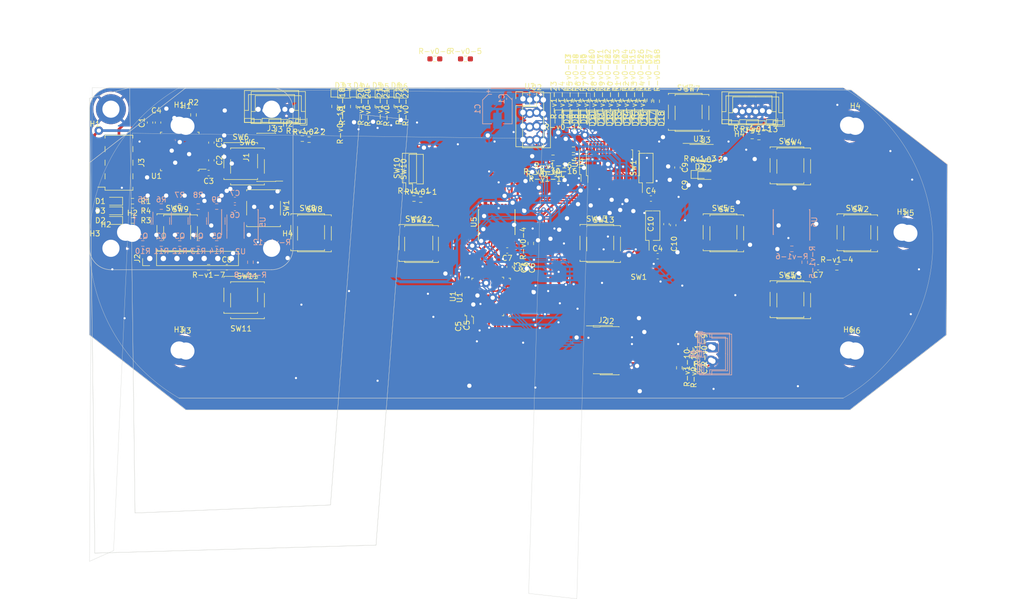
<source format=kicad_pcb>
(kicad_pcb (version 20221018) (generator pcbnew)
  (layers (0 "F.Cu" signal) (31 "B.Cu" signal) (34 "B.Paste" user) (35 "F.Paste" user) (36 "B.SilkS" user "B.Silkscreen") (37 "F.SilkS" user "F.Silkscreen") (38 "B.Mask" user) (39 "F.Mask" user) (44 "Edge.Cuts" user))
  (net 0 "")
  (net 1 "POWER-v0-_CHECK-v0-")
  (net 2 "GND-v0-")
  (net 3 "L-v0-i-ion-v0-")
  (net 4 "Net-(U3-BP)-v0-")
  (net 5 "Glob_Alim-v0-")
  (net 6 "Net-(D2-A)-v0-")
  (net 7 "Net-(D3-K)-v0-")
  (net 8 "Net-(D3-A)-v0-")
  (net 9 "Net-(D4-K)-v0-")
  (net 10 "Net-(D4-A)-v0-")
  (net 11 "Net-(D5-K)-v0-")
  (net 12 "Net-(D5-A)-v0-")
  (net 13 "Net-(D6-K)-v0-")
  (net 14 "Net-(D6-A)-v0-")
  (net 15 "Net-(D7-K)-v0-")
  (net 16 "Net-(D7-A)-v0-")
  (net 17 "Net-(D8-K)-v0-")
  (net 18 "Net-(D8-A)-v0-")
  (net 19 "Net-(D9-K)-v0-")
  (net 20 "Net-(D9-A)-v0-")
  (net 21 "Net-(D10-K)-v0-")
  (net 22 "Net-(D10-A)-v0-")
  (net 23 "Net-(D11-K)-v0-")
  (net 24 "Net-(D11-A)-v0-")
  (net 25 "Net-(D12-K)-v0-")
  (net 26 "Net-(D12-A)-v0-")
  (net 27 "Net-(D13-K)-v0-")
  (net 28 "Net-(D13-A)-v0-")
  (net 29 "Net-(D14-K)-v0-")
  (net 30 "Net-(D14-A)-v0-")
  (net 31 "Net-(D15-K)-v0-")
  (net 32 "Net-(D15-A)-v0-")
  (net 33 "Net-(D16-K)-v0-")
  (net 34 "Net-(D16-A)-v0-")
  (net 35 "Net-(D17-K)-v0-")
  (net 36 "Net-(D17-A)-v0-")
  (net 37 "Net-(D18-K)-v0-")
  (net 38 "Net-(D18-A)-v0-")
  (net 41 "SWDIO-v0-")
  (net 42 "SWDCK-v0-")
  (net 46 "R-v0-eset_Buton -v0-")
  (net 47 "USAR-v0-T2_R-v0-X-v0-")
  (net 48 "USAR-v0-T2_TX-v0-")
  (net 49 "NES{slash}SNES_switcher-v0-")
  (net 50 "R-v0-")
  (net 51 "A_Button-v0-")
  (net 52 "B_Button-v0-")
  (net 53 "X_Button-v0-")
  (net 54 "Y_Button-v0-")
  (net 55 "UC_Button-v0-")
  (net 56 "L-v0-C_Button-v0-")
  (net 57 "DIODE_SDA-v0-")
  (net 58 "R-v0-C_Button")
  (net 59 "L-v0-")
  (net 60 "DIODE_CL-v0-K")
  (net 61 "DC_Button-v0-")
  (net 62 "DIODE_OE-v0-")
  (net 63 "ST_Button-v0-")
  (net 64 "SE_Button-v0-")
  (net 65 "Order_Search-v0-")
  (net 66 "R-v0-X{slash}TX")
  (net 67 "Net-(C7-Pad1)-v0-")
  (net 68 "Pin_Clock-v0-")
  (net 69 "Digital_Out_Put-v0-")
  (net 70 "MOSI-v0-")
  (net 71 "GPIO_EX_CL-v0-K")
  (net 74 "GPIO_EX_SER-v0-IAL-v0-_DATA")
  (net 75 "Net-(U3-IN)-v0-")
  (net 76 "CSN_nR-v0-F24")
  (net 86 "Glob_Alim-v1-")
  (net 87 "GND-v1-")
  (net 88 "POWER-v1-_CHECK-v1-")
  (net 89 "L-v1-i-ion-v1-")
  (net 90 "Net-(C7-Pad1)-v1-")
  (net 91 "Net-(C8-Pad1)-v1-")
  (net 92 "Net-(U3-BP)-v1-")
  (net 93 "Net-(D2-A)-v1-")
  (net 94 "Net-(D3-K)-v1-")
  (net 95 "Net-(D3-A)-v1-")
  (net 96 "Net-(D4-K)-v1-")
  (net 97 "Net-(D4-A)-v1-")
  (net 98 "Net-(D5-K)-v1-")
  (net 99 "Net-(D5-A)-v1-")
  (net 100 "Net-(D6-K)-v1-")
  (net 101 "Net-(D6-A)-v1-")
  (net 102 "Net-(D7-K)-v1-")
  (net 103 "Net-(D7-A)-v1-")
  (net 104 "Net-(D8-K)-v1-")
  (net 105 "Net-(D8-A)-v1-")
  (net 106 "Net-(D9-K)-v1-")
  (net 107 "Net-(D9-A)-v1-")
  (net 108 "Net-(D10-K)-v1-")
  (net 109 "Net-(D10-A)-v1-")
  (net 110 "Net-(D11-K)-v1-")
  (net 111 "Net-(D11-A)-v1-")
  (net 112 "Net-(D12-K)-v1-")
  (net 113 "Net-(D12-A)-v1-")
  (net 114 "Net-(D13-K)-v1-")
  (net 115 "Net-(D13-A)-v1-")
  (net 116 "Net-(D14-K)-v1-")
  (net 117 "Net-(D14-A)-v1-")
  (net 118 "Net-(D15-K)-v1-")
  (net 119 "Net-(D15-A)-v1-")
  (net 120 "Net-(D16-K)-v1-")
  (net 121 "Net-(D16-A)-v1-")
  (net 122 "Net-(D17-K)-v1-")
  (net 123 "Net-(D17-A)-v1-")
  (net 124 "Net-(D18-K)-v1-")
  (net 125 "Net-(D18-A)-v1-")
  (net 128 "SWDIO-v1-")
  (net 129 "SWDCK-v1-")
  (net 133 "R-v1-eset_Buton -v1-")
  (net 134 "USAR-v1-T2_R-v1-X-v1-")
  (net 135 "USAR-v1-T2_TX-v1-")
  (net 136 "R-v1-")
  (net 137 "L-v1-")
  (net 138 "NES{slash}SNES_switcher-v1-")
  (net 139 "DIO{slash}EX_CL-v1-K")
  (net 140 "DIO{slash}EX_SDA-v1-")
  (net 141 "DIODE_OE-v1-")
  (net 142 "Net-(#FL-v1-G05-pwr)")
  (net 143 "A_Button-v1-")
  (net 144 "B_Button-v1-")
  (net 145 "X_Button-v1-")
  (net 146 "Y_Button-v1-")
  (net 147 "UC_Button-v1-")
  (net 148 "Order_Search-v1-")
  (net 149 "L-v1-C_Button")
  (net 150 "R-v1-C_Button")
  (net 151 "DC_Button-v1-")
  (net 152 "ST_Button-v1-")
  (net 153 "SE_Button-v1-")
  (net 158 "Pin_Clock-v1-")
  (net 159 "Digital_Out_Put-v1-")
  (net 160 "MOSI-v1-")
  (net 164 "R-v1-X{slash}TX")
  (net 166 "CSN_nR-v1-F24")
  (net 184 "+5V-v5-")
  (net 185 "GND-v5-")
  (net 186 "+3.3V-v5-")
  (net 187 "Net-(D1-K)-v5-")
  (net 189 "Net-(D3-K)-v5-")
  (net 190 "Status_LED-v5-")
  (net 191 "Data_Clock_SNES-v5-")
  (net 192 "Data_Latch_SNES-v5-")
  (net 193 "Net-(D2-K)-v5-")
  (net 194 "Serial_Data1_SNES-v5-")
  (net 195 "Serial_Data2_SNES-v5-")
  (net 196 "SPI_Chip_Select-v5-")
  (net 197 "Chip_Enable-v5-")
  (net 198 "SPI_Digital_Input-v5-")
  (net 199 "SPI_Clock-v5-")
  (net 200 "SPI_Digital_Output-v5-")
  (net 201 "IOBit_SNES-v5-")
  (net 202 "Data_Clock_STM32-v5-")
  (net 203 "Data_Latch_STM32-v5-")
  (net 204 "Appairing_Btn-v5-")
  (net 205 "Net-(U2-BP)-v5-")
  (net 206 "SWDIO-v5-")
  (net 207 "SWDCK-v5-")
  (net 210 "NRST-v5-")
  (net 211 "USART2_RX-v5-")
  (net 212 "USART2_TX-v5-")
  (net 213 "Serial_Data1_STM32-v5-")
  (net 214 "IOBit_STM32-v5-")
  (net 215 "Serial_Data2_STM32-v5-")
  (footprint "Button_Switch_SMD:SW_SPST_B3S-1000" (layer "F.Cu") (at 113.5 5.699995)
    (fp_text reference "SW7")
    (fp_text value "SW_SPST")
  )
  (footprint "MountingHole:MountingHole_3.2mm_M3_DIN965_Pad" (layer "F.Cu") (at 35 5)
    (fp_text reference "H2")
    (fp_text value "MountingHole_Pad")
  )
  (footprint "Button_Switch_SMD:SW_DIP_SPSTx01_Slide_Copal_CHS-01B_W7.62mm_P1.27mm" (layer "F.Cu") (at 60.738222 16 90)
    (fp_text reference "SW10")
    (fp_text value "SW_DIP_x01")
  )
  (footprint "L-v1-ED_SMD:L-v1-ED_0603_1608Metric_Pad1.05x0.95mm_HandSolder" (layer "F.Cu") (at 104.713222 6.8 -90)
    (fp_text reference "D17")
    (fp_text value "R-v1-3")
  )
  (footprint "R-v0-esistor_SMD:R-v0-_0603_1608Metric_Pad0.98x0.95mm_HandSolder" (layer "F.Cu") (at 114.4 49.999995 -90)
    (fp_text reference "R-v0-9")
    (fp_text value "1M")
  )
  (footprint "Connector_PinHeader_1.27mm:PinHeader_2x07_P1.27mm_Vertical_SMD" (layer "F.Cu") (at 34 14 180)
    (fp_text reference "J1")
    (fp_text value "Conn_02x07_Odd_Even")
  )
  (footprint "Capacitor_SMD:C_0603_1608Metric_Pad1.08x0.95mm_HandSolder" (layer "F.Cu") (at 23.76 14.5525 90)
    (fp_text reference "C2")
    (fp_text value "100n")
  )
  (footprint "Capacitor_SMD:C_0603_1608Metric_Pad1.08x0.95mm_HandSolder" (layer "F.Cu") (at 107.095 32.469995)
    (fp_text reference "C4")
    (fp_text value "1u")
  )
  (footprint "Button_Switch_SMD:SW_SPST_B3S-1000" (layer "F.Cu") (at 120 28.199995)
    (fp_text reference "SW5")
    (fp_text value "SW_Push")
  )
  (footprint "R-v0-esistor_SMD:R-v0-_0603_1608Metric_Pad0.98x0.95mm_HandSolder" (layer "F.Cu") (at 96.4 3.512495 90)
    (fp_text reference "R-v0-27")
    (fp_text value "1K")
  )
  (footprint "MountingHole:MountingHole_3.2mm_M3_DIN965_Pad" (layer "F.Cu") (at 19 8.199995)
    (fp_text reference "H1")
    (fp_text value "MountingHole_Pad")
  )
  (footprint "Button_Switch_SMD:SW_SPST_B3S-1000" (layer "F.Cu") (at 97 30.199995)
    (fp_text reference "SW13")
    (fp_text value "SW_Push")
  )
  (footprint "R-v0-esistor_SMD:R-v0-_0603_1608Metric_Pad0.98x0.95mm_HandSolder" (layer "F.Cu") (at 126 10.199995)
    (fp_text reference "R-v0-13")
    (fp_text value "1K")
  )
  (footprint "Button_Switch_SMD:SW_SPST_B3S-1000" (layer "F.Cu") (at 29.238222 39.7)
    (fp_text reference "SW11")
    (fp_text value "SW_Push")
  )
  (footprint "MountingHole:MountingHole_3.2mm_M3_DIN965_Pad" (layer "F.Cu") (at 142.738222 50)
    (fp_text reference "H6")
    (fp_text value "MountingHole_Pad")
  )
  (footprint "R-v1-esistor_SMD:R-v1-_0603_1608Metric_Pad0.98x0.95mm_HandSolder" (layer "F.Cu") (at 57.338222 4.425 -90)
    (fp_text reference "R-v1-22")
    (fp_text value "1K")
  )
  (footprint "Capacitor_SMD:C_0603_1608Metric_Pad1.08x0.95mm_HandSolder" (layer "F.Cu") (at 113.138222 53.3375 -90)
    (fp_text reference "C2")
    (fp_text value "1nF")
  )
  (footprint "L-v1-ED_SMD:L-v1-ED_0603_1608Metric_Pad1.05x0.95mm_HandSolder" (layer "F.Cu") (at 93.463222 6.825 -90)
    (fp_text reference "D10")
    (fp_text value "G8")
  )
  (footprint "R-v1-esistor_SMD:R-v1-_0603_1608Metric_Pad0.98x0.95mm_HandSolder" (layer "F.Cu") (at 53.788222 4.475 -90)
    (fp_text reference "R-v1-21")
    (fp_text value "1K")
  )
  (footprint "MountingHole:MountingHole_3.2mm_M3_DIN965_Pad" (layer "F.Cu") (at 35 31)
    (fp_text reference "H4")
    (fp_text value "MountingHole_Pad")
  )
  (footprint "MountingHole:MountingHole_3.2mm_M3_DIN965_Pad" (layer "F.Cu") (at 5 5)
    (fp_text reference "H1")
    (fp_text value "MountingHole_Pad")
  )
  (footprint "R-v0-esistor_SMD:R-v0-_0603_1608Metric_Pad0.98x0.95mm_HandSolder" (layer "F.Cu") (at 65.4875 -4.400005)
    (fp_text reference "R-v0-6")
    (fp_text value "1K")
  )
  (footprint "Diode_SMD:D_0603_1608Metric_Pad1.05x0.95mm_HandSolder" (layer "F.Cu") (at 5.51875 22.2 180)
    (fp_text reference "D1")
    (fp_text value "LED_Small")
  )
  (footprint "R-v1-esistor_SMD:R-v1-_0603_1608Metric_Pad0.98x0.95mm_HandSolder" (layer "F.Cu") (at 90.638222 3.3125 90)
    (fp_text reference "R-v1-24")
    (fp_text value "1K")
  )
  (footprint "Connector_PinHeader_2.54mm:PinHeader_2x04_P2.54mm_Vertical" (layer "F.Cu") (at 83.2 3.259995)
    (fp_text reference "U2")
    (fp_text value "nR-v0-F24_Full")
  )
  (footprint "Diode_SMD:D_0603_1608Metric_Pad1.05x0.95mm_HandSolder" (layer "F.Cu") (at 5.51875 24 180)
    (fp_text reference "D3")
    (fp_text value "LED")
  )
  (footprint "R-v0-esistor_SMD:R-v0-_0603_1608Metric_Pad0.98x0.95mm_HandSolder" (layer "F.Cu") (at 42 10.699995)
    (fp_text reference "R-v0-2")
    (fp_text value "1K")
  )
  (footprint "Button_Switch_SMD:SW_SPST_B3S-1000" (layer "F.Cu") (at 30.5 40.699995)
    (fp_text reference "SW11")
    (fp_text value "SW_Push")
  )
  (footprint "Capacitor_SMD:C_0603_1608Metric_Pad1.08x0.95mm_HandSolder" (layer "F.Cu") (at 12.3 7.5 90)
    (fp_text reference "C1")
    (fp_text value "10u")
  )
  (footprint "L-v1-ED_SMD:L-v1-ED_0603_1608Metric_Pad1.05x0.95mm_HandSolder" (layer "F.Cu") (at 114.998222 17.2)
    (fp_text reference "D2")
    (fp_text value "L-v1-ED_Small")
  )
  (footprint "MountingHole:MountingHole_3.2mm_M3_DIN965_Pad" (layer "F.Cu") (at 152.738222 28)
    (fp_text reference "H5")
    (fp_text value "MountingHole_Pad")
  )
  (footprint "R-v0-esistor_SMD:R-v0-_0603_1608Metric_Pad0.98x0.95mm_HandSolder" (layer "F.Cu") (at 97.9 3.512495 90)
    (fp_text reference "R-v0-28")
    (fp_text value "1K")
  )
  (footprint "Button_Switch_SMD:SW_DIP_SPSTx01_Slide_Copal_CHS-01B_W7.62mm_P1.27mm" (layer "F.Cu") (at 62 16.199995 90)
    (fp_text reference "SW10")
    (fp_text value "SW_DIP_x01")
  )
  (footprint "R-v1-esistor_SMD:R-v1-_0603_1608Metric_Pad0.98x0.95mm_HandSolder" (layer "F.Cu") (at 46.763222 4.475 -90)
    (fp_text reference "R-v1-18")
    (fp_text value "1K")
  )
  (footprint "Capacitor_SMD:C_0603_1608Metric_Pad1.08x0.95mm_HandSolder" (layer "F.Cu") (at 80.962222 34.472 -90)
    (fp_text reference "C6")
    (fp_text value "10u")
  )
  (footprint "Resistor_SMD:R_0603_1608Metric_Pad0.98x0.95mm_HandSolder" (layer "F.Cu") (at 20.42 6.07 90)
    (fp_text reference "R2")
    (fp_text value "10k")
  )
  (footprint "MountingHole:MountingHole_3.2mm_M3_DIN965_Pad" (layer "F.Cu") (at 142.738222 8)
    (fp_text reference "H4")
    (fp_text value "MountingHole_Pad")
  )
  (footprint "Button_Switch_SMD:SW_SPST_B3S-1000" (layer "F.Cu") (at 29.238222 14.7)
    (fp_text reference "SW6")
    (fp_text value "SW_Push")
  )
  (footprint "R-v0-esistor_SMD:R-v0-_0603_1608Metric_Pad0.98x0.95mm_HandSolder" (layer "F.Cu") (at 112.4 53.537495 -90)
    (fp_text reference "R-v0-10")
    (fp_text value "1M")
  )
  (footprint "R-v0-esistor_SMD:R-v0-_0603_1608Metric_Pad0.98x0.95mm_HandSolder" (layer "F.Cu") (at 105.4 3.512495 90)
    (fp_text reference "R-v0-33")
    (fp_text value "1K")
  )
  (footprint "MountingHole:MountingHole_3.2mm_M3_DIN965_Pad" (layer "F.Cu") (at 154 28.199995)
    (fp_text reference "H5")
    (fp_text value "MountingHole_Pad")
  )
  (footprint "L-v1-ED_SMD:L-v1-ED_0603_1608Metric_Pad1.05x0.95mm_HandSolder" (layer "F.Cu") (at 88.663222 6.825 -90)
    (fp_text reference "D7")
    (fp_text value "G5")
  )
  (footprint "Button_Switch_SMD:SW_SPST_B3S-1000" (layer "F.Cu") (at 43 28.199995)
    (fp_text reference "SW8")
    (fp_text value "SW_Push")
  )
  (footprint "R-v1-esistor_SMD:R-v1-_0603_1608Metric_Pad0.98x0.95mm_HandSolder" (layer "F.Cu") (at 114.998222 15.676)
    (fp_text reference "R-v1-3")
    (fp_text value "1K")
  )
  (footprint "MountingHole:MountingHole_3.2mm_M3_DIN965_Pad" (layer "F.Cu") (at 144 8.199995)
    (fp_text reference "H4")
    (fp_text value "MountingHole_Pad")
  )
  (footprint "L-v0-ED_SMD:L-v0-ED_0603_1608Metric_Pad1.05x0.95mm_HandSolder" (layer "F.Cu") (at 56 2.199995)
    (fp_text reference "D5")
    (fp_text value "G3")
  )
  (footprint "R-v0-esistor_SMD:R-v0-_0603_1608Metric_Pad0.98x0.95mm_HandSolder" (layer "F.Cu") (at 90.4 3.512495 90)
    (fp_text reference "R-v0-23")
    (fp_text value "1K")
  )
  (footprint "Button_Switch_SMD:SW_SPST_B3S-1000" (layer "F.Cu") (at 131.238222 15.5)
    (fp_text reference "SW4")
    (fp_text value "SW_Push")
  )
  (footprint "Capacitor_SMD:C_0603_1608Metric_Pad1.08x0.95mm_HandSolder" (layer "F.Cu") (at 109.995 26.682495 -90)
    (fp_text reference "C10")
    (fp_text value "100nF")
  )
  (footprint "L-v0-ED_SMD:L-v0-ED_0603_1608Metric_Pad1.05x0.95mm_HandSolder" (layer "F.Cu") (at 89.925 7.024995 -90)
    (fp_text reference "D7")
    (fp_text value "G5")
  )
  (footprint "L-v1-ED_SMD:L-v1-ED_0603_1608Metric_Pad1.05x0.95mm_HandSolder" (layer "F.Cu") (at 103.113222 6.8 -90)
    (fp_text reference "D16")
    (fp_text value "R-v1-2")
  )
  (footprint "R-v0-esistor_SMD:R-v0-_0603_1608Metric_Pad0.98x0.95mm_HandSolder" (layer "F.Cu") (at 100.9 3.512495 90)
    (fp_text reference "R-v0-30")
    (fp_text value "1K")
  )
  (footprint "L-v1-ED_SMD:L-v1-ED_0603_1608Metric_Pad1.05x0.95mm_HandSolder" (layer "F.Cu") (at 90.262222 6.825 -90)
    (fp_text reference "D8")
    (fp_text value "G6")
  )
  (footprint "Resistor_SMD:R_0603_1608Metric_Pad0.98x0.95mm_HandSolder" (layer "F.Cu") (at 9.01875 22.2)
    (fp_text reference "R1")
    (fp_text value "1k")
  )
  (footprint "Connector_JST:JST_XH_B3B-XH-A_1x03_P2.50mm_Vertical" (layer "F.Cu") (at 127.904 5.461995 180)
    (fp_text reference "J4")
    (fp_text value "Conn_01x03")
  )
  (footprint "Capacitor_SMD:C_0603_1608Metric_Pad1.08x0.95mm_HandSolder" (layer "F.Cu") (at 82.224 34.671995 -90)
    (fp_text reference "C6")
    (fp_text value "10u")
  )
  (footprint "Package_SO:TSSOP-28_4.4x9.7mm_P0.65mm" (layer "F.Cu") (at 98.734 15.113995 90)
    (fp_text reference "U4")
    (fp_text value "PCA9685PW")
  )
  (footprint "Connector_PinHeader_2.54mm:PinHeader_2x04_P2.54mm_Vertical" (layer "F.Cu") (at 81.938222 3.06)
    (fp_text reference "U2")
    (fp_text value "nR-v1-F24_Full")
  )
  (footprint "Button_Switch_SMD:SW_SPST_B3S-1000" (layer "F.Cu") (at 41.738222 28)
    (fp_text reference "SW8")
    (fp_text value "SW_Push")
  )
  (footprint "Button_Switch_SMD:SW_SPST_B3S-1000" (layer "F.Cu") (at 63 30.199995)
    (fp_text reference "SW12")
    (fp_text value "SW_Push")
  )
  (footprint "Button_Switch_SMD:SW_DIP_SPSTx01_Slide_Copal_CHS-01B_W7.62mm_P1.27mm" (layer "F.Cu") (at 104.908222 16 90)
    (fp_text reference "SW1")
    (fp_text value "SW_DIP_x01")
  )
  (footprint "L-v1-ED_SMD:L-v1-ED_0603_1608Metric_Pad1.05x0.95mm_HandSolder" (layer "F.Cu") (at 101.513222 6.8 -90)
    (fp_text reference "D15")
    (fp_text value "R-v1-1")
  )
  (footprint "Capacitor_SMD:C_0603_1608Metric_Pad1.08x0.95mm_HandSolder" (layer "F.Cu") (at 23.76 11.25 90)
    (fp_text reference "C5")
    (fp_text value "100n")
  )
  (footprint "Capacitor_SMD:C_0603_1608Metric_Pad1.08x0.95mm_HandSolder" (layer "F.Cu") (at 13.8 7.5 90)
    (fp_text reference "C4")
    (fp_text value "100n")
  )
  (footprint "Package_SO:TSSOP-28_4.4x9.7mm_P0.65mm" (layer "F.Cu") (at 97.472222 14.914 90)
    (fp_text reference "U4")
    (fp_text value "PCA9685PW")
  )
  (footprint "Button_Switch_SMD:SW_SPST_B3S-1000" (layer "F.Cu") (at 132.5 40.699995)
    (fp_text reference "SW3")
    (fp_text value "SW_Push")
  )
  (footprint "R-v0-esistor_SMD:R-v0-_0603_1608Metric_Pad0.98x0.95mm_HandSolder" (layer "F.Cu") (at 55.05 4.674995 -90)
    (fp_text reference "R-v0-21")
    (fp_text value "1K")
  )
  (footprint "L-v0-ED_SMD:L-v0-ED_0603_1608Metric_Pad1.05x0.95mm_HandSolder" (layer "F.Cu") (at 94.725 7.024995 -90)
    (fp_text reference "D10")
    (fp_text value "G8")
  )
  (footprint "Connector_JST:JST_XH_B3B-XH-A_1x03_P2.50mm_Vertical" (layer "F.Cu") (at 38.75 5.224995 180)
    (fp_text reference "J3")
    (fp_text value "Conn_01x03")
  )
  (footprint "R-v1-esistor_SMD:R-v1-_0603_1608Metric_Pad0.98x0.95mm_HandSolder" (layer "F.Cu") (at 101.138222 3.3125 90)
    (fp_text reference "R-v1-31")
    (fp_text value "1K")
  )
  (footprint "Package_SO:SSOP-20_4.4x6.5mm_P0.65mm" (layer "F.Cu") (at 77.075 26.099995 90)
    (fp_text reference "U5")
    (fp_text value "PCF8574TS")
  )
  (footprint "R-v1-esistor_SMD:R-v1-_0603_1608Metric_Pad0.98x0.95mm_HandSolder" (layer "F.Cu") (at 102.638222 3.3125 90)
    (fp_text reference "R-v1-32")
    (fp_text value "1K")
  )
  (footprint "R-v0-esistor_SMD:R-v0-_0603_1608Metric_Pad0.98x0.95mm_HandSolder" (layer "F.Cu") (at 116.26 15.875995)
    (fp_text reference "R-v0-3")
    (fp_text value "1K")
  )
  (footprint "R-v1-esistor_SMD:R-v1-_0603_1608Metric_Pad0.98x0.95mm_HandSolder" (layer "F.Cu") (at 95.138222 3.3125 90)
    (fp_text reference "R-v1-27")
    (fp_text value "1K")
  )
  (footprint "Capacitor_SMD:C_0603_1608Metric_Pad1.08x0.95mm_HandSolder" (layer "F.Cu") (at 79.438222 34.472 -90)
    (fp_text reference "C3")
    (fp_text value "100n")
  )
  (footprint "Resistor_SMD:R_0603_1608Metric_Pad0.98x0.95mm_HandSolder" (layer "F.Cu") (at 9.01875 24)
    (fp_text reference "R4")
    (fp_text value "1k")
  )
  (footprint "R-v0-esistor_SMD:R-v0-_0603_1608Metric_Pad0.98x0.95mm_HandSolder" (layer "F.Cu") (at 62.85 21.899995)
    (fp_text reference "R-v0-1")
    (fp_text value "1K")
  )
  (footprint "R-v1-esistor_SMD:R-v1-_0603_1608Metric_Pad0.98x0.95mm_HandSolder" (layer "F.Cu") (at 105.638222 3.3125 90)
    (fp_text reference "R-v1-34")
    (fp_text value "1K")
  )
  (footprint "R-v1-esistor_SMD:R-v1-_0603_1608Metric_Pad0.98x0.95mm_HandSolder" (layer "F.Cu") (at 96.638222 3.3125 90)
    (fp_text reference "R-v1-28")
    (fp_text value "1K")
  )
  (footprint "Button_Switch_SMD:SW_SPST_B3S-1000" (layer "F.Cu") (at 33.5 23.5 180)
    (fp_text reference "SW1")
    (fp_text value "SW_SPST")
  )
  (footprint "R-v1-esistor_SMD:R-v1-_0603_1608Metric_Pad0.98x0.95mm_HandSolder" (layer "F.Cu") (at 87.548222 14.1 180)
    (fp_text reference "R-v1-16")
    (fp_text value "10K")
  )
  (footprint "Capacitor_SMD:C_0603_1608Metric_Pad1.08x0.95mm_HandSolder" (layer "F.Cu") (at 70.040222 45.394 -90)
    (fp_text reference "C5")
    (fp_text value "100n")
  )
  (footprint "Diode_SMD:D_0603_1608Metric_Pad1.05x0.95mm_HandSolder" (layer "F.Cu") (at 5.51875 25.8 180)
    (fp_text reference "D2")
    (fp_text value "LED_Small")
  )
  (footprint "L-v1-ED_SMD:L-v1-ED_0603_1608Metric_Pad1.05x0.95mm_HandSolder" (layer "F.Cu") (at 98.313222 6.8 -90)
    (fp_text reference "D13")
    (fp_text value "O3")
  )
  (footprint "MountingHole:MountingHole_3.2mm_M3_DIN965_Pad" (layer "F.Cu") (at 19 50.199995)
    (fp_text reference "H3")
    (fp_text value "MountingHole_Pad")
  )
  (footprint "Button_Switch_SMD:SW_SPST_B3S-1000" (layer "F.Cu") (at 143.738222 28)
    (fp_text reference "SW2")
    (fp_text value "SW_Push")
  )
  (footprint "Connector_PinHeader_1.27mm:PinHeader_2x07_P1.27mm_Vertical_SMD" (layer "F.Cu") (at 98.125 50.139995)
    (fp_text reference "J2")
    (fp_text value "Conn_02x07_Odd_Even")
  )
  (footprint "R-v0-esistor_SMD:R-v0-_0603_1608Metric_Pad0.98x0.95mm_HandSolder" (layer "F.Cu") (at 51.525 4.699995 -90)
    (fp_text reference "R-v0-20")
    (fp_text value "1K")
  )
  (footprint "Package_SO:MSOP-8_3x3mm_P0.65mm" (layer "F.Cu") (at 114.738222 13)
    (fp_text reference "U3")
    (fp_text value "MIC5219-3.3YMM")
  )
  (footprint "Capacitor_SMD:C_0603_1608Metric_Pad1.08x0.95mm_HandSolder" (layer "F.Cu") (at 71.302 45.593995 90)
    (fp_text reference "C5")
    (fp_text value "100n")
  )
  (footprint "MountingHole:MountingHole_3.2mm_M3_DIN965_Pad" (layer "F.Cu") (at 7.738222 28)
    (fp_text reference "H2")
    (fp_text value "MountingHole_Pad")
  )
  (footprint "R-v1-esistor_SMD:R-v1-_0603_1608Metric_Pad0.98x0.95mm_HandSolder" (layer "F.Cu") (at 61.588222 21.7)
    (fp_text reference "R-v1-1")
    (fp_text value "1K")
  )
  (footprint "R-v0-esistor_SMD:R-v0-_0603_1608Metric_Pad0.98x0.95mm_HandSolder" (layer "F.Cu") (at 94.9 3.512495 90)
    (fp_text reference "R-v0-26")
    (fp_text value "1K")
  )
  (footprint "R-v0-esistor_SMD:R-v0-_0603_1608Metric_Pad0.98x0.95mm_HandSolder" (layer "F.Cu") (at 58.6 4.624995 -90)
    (fp_text reference "R-v0-22")
    (fp_text value "1K")
  )
  (footprint "L-v0-ED_SMD:L-v0-ED_0603_1608Metric_Pad1.05x0.95mm_HandSolder" (layer "F.Cu") (at 107.6 6.999995 -90)
    (fp_text reference "D18")
    (fp_text value "R-v0-4")
  )
  (footprint "Connector_PinSocket_2.54mm:PinSocket_2x04_P2.54mm_Vertical_SMD" (layer "F.Cu") (at 6.5 15 180)
    (fp_text reference "J3")
    (fp_text value "Conn_01x08_Socket")
  )
  (footprint "R-v1-esistor_SMD:R-v1-_0603_1608Metric_Pad0.98x0.95mm_HandSolder" (layer "F.Cu") (at 89.138222 3.3125 90)
    (fp_text reference "R-v1-23")
    (fp_text value "1K")
  )
  (footprint "L-v0-ED_SMD:L-v0-ED_0603_1608Metric_Pad1.05x0.95mm_HandSolder" (layer "F.Cu") (at 97.95 7.012495 -90)
    (fp_text reference "D12")
    (fp_text value "O2")
  )
  (footprint "Button_Switch_SMD:SW_SPST_B3S-1000" (layer "F.Cu") (at 132.5 15.699995)
    (fp_text reference "SW4")
    (fp_text value "SW_Push")
  )
  (footprint "Connector_PinHeader_1.27mm:PinHeader_2x07_P1.27mm_Vertical_SMD" (layer "F.Cu") (at 96.863222 49.94)
    (fp_text reference "J2")
    (fp_text value "Conn_02x07_Odd_Even")
  )
  (footprint "L-v0-ED_SMD:L-v0-ED_0603_1608Metric_Pad1.05x0.95mm_HandSolder" (layer "F.Cu") (at 59.5 2.199995)
    (fp_text reference "D6")
    (fp_text value "G4")
  )
  (footprint "Package_QFP:L-v1-QFP-32_7x7mm_P0.8mm" (layer "F.Cu") (at 74.738222 40 90)
    (fp_text reference "U1")
    (fp_text value "STM32L-v1-412KBTx")
  )
  (footprint "Button_Switch_SMD:SW_DIP_SPSTx01_Slide_Copal_CHS-01B_W7.62mm_P1.27mm" (layer "F.Cu") (at 106.17 26.769995 90)
    (fp_text reference "SW1")
    (fp_text value "SW_DIP_x01")
  )
  (footprint "Capacitor_SMD:C_0603_1608Metric_Pad1.08x0.95mm_HandSolder" (layer "F.Cu") (at 79 31.399995 180)
    (fp_text reference "C7")
    (fp_text value "100µF")
  )
  (footprint "R-v0-esistor_SMD:R-v0-_0603_1608Metric_Pad0.98x0.95mm_HandSolder" (layer "F.Cu") (at 71.2 -4.400005)
    (fp_text reference "R-v0-5")
    (fp_text value "1K")
  )
  (footprint "R-v1-esistor_SMD:R-v1-_0603_1608Metric_Pad0.98x0.95mm_HandSolder" (layer "F.Cu") (at 86.548222 16.6 180)
    (fp_text reference "R-v1-11")
    (fp_text value "10K")
  )
  (footprint "L-v0-ED_SMD:L-v0-ED_0603_1608Metric_Pad1.05x0.95mm_HandSolder" (layer "F.Cu") (at 96.325 7.024995 -90)
    (fp_text reference "D11")
    (fp_text value "O1")
  )
  (footprint "Button_Switch_SMD:SW_SPST_B3S-1000" (layer "F.Cu") (at 145 28.199995)
    (fp_text reference "SW2")
    (fp_text value "SW_Push")
  )
  (footprint "R-v0-esistor_SMD:R-v0-_0603_1608Metric_Pad0.98x0.95mm_HandSolder" (layer "F.Cu") (at 91.368 14.097995 180)
    (fp_text reference "R-v0-11")
    (fp_text value "10K")
  )
  (footprint "R-v1-esistor_SMD:R-v1-_0603_1608Metric_Pad0.98x0.95mm_HandSolder" (layer "F.Cu") (at 104.138222 3.3125 90)
    (fp_text reference "R-v1-33")
    (fp_text value "1K")
  )
  (footprint "R-v1-esistor_SMD:R-v1-_0603_1608Metric_Pad0.98x0.95mm_HandSolder" (layer "F.Cu") (at 111.138222 53.3375 -90)
    (fp_text reference "R-v1-10")
    (fp_text value "1M")
  )
  (footprint "L-v0-ED_SMD:L-v0-ED_0603_1608Metric_Pad1.05x0.95mm_HandSolder" (layer "F.Cu") (at 104.375 6.999995 -90)
    (fp_text reference "D16")
    (fp_text value "R-v0-2")
  )
  (footprint "L-v1-ED_SMD:L-v1-ED_0603_1608Metric_Pad1.05x0.95mm_HandSolder" (layer "F.Cu") (at 96.698222 6.8125 -90)
    (fp_text reference "D12")
    (fp_text value "O2")
  )
  (footprint "Connector_JST:JST_XH_B3B-XH-A_1x03_P2.50mm_Vertical" (layer "F.Cu") (at 37.488222 5.025 180)
    (fp_text reference "J3")
    (fp_text value "Conn_01x03")
  )
  (footprint "Capacitor_SMD:C_0603_1608Metric_Pad1.08x0.95mm_HandSolder" (layer "F.Cu") (at 23.2525 16.94)
    (fp_text reference "C3")
    (fp_text value "100n")
  )
  (footprint "L-v1-ED_SMD:L-v1-ED_0603_1608Metric_Pad1.05x0.95mm_HandSolder" (layer "F.Cu") (at 54.738222 2)
    (fp_text reference "D5")
    (fp_text value "G3")
  )
  (footprint "R-v1-esistor_SMD:R-v1-_0603_1608Metric_Pad0.98x0.95mm_HandSolder" (layer "F.Cu") (at 92.108222 3.3125 90)
    (fp_text reference "R-v1-25")
    (fp_text value "1K")
  )
  (footprint "Package_QFP:LQFP-32_7x7mm_P0.8mm" (layer "F.Cu") (at 17.85 12.9 180)
    (fp_text reference "U1")
    (fp_text value "STM32L412KBTx")
  )
  (footprint "R-v1-esistor_SMD:R-v1-_0603_1608Metric_Pad0.98x0.95mm_HandSolder" (layer "F.Cu") (at 23.246198 34.55 180)
    (fp_text reference "R-v1-7")
    (fp_text value "1k")
  )
  (footprint "R-v1-esistor_SMD:R-v1-_0603_1608Metric_Pad0.98x0.95mm_HandSolder" (layer "F.Cu") (at 93.638222 3.3125 90)
    (fp_text reference "R-v1-26")
    (fp_text value "1K")
  )
  (footprint "Resistor_SMD:R_0603_1608Metric_Pad0.98x0.95mm_HandSolder" (layer "F.Cu") (at 9.01875 25.8)
    (fp_text reference "R3")
    (fp_text value "1k")
  )
  (footprint "MountingHole:MountingHole_3.2mm_M3_DIN965_Pad" (layer "F.Cu") (at 9 28.199995)
    (fp_text reference "H2")
    (fp_text value "MountingHole_Pad")
  )
  (footprint "L-v0-ED_SMD:L-v0-ED_0603_1608Metric_Pad1.05x0.95mm_HandSolder" (layer "F.Cu") (at 101.175 6.999995 -90)
    (fp_text reference "D14")
    (fp_text value "O4")
  )
  (footprint "Button_Switch_SMD:SW_SPST_B3S-1000" (layer "F.Cu") (at 95.738222 30)
    (fp_text reference "SW13")
    (fp_text value "SW_Push")
  )
  (footprint "R-v0-esistor_SMD:R-v0-_0603_1608Metric_Pad0.98x0.95mm_HandSolder" (layer "F.Cu") (at 91.9 3.512495 90)
    (fp_text reference "R-v0-24")
    (fp_text value "1K")
  )
  (footprint "Capacitor_SMD:C_0603_1608Metric_Pad1.08x0.95mm_HandSolder" (layer "F.Cu") (at 26.646198 34.55)
    (fp_text reference "C8")
    (fp_text value "100nF")
  )
  (footprint "Connector_PinHeader_2.54mm:PinHeader_1x07_P2.54mm_Vertical" (layer "F.Cu") (at 12.25 32.9 90)
    (fp_text reference "J2")
    (fp_text value "Conn_01x07_Socket")
  )
  (footprint "Button_Switch_SMD:SW_SPST_B3S-1000" (layer "F.Cu") (at 131.238222 40.5)
    (fp_text reference "SW3")
    (fp_text value "SW_Push")
  )
  (footprint "L-v0-ED_SMD:L-v0-ED_0603_1608Metric_Pad1.05x0.95mm_HandSolder" (layer "F.Cu") (at 102.775 6.999995 -90)
    (fp_text reference "D15")
    (fp_text value "R-v0-1")
  )
  (footprint "R-v1-esistor_SMD:R-v1-_0603_1608Metric_Pad0.98x0.95mm_HandSolder" (layer "F.Cu") (at 85.548222 18.1)
    (fp_text reference "R-v1-14")
    (fp_text value "10K")
  )
  (footprint "R-v0-esistor_SMD:R-v0-_0603_1608Metric_Pad0.98x0.95mm_HandSolder" (layer "F.Cu") (at 83.4 30.087495 90)
    (fp_text reference "R-v0-4")
    (fp_text value "10k")
  )
  (footprint "L-v0-ED_SMD:L-v0-ED_0603_1608Metric_Pad1.05x0.95mm_HandSolder" (layer "F.Cu") (at 116.26 17.399995)
    (fp_text reference "D2")
    (fp_text value "L-v0-ED_Small")
  )
  (footprint "R-v0-esistor_SMD:R-v0-_0603_1608Metric_Pad0.98x0.95mm_HandSolder" (layer "F.Cu") (at 106.9 3.512495 90)
    (fp_text reference "R-v0-34")
    (fp_text value "1K")
  )
  (footprint "L-v0-ED_SMD:L-v0-ED_0603_1608Metric_Pad1.05x0.95mm_HandSolder" (layer "F.Cu") (at 49 2.199995)
    (fp_text reference "D3")
    (fp_text value "G1")
  )
  (footprint "R-v0-esistor_SMD:R-v0-_0603_1608Metric_Pad0.98x0.95mm_HandSolder" (layer "F.Cu") (at 91.368 15.621995)
    (fp_text reference "R-v0-14")
    (fp_text value "10K")
  )
  (footprint "MountingHole:MountingHole_3.2mm_M3_DIN965_Pad" (layer "F.Cu") (at 5 31)
    (fp_text reference "H3")
    (fp_text value "MountingHole_Pad")
  )
  (footprint "Capacitor_SMD:C_0603_1608Metric_Pad1.08x0.95mm_HandSolder" (layer "F.Cu") (at 110.788222 15.9 -90)
    (fp_text reference "C9")
    (fp_text value "470p")
  )
  (footprint "Capacitor_SMD:C_0603_1608Metric_Pad1.08x0.95mm_HandSolder" (layer "F.Cu") (at 108.733222 26.4825 -90)
    (fp_text reference "C10")
    (fp_text value "100nF")
  )
  (footprint "L-v1-ED_SMD:L-v1-ED_0603_1608Metric_Pad1.05x0.95mm_HandSolder" (layer "F.Cu") (at 51.238222 2)
    (fp_text reference "D4")
    (fp_text value "G2")
  )
  (footprint "Connector_JST:JST_XH_B3B-XH-A_1x03_P2.50mm_Vertical" (layer "F.Cu") (at 126.642222 5.262 180)
    (fp_text reference "J4")
    (fp_text value "Conn_01x03")
  )
  (footprint "L-v1-ED_SMD:L-v1-ED_0603_1608Metric_Pad1.05x0.95mm_HandSolder" (layer "F.Cu") (at 58.238222 2)
    (fp_text reference "D6")
    (fp_text value "G4")
  )
  (footprint "R-v0-esistor_SMD:R-v0-_0603_1608Metric_Pad0.98x0.95mm_HandSolder" (layer "F.Cu") (at 91.368 12.573995 180)
    (fp_text reference "R-v0-16")
    (fp_text value "10K")
  )
  (footprint "Package_SO:MSOP-8_3x3mm_P0.65mm" (layer "F.Cu") (at 116 13.199995)
    (fp_text reference "U3")
    (fp_text value "MIC5219-3.3YMM")
  )
  (footprint "R-v0-esistor_SMD:R-v0-_0603_1608Metric_Pad0.98x0.95mm_HandSolder" (layer "F.Cu") (at 99.4 3.512495 90)
    (fp_text reference "R-v0-29")
    (fp_text value "1K")
  )
  (footprint "Capacitor_SMD:C_0603_1608Metric_Pad1.08x0.95mm_HandSolder" (layer "F.Cu") (at 105.833222 21.7)
    (fp_text reference "C4")
    (fp_text value "1u")
  )
  (footprint "R-v1-esistor_SMD:R-v1-_0603_1608Metric_Pad0.98x0.95mm_HandSolder" (layer "F.Cu") (at 99.638222 3.3125 90)
    (fp_text reference "R-v1-30")
    (fp_text value "1K")
  )
  (footprint "Button_Switch_SMD:SW_SPST_B3S-1000" (layer "F.Cu") (at 16.738222 28)
    (fp_text reference "SW9")
    (fp_text value "SW_Push")
  )
  (footprint "L-v0-ED_SMD:L-v0-ED_0603_1608Metric_Pad1.05x0.95mm_HandSolder" (layer "F.Cu") (at 105.975 6.999995 -90)
    (fp_text reference "D17")
    (fp_text value "R-v0-3")
  )
  (footprint "MountingHole:MountingHole_3.2mm_M3_DIN965_Pad" (layer "F.Cu") (at 17.738222 8)
    (fp_text reference "H1")
    (fp_text value "MountingHole_Pad")
  )
  (footprint "R-v1-esistor_SMD:R-v1-_0603_1608Metric_Pad0.98x0.95mm_HandSolder" (layer "F.Cu") (at 98.138222 3.3125 90)
    (fp_text reference "R-v1-29")
    (fp_text value "1K")
  )
  (footprint "Capacitor_SMD:C_0603_1608Metric_Pad1.08x0.95mm_HandSolder" (layer "F.Cu") (at 112.05 16.099995 -90)
    (fp_text reference "C9")
    (fp_text value "470p")
  )
  (footprint "R-v1-esistor_SMD:R-v1-_0603_1608Metric_Pad0.98x0.95mm_HandSolder" (layer "F.Cu") (at 50.263222 4.5 -90)
    (fp_text reference "R-v1-20")
    (fp_text value "1K")
  )
  (footprint "R-v1-esistor_SMD:R-v1-_0603_1608Metric_Pad0.98x0.95mm_HandSolder" (layer "F.Cu") (at 113.138222 49.8 -90)
    (fp_text reference "R-v1-9")
    (fp_text value "1M")
  )
  (footprint "L-v0-ED_SMD:L-v0-ED_0603_1608Metric_Pad1.05x0.95mm_HandSolder" (layer "F.Cu") (at 91.525 7.024995 -90)
    (fp_text reference "D8")
    (fp_text value "G6")
  )
  (footprint "Capacitor_SMD:C_0603_1608Metric_Pad1.08x0.95mm_HandSolder" (layer "F.Cu") (at 80.7 34.671995 -90)
    (fp_text reference "C3")
    (fp_text value "100n")
  )
  (footprint "Button_Switch_SMD:SW_SPST_B3S-1000" (layer "F.Cu") (at 30.5 15.699995)
    (fp_text reference "SW6")
    (fp_text value "SW_Push")
  )
  (footprint "Button_Switch_SMD:SW_SPST_B3S-1000" (layer "F.Cu") (at 112.238222 5.5)
    (fp_text reference "SW7")
    (fp_text value "SW_SPST")
  )
  (footprint "L-v1-ED_SMD:L-v1-ED_0603_1608Metric_Pad1.05x0.95mm_HandSolder" (layer "F.Cu") (at 106.338222 6.8 -90)
    (fp_text reference "D18")
    (fp_text value "R-v1-4")
  )
  (footprint "R-v1-esistor_SMD:R-v1-_0603_1608Metric_Pad0.98x0.95mm_HandSolder" (layer "F.Cu") (at 124.738222 10)
    (fp_text reference "R-v1-13")
    (fp_text value "1K")
  )
  (footprint "Button_Switch_SMD:SW_SPST_B3S-1000" (layer "F.Cu") (at 18 28.199995)
    (fp_text reference "SW9")
    (fp_text value "SW_Push")
  )
  (footprint "R-v1-esistor_SMD:R-v1-_0603_1608Metric_Pad0.98x0.95mm_HandSolder" (layer "F.Cu") (at 140.550246 34.55)
    (fp_text reference "R-v1-4")
    (fp_text value "1k")
  )
  (footprint "R-v0-esistor_SMD:R-v0-_0603_1608Metric_Pad0.98x0.95mm_HandSolder" (layer "F.Cu") (at 102.4 3.512495 90)
    (fp_text reference "R-v0-31")
    (fp_text value "1K")
  )
  (footprint "MountingHole:MountingHole_3.2mm_M3_DIN965_Pad" (layer "F.Cu") (at 144 50.199995)
    (fp_text reference "H6")
    (fp_text value "MountingHole_Pad")
  )
  (footprint "L-v1-ED_SMD:L-v1-ED_0603_1608Metric_Pad1.05x0.95mm_HandSolder" (layer "F.Cu") (at 47.738222 2)
    (fp_text reference "D3")
    (fp_text value "G1")
  )
  (footprint "MountingHole:MountingHole_3.2mm_M3_DIN965_Pad" (layer "F.Cu") (at 17.738222 50)
    (fp_text reference "H3")
    (fp_text value "MountingHole_Pad")
  )
  (footprint "R-v0-esistor_SMD:R-v0-_0603_1608Metric_Pad0.98x0.95mm_HandSolder" (layer "F.Cu") (at 93.4 3.512495 90)
    (fp_text reference "R-v0-25")
    (fp_text value "1K")
  )
  (footprint "L-v1-ED_SMD:L-v1-ED_0603_1608Metric_Pad1.05x0.95mm_HandSolder" (layer "F.Cu") (at 91.863222 6.825 -90)
    (fp_text reference "D9")
    (fp_text value "G7")
  )
  (footprint "R-v0-esistor_SMD:R-v0-_0603_1608Metric_Pad0.98x0.95mm_HandSolder" (layer "F.Cu") (at 48.025 4.674995 -90)
    (fp_text reference "R-v0-18")
    (fp_text value "1K")
  )
  (footprint "Button_Switch_SMD:SW_SPST_B3S-1000" (layer "F.Cu") (at 61.948222 30)
    (fp_text reference "SW12")
    (fp_text value "SW_Push")
  )
  (footprint "L-v1-ED_SMD:L-v1-ED_0603_1608Metric_Pad1.05x0.95mm_HandSolder" (layer "F.Cu") (at 99.913222 6.8 -90)
    (fp_text reference "D14")
    (fp_text value "O4")
  )
  (footprint "L-v0-ED_SMD:L-v0-ED_0603_1608Metric_Pad1.05x0.95mm_HandSolder" (layer "F.Cu") (at 52.5 2.199995)
    (fp_text reference "D4")
    (fp_text value "G2")
  )
  (footprint "L-v0-ED_SMD:L-v0-ED_0603_1608Metric_Pad1.05x0.95mm_HandSolder" (layer "F.Cu") (at 93.125 7.024995 -90)
    (fp_text reference "D9")
    (fp_text value "G7")
  )
  (footprint "Capacitor_SMD:C_0603_1608Metric_Pad1.08x0.95mm_HandSolder" (layer "F.Cu") (at 137.050246 34.55 180)
    (fp_text reference "C7")
    (fp_text value "100nF")
  )
  (footprint "L-v1-ED_SMD:L-v1-ED_0603_1608Metric_Pad1.05x0.95mm_HandSolder" (layer "F.Cu") (at 95.063222 6.825 -90)
    (fp_text reference "D11")
    (fp_text value "O1")
  )
  (footprint "L-v0-ED_SMD:L-v0-ED_0603_1608Metric_Pad1.05x0.95mm_HandSolder" (layer "F.Cu") (at 99.575 6.999995 -90)
    (fp_text reference "D13")
    (fp_text value "O3")
  )
  (footprint "R-v0-esistor_SMD:R-v0-_0603_1608Metric_Pad0.98x0.95mm_HandSolder" (layer "F.Cu") (at 103.9 3.512495 90)
    (fp_text reference "R-v0-32")
    (fp_text value "1K")
  )
  (footprint "Package_QFP:L-v0-QFP-32_7x7mm_P0.8mm" (layer "F.Cu") (at 76 40.199995 90)
    (fp_text reference "U1")
    (fp_text value "STM32L-v0-412KBTx")
  )
  (footprint "R-v1-esistor_SMD:R-v1-_0603_1608Metric_Pad0.98x0.95mm_HandSolder" (layer "F.Cu") (at 40.738222 10.5)
    (fp_text reference "R-v1-2")
    (fp_text value "1K")
  )
  (footprint "Button_Switch_SMD:SW_SPST_B3S-1000" (layer "F.Cu") (at 118.738222 28)
    (fp_text reference "SW5")
    (fp_text value "SW_Push")
  )
  (footprint "Capacitor_SMD:C_0603_1608Metric_Pad1.08x0.95mm_HandSolder" (layer "F.Cu") (at 114.4 53.537495 -90)
    (fp_text reference "C2")
    (fp_text value "1nF")
  )
  (footprint "Package_SO:MSOP-8_3x3mm_P0.65mm" (layer "B.Cu") (at 28.2625 27.65 -90)
    (fp_text reference "U2")
    (fp_text value "MIC5219-3.3YMM")
  )
  (footprint "R-v1-esistor_SMD:R-v1-_0603_1608Metric_Pad0.98x0.95mm_HandSolder" (layer "B.Cu") (at 35.048222 31.3 180)
    (fp_text reference "R-v1-12")
    (fp_text value "10K")
  )
  (footprint "R-v1-esistor_SMD:R-v1-_0603_1608Metric_Pad0.98x0.95mm_HandSolder" (layer "B.Cu") (at 132.148222 31.1)
    (fp_text reference "R-v1-6")
    (fp_text value "10K")
  )
  (footprint "R-v1-esistor_SMD:R-v1-_0603_1608Metric_Pad0.98x0.95mm_HandSolder" (layer "B.Cu") (at 31.048222 33.6 90)
    (fp_text reference "R-v1-8")
    (fp_text value "10K")
  )
  (footprint "Resistor_SMD:R_0603_1608Metric_Pad0.98x0.95mm_HandSolder" (layer "B.Cu") (at 24.75 30.1)
    (fp_text reference "R14")
    (fp_text value "10k")
  )
  (footprint "Resistor_SMD:R_0603_1608Metric_Pad0.98x0.95mm_HandSolder" (layer "B.Cu") (at 10.95 23.2)
    (fp_text reference "R5")
    (fp_text value "10k")
  )
  (footprint "Resistor_SMD:R_0603_1608Metric_Pad0.98x0.95mm_HandSolder" (layer "B.Cu") (at 24.75 23.2)
    (fp_text reference "R9")
    (fp_text value "10k")
  )
  (footprint "Resistor_SMD:R_0603_1608Metric_Pad0.98x0.95mm_HandSolder" (layer "B.Cu") (at 14.4 30.1)
    (fp_text reference "R11")
    (fp_text value "10k")
  )
  (footprint "Capacitor_SMD:C_0603_1608Metric_Pad1.08x0.95mm_HandSolder" (layer "B.Cu") (at 79.4 3.062495 -90)
    (fp_text reference "C1")
    (fp_text value "100uF")
  )
  (footprint "Resistor_SMD:R_0603_1608Metric_Pad0.98x0.95mm_HandSolder" (layer "B.Cu") (at 10.95 30.1)
    (fp_text reference "R10")
    (fp_text value "10k")
  )
  (footprint "Package_SO:SSOP-20_4.4x6.5mm_P0.65mm" (layer "B.Cu") (at 132.048222 26.1 90)
    (fp_text reference "U6")
    (fp_text value "PCF8574TS")
  )
  (footprint "R-v1-esistor_SMD:R-v1-_0603_1608Metric_Pad0.98x0.95mm_HandSolder" (layer "B.Cu") (at 134.548222 33.6 90)
    (fp_text reference "R-v1-5")
    (fp_text value "10K")
  )
  (footprint "Resistor_SMD:R_0603_1608Metric_Pad0.98x0.95mm_HandSolder" (layer "B.Cu") (at 14.4 23.2)
    (fp_text reference "R6")
    (fp_text value "10k")
  )
  (footprint "Resistor_SMD:R_0603_1608Metric_Pad0.98x0.95mm_HandSolder" (layer "B.Cu") (at 21.3 30.1)
    (fp_text reference "R13")
    (fp_text value "10k")
  )
  (footprint "Capacitor_SMD:C_0603_1608Metric_Pad1.08x0.95mm_HandSolder" (layer "B.Cu") (at 28.15 21.95 180)
    (fp_text reference "C7")
    (fp_text value "2.2u")
  )
  (footprint "Package_TO_SOT_SMD:SOT-23" (layer "B.Cu") (at 14.4 25.9 -90)
    (fp_text reference "Q2")
    (fp_text value "2N7002")
  )
  (footprint "Package_SO:SSOP-20_4.4x6.5mm_P0.65mm" (layer "B.Cu") (at 29.048222 26.1 90)
    (fp_text reference "U5")
    (fp_text value "PCF8574TS")
  )
  (footprint "Connector_JST:JST_XH_B2B-XH-A_1x02_P2.50mm_Vertical" (layer "B.Cu") (at 117.013222 49.4 -90)
    (fp_text reference "J1")
    (fp_text value "Conn_01x02")
  )
  (footprint "Capacitor_SMD:C_0603_1608Metric_Pad1.08x0.95mm_HandSolder" (layer "B.Cu") (at 28.15 23.45 180)
    (fp_text reference "C6")
    (fp_text value "470p")
  )
  (footprint "Package_TO_SOT_SMD:SOT-23" (layer "B.Cu") (at 10.95 25.9 -90)
    (fp_text reference "Q1")
    (fp_text value "2N7002")
  )
  (footprint "Resistor_SMD:R_0603_1608Metric_Pad0.98x0.95mm_HandSolder" (layer "B.Cu") (at 17.85 30.1)
    (fp_text reference "R12")
    (fp_text value "10k")
  )
  (footprint "Package_TO_SOT_SMD:SOT-23" (layer "B.Cu") (at 24.75 25.9 -90)
    (fp_text reference "Q5")
    (fp_text value "2N7002")
  )
  (footprint "Connector_JST:JST_XH_B2B-XH-A_1x02_P2.50mm_Vertical" (layer "B.Cu") (at 117.4 49.599995 -90)
    (fp_text reference "J1")
    (fp_text value "Conn_01x02")
  )
  (footprint "Capacitor_SMD:CP_Elec_5x5.4" (layer "B.Cu") (at 77.168222 4.97 -90)
    (fp_text reference "C1")
    (fp_text value "22uF")
  )
  (footprint "Package_TO_SOT_SMD:SOT-23" (layer "B.Cu") (at 17.85 25.9 -90)
    (fp_text reference "Q3")
    (fp_text value "2N7002")
  )
  (footprint "Resistor_SMD:R_0603_1608Metric_Pad0.98x0.95mm_HandSolder" (layer "B.Cu") (at 21.3 23.2)
    (fp_text reference "R8")
    (fp_text value "10k")
  )
  (footprint "Package_TO_SOT_SMD:SOT-23" (layer "B.Cu") (at 21.3 25.9 -90)
    (fp_text reference "Q4")
    (fp_text value "2N7002")
  )
  (footprint "Resistor_SMD:R_0603_1608Metric_Pad0.98x0.95mm_HandSolder" (layer "B.Cu") (at 17.85 23.2)
    (fp_text reference "R7")
    (fp_text value "10k")
  )
  (gr_line (start 1.499984 0.999942) (end 94.499984 1.999942) (stroke (width 0.05)) (layer "Edge.Cuts"))
  (gr_line (start 0.999931 2.966235) (end 1.999931 87.966235) (stroke (width 0.05)) (layer "Edge.Cuts"))
  (gr_arc (start 17.738222 59) (mid 0.995065 30) (end 17.738222 1) (stroke (width 0.05)) (layer "Edge.Cuts"))
  (gr_line (start 54.499931 86.466235) (end 60.499931 6.966235) (stroke (width 0.05)) (layer "Edge.Cuts"))
  (gr_line (start 35 35) (end 5 35) (stroke (width 0.1)) (layer "Edge.Cuts"))
  (gr_line (start 17.738222 59) (end 141.738222 59) (stroke (width 0.1)) (layer "Edge.Cuts"))
  (gr_line (start 1 31) (end 1 5) (stroke (width 0.1)) (layer "Edge.Cuts"))
  (gr_line (start 51.499931 5.966235) (end 45.999931 78.966235) (stroke (width 0.05)) (layer "Edge.Cuts"))
  (gr_line (start 0.999984 89.499942) (end 1.499984 0.999942) (stroke (width 0.05)) (layer "Edge.Cuts"))
  (gr_line (start 5.499984 87.499942) (end 0.999984 89.499942) (stroke (width 0.05)) (layer "Edge.Cuts"))
  (gr_arc (start 35 1) (mid 37.828427 2.171573) (end 39 5) (stroke (width 0.1)) (layer "Edge.Cuts"))
  (gr_line (start 82.999984 95.499942) (end 85.499984 10.499942) (stroke (width 0.05)) (layer "Edge.Cuts"))
  (gr_line (start 8.499931 0.966235) (end 0.999931 2.966235) (stroke (width 0.05)) (layer "Edge.Cuts"))
  (gr_line (start 161.2 15.299995) (end 161 47.199995) (stroke (width 0.1)) (layer "Edge.Cuts"))
  (gr_line (start 143 61.199995) (end 19 61.199995) (stroke (width 0.1)) (layer "Edge.Cuts"))
  (gr_line (start 1 14.999995) (end 19 0.999995) (stroke (width 0.1)) (layer "Edge.Cuts"))
  (gr_line (start 39 5) (end 39 31) (stroke (width 0.1)) (layer "Edge.Cuts"))
  (gr_line (start 85.499984 10.499942) (end 8.999984 9.499942) (stroke (width 0.05)) (layer "Edge.Cuts"))
  (gr_line (start 161 47.199995) (end 143 61.199995) (stroke (width 0.1)) (layer "Edge.Cuts"))
  (gr_line (start 51.499931 5.966235) (end 45.999931 78.966235) (stroke (width 0.05)) (layer "Edge.Cuts"))
  (gr_line (start 8.999984 9.499942) (end 5.499984 87.499942) (stroke (width 0.05)) (layer "Edge.Cuts"))
  (gr_line (start 143.2 1.399995) (end 161.2 15.299995) (stroke (width 0.1)) (layer "Edge.Cuts"))
  (gr_line (start 1 47.199995) (end 1 14.999995) (stroke (width 0.1)) (layer "Edge.Cuts"))
  (gr_line (start 94.499984 1.999942) (end 91.999984 96.499942) (stroke (width 0.05)) (layer "Edge.Cuts"))
  (gr_arc (start 5 35) (mid 2.171573 33.828427) (end 1 31) (stroke (width 0.1)) (layer "Edge.Cuts"))
  (gr_line (start 60.499931 6.966235) (end 51.499931 5.966235) (stroke (width 0.05)) (layer "Edge.Cuts"))
  (gr_line (start 54.499931 86.466235) (end 60.499931 6.966235) (stroke (width 0.05)) (layer "Edge.Cuts"))
  (gr_line (start 1.999931 87.966235) (end 54.499931 86.466235) (stroke (width 0.05)) (layer "Edge.Cuts"))
  (gr_line (start 1.999931 87.966235) (end 54.499931 86.466235) (stroke (width 0.05)) (layer "Edge.Cuts"))
  (gr_line (start 5 1) (end 35 1) (stroke (width 0.1)) (layer "Edge.Cuts"))
  (gr_line (start 19 0.999995) (end 143.2 1.399995) (stroke (width 0.1)) (layer "Edge.Cuts"))
  (gr_line (start 45.999931 78.966235) (end 9.499931 80.466235) (stroke (width 0.05)) (layer "Edge.Cuts"))
  (gr_arc (start 1 5) (mid 2.171573 2.171573) (end 5 1) (stroke (width 0.1)) (layer "Edge.Cuts"))
  (gr_line (start 9.499931 80.466235) (end 8.499931 0.966235) (stroke (width 0.05)) (layer "Edge.Cuts"))
  (gr_line (start 8.499931 0.966235) (end 0.999931 2.966235) (stroke (width 0.05)) (layer "Edge.Cuts"))
  (gr_line (start 60.499931 6.966235) (end 51.499931 5.966235) (stroke (width 0.05)) (layer "Edge.Cuts"))
  (gr_line (start 19 61.199995) (end 1 47.199995) (stroke (width 0.1)) (layer "Edge.Cuts"))
  (gr_arc (start 39 31) (mid 37.828427 33.828427) (end 35 35) (stroke (width 0.1)) (layer "Edge.Cuts"))
  (gr_line (start 17.738222 1) (end 141.738222 1) (stroke (width 0.1)) (layer "Edge.Cuts"))
  (gr_line (start 91.999984 96.499942) (end 82.999984 95.499942) (stroke (width 0.05)) (layer "Edge.Cuts"))
  (gr_line (start 45.999931 78.966235) (end 9.499931 80.466235) (stroke (width 0.05)) (layer "Edge.Cuts"))
  (gr_line (start 9.499931 80.466235) (end 8.499931 0.966235) (stroke (width 0.05)) (layer "Edge.Cuts"))
  (gr_arc (start 141.738222 1) (mid 158.481379 30) (end 141.738222 59) (stroke (width 0.05)) (layer "Edge.Cuts"))
  (gr_line (start 0.999931 2.966235) (end 1.999931 87.966235) (stroke (width 0.05)) (layer "Edge.Cuts"))
  (gr_text "T" (at 26.368222 51.38) (layer "F.Cu") (effects (font (size 1.5 1.5) (thickness 0.3) bold) (justify left bottom)))
  (gr_text "SNES Plug" (at 23 3.5) (layer "F.Cu") (effects (font (size 1 1)) (justify left bottom)))
  (gr_text "T" (at 30 5.5) (layer "F.Cu") (effects (font (size 1 1)) (justify left bottom)))
  (gr_text "B" (at 30 5.5) (layer "B.Cu") (effects (font (size 1 1)) (justify left bottom)))
  (gr_text "B" (at 27.648222 51.31) (layer "B.Cu") (effects (font (size 1.5 1.5) (thickness 0.3) bold) (justify left bottom mirror)))
  (gr_text_box "AUR-v1-IAC	BIEHL-v1-ER-v1-\nHUBER-v1-T	MASSIN\nPHETSINOR-v1-ATH\n" (start 36.188222 47.1) (end 59.508222 56.11) (layer "F.Cu") (effects (font (size 1.5 1.5) (thickness 0.3) bold) (justify left top)) (stroke (width 0.2)))
  (segment (start 112.4 52.624995) (end 112.4 52.837495) (width 0.25) (layer "F.Cu") (net 1))
  (segment (start 89.648 40.455995) (end 88.828 41.275995) (width 0.25) (layer "F.Cu") (net 1))
  (segment (start 114.4 50.912495) (end 114.4 52.674995) (width 0.25) (layer "F.Cu") (net 1))
  (segment (start 114.4 50.912495) (end 103.9435 40.455995) (width 0.25) (layer "F.Cu") (net 1))
  (segment (start 114.35 52.624995) (end 114.4 52.674995) (width 0.25) (layer "F.Cu") (net 1))
  (segment (start 77.125402 38.999995) (end 77.647701 38.477696) (width 0.25) (layer "F.Cu") (net 1))
  (segment (start 114.4 52.674995) (end 112.45 52.674995) (width 0.25) (layer "F.Cu") (net 1))
  (segment (start 103.9435 40.455995) (end 89.648 40.455995) (width 0.25) (layer "F.Cu") (net 1))
  (segment (start 112.45 52.674995) (end 112.4 52.624995) (width 0.25) (layer "F.Cu") (net 1))
  (segment (start 71.825 38.999995) (end 77.125402 38.999995) (width 0.25) (layer "F.Cu") (net 1))
  (via (at 77.647701 38.477696) (size 0.8) (drill 0.4) (layers "F.Cu" "B.Cu") (net 1))
  (via (at 88.828 41.275995) (size 0.8) (drill 0.4) (layers "F.Cu" "B.Cu") (net 1))
  (segment (start 88.828 41.275995) (end 81.97 41.275995) (width 0.25) (layer "B.Cu") (net 1))
  (segment (start 79.171701 38.477696) (end 77.647701 38.477696) (width 0.25) (layer "B.Cu") (net 1))
  (segment (start 81.97 41.275995) (end 79.171701 38.477696) (width 0.25) (layer "B.Cu") (net 1))
  (segment (start 96.459 16.648995) (end 96.459 17.976495) (width 0.25) (layer "F.Cu") (net 2))
  (segment (start 102.959 19.338995) (end 103.052 19.431995) (width 0.25) (layer "F.Cu") (net 2))
  (segment (start 97.109 13.690995) (end 97.109 12.251495) (width 0.25) (layer "F.Cu") (net 2))
  (segment (start 82.224 35.584495) (end 82.4 35.760495) (width 0.25) (layer "F.Cu") (net 2))
  (segment (start 96.194 16.383995) (end 96.459 16.648995) (width 0.25) (layer "F.Cu") (net 2))
  (segment (start 96.459 13.854995) (end 96.702 14.097995) (width 0.25) (layer "F.Cu") (net 2))
  (segment (start 55.05 5.587495) (end 55.05 5.719995) (width 0.25) (layer "F.Cu") (net 2))
  (segment (start 82.4 35.760495) (end 82.4 37.199995) (width 0.25) (layer "F.Cu") (net 2))
  (segment (start 96.459 12.251495) (end 96.459 13.854995) (width 0.25) (layer "F.Cu") (net 2))
  (segment (start 95.178 16.383995) (end 96.194 16.383995) (width 0.25) (layer "F.Cu") (net 2))
  (segment (start 95.159 17.976495) (end 95.159 16.402995) (width 0.25) (layer "F.Cu") (net 2))
  (segment (start 114.4 54.399995) (end 115.1 54.399995) (width 0.25) (layer "F.Cu") (net 2))
  (segment (start 114.35 54.449995) (end 114.4 54.399995) (width 0.25) (layer "F.Cu") (net 2))
  (segment (start 102.959 17.976495) (end 102.959 19.338995) (width 0.25) (layer "F.Cu") (net 2))
  (segment (start 80.375 37.199995) (end 80.175 37.399995) (width 0.25) (layer "F.Cu") (net 2))
  (segment (start 115.1 54.399995) (end 117.4 52.099995) (width 0.25) (layer "F.Cu") (net 2))
  (segment (start 96.702 14.097995) (end 97.109 13.690995) (width 0.25) (layer "F.Cu") (net 2))
  (segment (start 95.159 16.402995) (end 95.178 16.383995) (width 0.25) (layer "F.Cu") (net 2))
  (segment (start 55.05 5.719995) (end 57.332 8.001995) (width 0.25) (layer "F.Cu") (net 2))
  (segment (start 82.4 37.199995) (end 80.375 37.199995) (width 0.25) (layer "F.Cu") (net 2))
  (segment (start 112.4 54.449995) (end 114.35 54.449995) (width 0.25) (layer "F.Cu") (net 2))
  (via (at 110.926 48.895995) (size 0.8) (drill 0.4) (layers "F.Cu" "B.Cu") (net 2))
  (via (at 77.398 18.669995) (size 0.8) (drill 0.4) (layers "F.Cu" "B.Cu") (net 2))
  (via (at 44.378 8.763995) (size 0.8) (drill 0.4) (layers "F.Cu" "B.Cu") (net 2))
  (via (at 97.8 28.799995) (size 0.8) (drill 0.4) (layers "F.Cu" "B.Cu") (net 2))
  (via (at 88.574 18.923995) (size 0.8) (drill 0.4) (layers "F.Cu" "B.Cu") (net 2))
  (via (at 80.192 9.271995) (size 0.8) (drill 0.4) (layers "F.Cu" "B.Cu") (net 2))
  (via (at 105.084 14.097995) (size 0.8) (drill 0.4) (layers "F.Cu" "B.Cu") (net 2))
  (via (at 51.236 8.763995) (size 0.8) (drill 0.4) (layers "F.Cu" "B.Cu") (net 2))
  (via (at 140.644 4.191995) (size 0.8) (drill 0.4) (layers "F.Cu" "B.Cu") (net 2))
  (via (at 59.2 6.799995) (size 0.8) (drill 0.4) (layers "F.Cu" "B.Cu") (net 2))
  (via (at 154.614 18.161995) (size 0.8) (drill 0.4) (layers "F.Cu" "B.Cu") (net 2))
  (via (at 10.342 11.049995) (size 0.8) (drill 0.4) (layers "F.Cu" "B.Cu") (net 2))
  (via (at 73.334 48.387995) (size 0.8) (drill 0.4) (layers "F.Cu" "B.Cu") (net 2))
  (via (at 7.548 44.069995) (size 0.8) (drill 0.4) (layers "F.Cu" "B.Cu") (net 2))
  (via (at 154.36 43.307995) (size 0.8) (drill 0.4) (layers "F.Cu" "B.Cu") (net 2))
  (via (at 88.574 44.831995) (size 0.8) (drill 0.4) (layers "F.Cu" "B.Cu") (net 2))
  (via (at 107.37 11.049995) (size 0.8) (drill 0.4) (layers "F.Cu" "B.Cu") (net 2))
  (via (at 76.636 11.049995) (size 0.8) (drill 0.4) (layers "F.Cu" "B.Cu") (net 2))
  (via (at 100.512 22.733995) (size 0.8) (drill 0.4) (layers "F.Cu" "B.Cu") (net 2))
  (via (at 107.624 37.211995) (size 0.8) (drill 0.4) (layers "F.Cu" "B.Cu") (net 2))
  (via (at 32.44 33.655995) (size 0.8) (drill 0.4) (layers "F.Cu" "B.Cu") (net 2))
  (via (at 5.262 34.925995) (size 0.8) (drill 0.4) (layers "F.Cu" "B.Cu") (net 2))
  (via (at 104.6 24.399995) (size 0.8) (drill 0.4) (layers "F.Cu" "B.Cu") (net 2))
  (via (at 83.748 27.305995) (size 0.8) (drill 0.4) (layers "F.Cu" "B.Cu") (net 2))
  (via (at 57.332 8.001995) (size 0.8) (drill 0.4) (layers "F.Cu" "B.Cu") (net 2))
  (via (at 123.626 12.573995) (size 0.8) (drill 0.4) (layers "F.Cu" "B.Cu") (net 2))
  (via (at 83.494 17.907995) (size 0.8) (drill 0.4) (layers "F.Cu" "B.Cu") (net 2))
  (via (at 84.256 57.023995) (size 0.8) (drill 0.4) (layers "F.Cu" "B.Cu") (net 2))
  (via (at 88.6 35.399995) (size 0.8) (drill 0.4) (layers "F.Cu" "B.Cu") (net 2))
  (via (at 92.13 42.291995) (size 0.8) (drill 0.4) (layers "F.Cu" "B.Cu") (net 2))
  (via (at 65.206 43.815995) (size 0.8) (drill 0.4) (layers "F.Cu" "B.Cu") (net 2))
  (via (at 117.53 57.277995) (size 0.8) (drill 0.4) (layers "F.Cu" "B.Cu") (net 2))
  (via (at 89.59 30.099995) (size 0.8) (drill 0.4) (layers "F.Cu" "B.Cu") (net 2))
  (via (at 77.398 23.495995) (size 0.8) (drill 0.4) (layers "F.Cu" "B.Cu") (net 2))
  (via (at 121.594 39.751995) (size 0.8) (drill 0.4) (layers "F.Cu" "B.Cu") (net 2))
  (via (at 80.954 32.131995) (size 0.8) (drill 0.4) (layers "F.Cu" "B.Cu") (net 2))
  (via (at 133.278 56.769995) (size 0.8) (drill 0.4) (layers "F.Cu" "B.Cu") (net 2))
  (via (at 131.5 29.083995) (size 0.8) (drill 0.4) (layers "F.Cu" "B.Cu") (net 2))
  (via (at 87.812 27.305995) (size 0.8) (drill 0.4) (layers "F.Cu" "B.Cu") (net 2))
  (via (at 96.702 37.465995) (size 0.8) (drill 0.4) (layers "F.Cu" "B.Cu") (net 2))
  (via (at 78.2 32.999995) (size 0.8) (drill 0.4) (layers "F.Cu" "B.Cu") (net 2))
  (via (at 39.552 55.245995) (size 0.8) (drill 0.4) (layers "F.Cu" "B.Cu") (net 2))
  (via (at 150.55 12.827995) (size 0.8) (drill 0.4) (layers "F.Cu" "B.Cu") (net 2))
  (via (at 83.6 34.599995) (size 0.8) (drill 0.4) (layers "F.Cu" "B.Cu") (net 2))
  (via (at 74 41.399995) (size 0.8) (drill 0.4) (layers "F.Cu" "B.Cu") (net 2))
  (via (at 81.97 23.749995) (size 0.8) (drill 0.4) (layers "F.Cu" "B.Cu") (net 2))
  (via (at 155.884 34.925995) (size 0.8) (drill 0.4) (layers "F.Cu" "B.Cu") (net 2))
  (via (at 111.688 37.973995) (size 0.8) (drill 0.4) (layers "F.Cu" "B.Cu") (net 2))
  (via (at 32.44 29.845995) (size 0.8) (drill 0.4) (layers "F.Cu" "B.Cu") (net 2))
  (via (at 90.352 19.177995) (size 0.8) (drill 0.4) (layers "F.Cu" "B.Cu") (net 2))
  (via (at 40.568 41.529995) (size 0.8) (drill 0.4) (layers "F.Cu" "B.Cu") (net 2))
  (via (at 81.97 48.641995) (size 0.8) (drill 0.4) (layers "F.Cu" "B.Cu") (net 2))
  (via (at 54.792 8.509995) (size 0.8) (drill 0.4) (layers "F.Cu" "B.Cu") (net 2))
  (via (at 88.066 10.287995) (size 0.8) (drill 0.4) (layers "F.Cu" "B.Cu") (net 2))
  (via (at 120.324 11.049995) (size 0.8) (drill 0.4) (layers "F.Cu" "B.Cu") (net 2))
  (via (at 54.792 55.753995) (size 0.8) (drill 0.4) (layers "F.Cu" "B.Cu") (net 2))
  (via (at 49.458 38.989995) (size 0.8) (drill 0.4) (layers "F.Cu" "B.Cu") (net 2))
  (via (at 62.158 7.493995) (size 0.8) (drill 0.4) (layers "F.Cu" "B.Cu") (net 2))
  (via (at 7.04 19.685995) (size 0.8) (drill 0.4) (layers "F.Cu" "B.Cu") (net 2))
  (via (at 102.29 14.351995) (size 0.8) (drill 0.4) (layers "F.Cu" "B.Cu") (net 2))
  (segment (start 80.065 3.259995) (end 83.2 3.259995) (width 0.25) (layer "B.Cu") (net 2))
  (segment (start 79.4 3.924995) (end 80.065 3.259995) (width 0.25) (layer "B.Cu") (net 2))
  (segment (start 114.4 49.087495) (end 116.8875 49.087495) (width 0.25) (layer "F.Cu") (net 3))
  (segment (start 106.354 33.909995) (end 106.354 32.591495) (width 0.25) (layer "F.Cu") (net 3))
  (segment (start 106.17 30.579995) (end 106.17 32.407495) (width 0.25) (layer "F.Cu") (net 3))
  (segment (start 114.4 46.599995) (end 114.4 49.087495) (width 0.25) (layer "F.Cu") (net 3))
  (segment (start 116.8875 49.087495) (end 117.4 49.599995) (width 0.25) (layer "F.Cu") (net 3))
  (segment (start 106.17 32.407495) (end 106.2325 32.469995) (width 0.25) (layer "F.Cu") (net 3))
  (segment (start 106.354 32.591495) (end 106.2325 32.469995) (width 0.25) (layer "F.Cu") (net 3))
  (via (at 114.4 46.599995) (size 0.8) (drill 0.4) (layers "F.Cu" "B.Cu") (net 3))
  (via (at 106.354 33.909995) (size 0.8) (drill 0.4) (layers "F.Cu" "B.Cu") (net 3))
  (segment (start 109.402 36.957995) (end 106.354 33.909995) (width 0.25) (layer "B.Cu") (net 3))
  (segment (start 109.402 36.957995) (end 114.4 41.955995) (width 0.25) (layer "B.Cu") (net 3))
  (segment (start 114.4 41.955995) (end 114.4 46.599995) (width 0.25) (layer "B.Cu") (net 3))
  (segment (start 112.627 14.174995) (end 113.8875 14.174995) (width 0.25) (layer "F.Cu") (net 4))
  (segment (start 112.05 15.237495) (end 112.05 14.751995) (width 0.25) (layer "F.Cu") (net 4))
  (segment (start 112.05 14.751995) (end 112.627 14.174995) (width 0.25) (layer "F.Cu") (net 4))
  (segment (start 90.4555 15.621995) (end 90.4555 14.097995) (width 0.25) (layer "F.Cu") (net 5))
  (segment (start 94.509 17.976495) (end 94.509 19.846995) (width 0.25) (layer "F.Cu") (net 5))
  (segment (start 127.904 5.461995) (end 127.904 7.025995) (width 0.25) (layer "F.Cu") (net 5))
  (segment (start 79.3265 32.588995) (end 79.3265 33.759495) (width 0.25) (layer "F.Cu") (net 5))
  (segment (start 68.946 12.389995) (end 69.778 11.557995) (width 0.25) (layer "F.Cu") (net 5))
  (segment (start 79.3265 33.759495) (end 78.8 34.285995) (width 0.25) (layer "F.Cu") (net 5))
  (segment (start 90.4555 12.573995) (end 90.4555 14.097995) (width 0.25) (layer "F.Cu") (net 5))
  (segment (start 115.3475 15.875995) (end 115.3475 14.221454) (width 0.25) (layer "F.Cu") (net 5))
  (segment (start 80.7 33.759495) (end 79.3265 33.759495) (width 0.25) (layer "F.Cu") (net 5))
  (segment (start 77.652 39.497995) (end 77.652 41.067391) (width 0.25) (layer "F.Cu") (net 5))
  (segment (start 76.4 43.788599) (end 76.4 44.374995) (width 0.25) (layer "F.Cu") (net 5))
  (segment (start 92.384 18.669995) (end 93.654 19.939995) (width 0.25) (layer "F.Cu") (net 5))
  (segment (start 78.8 38.349995) (end 78.8 36.024995) (width 0.25) (layer "F.Cu") (net 5))
  (segment (start 95.809 19.816995) (end 95.686 19.939995) (width 0.25) (layer "F.Cu") (net 5))
  (segment (start 92.384 17.907995) (end 92.384 18.669995) (width 0.25) (layer "F.Cu") (net 5))
  (segment (start 106.8945 24.065495) (end 105.178 25.781995) (width 0.25) (layer "F.Cu") (net 5))
  (segment (start 95.686 19.939995) (end 96.194 19.939995) (width 0.25) (layer "F.Cu") (net 5))
  (segment (start 78.1375 31.399995) (end 79.3265 32.588995) (width 0.25) (layer "F.Cu") (net 5))
  (segment (start 97.109 19.024995) (end 97.109 17.976495) (width 0.25) (layer "F.Cu") (net 5))
  (segment (start 106.8945 18.415995) (end 106.8945 20.799995) (width 0.25) (layer "F.Cu") (net 5))
  (segment (start 96.175 47.599995) (end 94.2835 47.599995) (width 0.25) (layer "F.Cu") (net 5))
  (segment (start 105.178 25.781995) (end 97.718 25.781995) (width 0.25) (layer "F.Cu") (net 5))
  (segment (start 97.718 25.781995) (end 90.352 33.147995) (width 0.25) (layer "F.Cu") (net 5))
  (segment (start 113.8875 13.524995) (end 113.7625 13.399995) (width 0.25) (layer "F.Cu") (net 5))
  (segment (start 113.7625 13.399995) (end 110.354 13.399995) (width 0.25) (layer "F.Cu") (net 5))
  (segment (start 110.164 13.589995) (end 106.8945 16.859495) (width 0.25) (layer "F.Cu") (net 5))
  (segment (start 96.194 19.939995) (end 97.109 19.024995) (width 0.25) (layer "F.Cu") (net 5))
  (segment (start 62 12.389995) (end 68.946 12.389995) (width 0.25) (layer "F.Cu") (net 5))
  (segment (start 93.654 19.939995) (end 94.416 19.939995) (width 0.25) (layer "F.Cu") (net 5))
  (segment (start 90.4555 15.621995) (end 90.4555 15.979495) (width 0.25) (layer "F.Cu") (net 5))
  (segment (start 77.652 41.067391) (end 75.665396 43.053995) (width 0.25) (layer "F.Cu") (net 5))
  (segment (start 106.8945 20.799995) (end 106.8945 24.065495) (width 0.25) (layer "F.Cu") (net 5))
  (segment (start 115.3475 14.221454) (end 114.651041 13.524995) (width 0.25) (layer "F.Cu") (net 5))
  (segment (start 95.809 17.976495) (end 95.809 19.816995) (width 0.25) (layer "F.Cu") (net 5))
  (segment (start 127.904 7.025995) (end 126.674 8.255995) (width 0.25) (layer "F.Cu") (net 5))
  (segment (start 106.8945 16.859495) (end 106.8945 18.415995) (width 0.25) (layer "F.Cu") (net 5))
  (segment (start 94.509 19.846995) (end 94.416 19.939995) (width 0.25) (layer "F.Cu") (net 5))
  (segment (start 94.2835 47.599995) (end 94.162 47.721495) (width 0.25) (layer "F.Cu") (net 5))
  (segment (start 94.416 19.939995) (end 95.686 19.939995) (width 0.25) (layer "F.Cu") (net 5))
  (segment (start 78.8 34.285995) (end 78.8 36.024995) (width 0.25) (layer "F.Cu") (net 5))
  (segment (start 93.8 12.960495) (end 94.509 12.251495) (width 0.25) (layer "F.Cu") (net 5))
  (segment (start 82.8355 33.147995) (end 82.224 33.759495) (width 0.25) (layer "F.Cu") (net 5))
  (segment (start 111 21.399995) (end 109.6 19.999995) (width 0.25) (layer "F.Cu") (net 5))
  (segment (start 73.2 45.727995) (end 73.2 44.374995) (width 0.25) (layer "F.Cu") (net 5))
  (segment (start 77.652 39.497995) (end 78.8 38.349995) (width 0.25) (layer "F.Cu") (net 5))
  (segment (start 114.651041 13.524995) (end 113.8875 13.524995) (width 0.25) (layer "F.Cu") (net 5))
  (segment (start 109.995 25.819995) (end 112.18 25.819995) (width 0.25) (layer "F.Cu") (net 5))
  (segment (start 73.588 43.053995) (end 75.665396 43.053995) (width 0.25) (layer "F.Cu") (net 5))
  (segment (start 76.75 28.999995) (end 76.75 30.012495) (width 0.25) (layer "F.Cu") (net 5))
  (segment (start 90.352 33.147995) (end 86.796 33.147995) (width 0.25) (layer "F.Cu") (net 5))
  (segment (start 106.8945 19.999995) (end 106.8945 20.799995) (width 0.25) (layer "F.Cu") (net 5))
  (segment (start 73.2 43.441995) (end 73.588 43.053995) (width 0.25) (layer "F.Cu") (net 5))
  (segment (start 110.354 13.399995) (end 110.164 13.589995) (width 0.25) (layer "F.Cu") (net 5))
  (segment (start 72.4215 46.506495) (end 73.2 45.727995) (width 0.25) (layer "F.Cu") (net 5))
  (segment (start 76.75 30.012495) (end 78.1375 31.399995) (width 0.25) (layer "F.Cu") (net 5))
  (segment (start 109.6 19.999995) (end 106.8945 19.999995) (width 0.25) (layer "F.Cu") (net 5))
  (segment (start 73.2 44.374995) (end 73.2 43.441995) (width 0.25) (layer "F.Cu") (net 5))
  (segment (start 75.665396 43.053995) (end 76.4 43.788599) (width 0.25) (layer "F.Cu") (net 5))
  (segment (start 90.4555 15.979495) (end 92.384 17.907995) (width 0.25) (layer "F.Cu") (net 5))
  (segment (start 80.7 33.759495) (end 82.224 33.759495) (width 0.25) (layer "F.Cu") (net 5))
  (segment (start 84.002 33.147995) (end 82.8355 33.147995) (width 0.25) (layer "F.Cu") (net 5))
  (segment (start 71.302 46.506495) (end 72.4215 46.506495) (width 0.25) (layer "F.Cu") (net 5))
  (segment (start 112.18 25.819995) (end 112.2 25.799995) (width 0.25) (layer "F.Cu") (net 5))
  (segment (start 93.8 12.999995) (end 93.8 12.960495) (width 0.25) (layer "F.Cu") (net 5))
  (via (at 111 21.399995) (size 0.8) (drill 0.4) (layers "F.Cu" "B.Cu") (net 5))
  (via (at 126.674 8.255995) (size 0.8) (drill 0.4) (layers "F.Cu" "B.Cu") (net 5))
  (via (at 94.162 47.721495) (size 0.8) (drill 0.4) (layers "F.Cu" "B.Cu") (net 5))
  (via (at 84.002 33.147995) (size 0.8) (drill 0.4) (layers "F.Cu" "B.Cu") (net 5))
  (via (at 86.796 33.147995) (size 0.8) (drill 0.4) (layers "F.Cu" "B.Cu") (net 5))
  (via (at 112.2 25.799995) (size 0.8) (drill 0.4) (layers "F.Cu" "B.Cu") (net 5))
  (via (at 92.384 17.907995) (size 0.8) (drill 0.4) (layers "F.Cu" "B.Cu") (net 5))
  (via (at 93.8 12.999995) (size 0.8) (drill 0.4) (layers "F.Cu" "B.Cu") (net 5))
  (via (at 106.8945 18.415995) (size 0.8) (drill 0.4) (layers "F.Cu" "B.Cu") (net 5))
  (via (at 69.778 11.557995) (size 0.8) (drill 0.4) (layers "F.Cu" "B.Cu") (net 5))
  (via (at 77.652 39.497995) (size 0.8) (drill 0.4) (layers "F.Cu" "B.Cu") (net 5))
  (via (at 96.194 19.939995) (size 0.8) (drill 0.4) (layers "F.Cu" "B.Cu") (net 5))
  (segment (start 98.676 17.457995) (end 96.194 19.939995) (width 0.25) (layer "B.Cu") (net 5))
  (segment (start 85.74 3.259995) (end 88.4 5.919995) (width 0.25) (layer "B.Cu") (net 5))
  (segment (start 92.384 11.3133) (end 92.384 11.583995) (width 0.25) (layer "B.Cu") (net 5))
  (segment (start 92.384 11.3133) (end 92.384 17.907995) (width 0.25) (layer "B.Cu") (net 5))
  (segment (start 93.8875 47.995995) (end 86.034 47.995995) (width 0.25) (layer "B.Cu") (net 5))
  (segment (start 69.778 11.557995) (end 79.251 2.084995) (width 0.25) (layer "B.Cu") (net 5))
  (segment (start 92.384 11.583995) (end 93.8 12.999995) (width 0.25) (layer "B.Cu") (net 5))
  (segment (start 85.632797 47.995995) (end 77.774398 40.137596) (width 0.25) (layer "B.Cu") (net 5))
  (segment (start 77.774398 40.137596) (end 77.774398 39.620393) (width 0.25) (layer "B.Cu") (net 5))
  (segment (start 84.565 2.084995) (end 85.74 3.259995) (width 0.25) (layer "B.Cu") (net 5))
  (segment (start 86.034 47.995995) (end 85.632797 47.995995) (width 0.25) (layer "B.Cu") (net 5))
  (segment (start 38.75 5.224995) (end 52.532305 5.224995) (width 0.25) (layer "B.Cu") (net 5))
  (segment (start 79.251 2.084995) (end 84.565 2.084995) (width 0.25) (layer "B.Cu") (net 5))
  (segment (start 90.670695 9.599995) (end 92.384 11.3133) (width 0.25) (layer "B.Cu") (net 5))
  (segment (start 124.143305 8.255995) (end 113.983305 18.415995) (width 0.25) (layer "B.Cu") (net 5))
  (segment (start 126.674 8.255995) (end 124.143305 8.255995) (width 0.25) (layer "B.Cu") (net 5))
  (segment (start 94.162 47.721495) (end 93.8875 47.995995) (width 0.25) (layer "B.Cu") (net 5))
  (segment (start 88.4 8.799995) (end 89.2 9.599995) (width 0.25) (layer "B.Cu") (net 5))
  (segment (start 58.865305 11.557995) (end 69.778 11.557995) (width 0.25) (layer "B.Cu") (net 5))
  (segment (start 86.796 33.147995) (end 84.002 33.147995) (width 0.25) (layer "B.Cu") (net 5))
  (segment (start 112.2 22.599995) (end 112.2 25.799995) (width 0.25) (layer "B.Cu") (net 5))
  (segment (start 111 21.399995) (end 112.2 22.599995) (width 0.25) (layer "B.Cu") (net 5))
  (segment (start 105.9365 17.457995) (end 98.676 17.457995) (width 0.25) (layer "B.Cu") (net 5))
  (segment (start 52.532305 5.224995) (end 58.865305 11.557995) (width 0.25) (layer "B.Cu") (net 5))
  (segment (start 113.983305 18.415995) (end 106.8945 18.415995) (width 0.25) (layer "B.Cu") (net 5))
  (segment (start 106.8945 18.415995) (end 105.9365 17.457995) (width 0.25) (layer "B.Cu") (net 5))
  (segment (start 89.2 9.599995) (end 90.670695 9.599995) (width 0.25) (layer "B.Cu") (net 5))
  (segment (start 77.774398 39.620393) (end 77.652 39.497995) (width 0.25) (layer "B.Cu") (net 5))
  (segment (start 85.316 3.683995) (end 85.74 3.259995) (width 0.25) (layer "B.Cu") (net 5))
  (segment (start 88.4 5.919995) (end 88.4 8.799995) (width 0.25) (layer "B.Cu") (net 5))
  (segment (start 117.135 15.913495) (end 117.1725 15.875995) (width 0.25) (layer "F.Cu") (net 6))
  (segment (start 117.135 17.399995) (end 117.135 15.913495) (width 0.25) (layer "F.Cu") (net 6))
  (segment (start 48.025 2.299995) (end 48.125 2.199995) (width 0.25) (layer "F.Cu") (net 7))
  (segment (start 48.025 3.762495) (end 48.025 2.299995) (width 0.25) (layer "F.Cu") (net 7))
  (segment (start 49.875 5.24549) (end 54.409505 9.779995) (width 0.25) (layer "F.Cu") (net 8))
  (segment (start 97.769188 22.559995) (end 99.709 20.620183) (width 0.25) (layer "F.Cu") (net 8))
  (segment (start 83.696812 22.559995) (end 97.769188 22.559995) (width 0.25) (layer "F.Cu") (net 8))
  (segment (start 49.875 2.199995) (end 49.875 5.24549) (width 0.25) (layer "F.Cu") (net 8))
  (segment (start 54.409505 9.779995) (end 70.916812 9.779995) (width 0.25) (layer "F.Cu") (net 8))
  (segment (start 70.916812 9.779995) (end 83.696812 22.559995) (width 0.25) (layer "F.Cu") (net 8))
  (segment (start 99.709 20.620183) (end 99.709 17.976495) (width 0.25) (layer "F.Cu") (net 8))
  (segment (start 51.525 3.787495) (end 51.525 2.299995) (width 0.25) (layer "F.Cu") (net 9))
  (segment (start 51.525 2.299995) (end 51.625 2.199995) (width 0.25) (layer "F.Cu") (net 9))
  (segment (start 99.059 20.633787) (end 97.582792 22.109995) (width 0.25) (layer "F.Cu") (net 10))
  (segment (start 57.136 9.329995) (end 53.375 5.568995) (width 0.25) (layer "F.Cu") (net 10))
  (segment (start 83.883208 22.109995) (end 71.103208 9.329995) (width 0.25) (layer "F.Cu") (net 10))
  (segment (start 71.103208 9.329995) (end 57.136 9.329995) (width 0.25) (layer "F.Cu") (net 10))
  (segment (start 53.375 5.568995) (end 53.375 2.199995) (width 0.25) (layer "F.Cu") (net 10))
  (segment (start 99.059 17.976495) (end 99.059 20.633787) (width 0.25) (layer "F.Cu") (net 10))
  (segment (start 97.582792 22.109995) (end 83.883208 22.109995) (width 0.25) (layer "F.Cu") (net 10))
  (segment (start 55.125 2.199995) (end 55.125 3.687495) (width 0.25) (layer "F.Cu") (net 11))
  (segment (start 55.125 3.687495) (end 55.05 3.762495) (width 0.25) (layer "F.Cu") (net 11))
  (segment (start 56.875 6.020995) (end 59.734 8.879995) (width 0.25) (layer "F.Cu") (net 12))
  (segment (start 56.875 2.199995) (end 56.875 6.020995) (width 0.25) (layer "F.Cu") (net 12))
  (segment (start 84.069604 21.659995) (end 97.396396 21.659995) (width 0.25) (layer "F.Cu") (net 12))
  (segment (start 97.396396 21.659995) (end 98.409 20.647391) (width 0.25) (layer "F.Cu") (net 12))
  (segment (start 98.409 20.647391) (end 98.409 17.976495) (width 0.25) (layer "F.Cu") (net 12))
  (segment (start 59.734 8.879995) (end 71.289604 8.879995) (width 0.25) (layer "F.Cu") (net 12))
  (segment (start 71.289604 8.879995) (end 84.069604 21.659995) (width 0.25) (layer "F.Cu") (net 12))
  (segment (start 58.625 2.199995) (end 58.625 3.687495) (width 0.25) (layer "F.Cu") (net 13))
  (segment (start 58.625 3.687495) (end 58.6 3.712495) (width 0.25) (layer "F.Cu") (net 13))
  (segment (start 97.759 17.976495) (end 97.759 20.660995) (width 0.25) (layer "F.Cu") (net 14))
  (segment (start 97.759 20.660995) (end 97.21 21.209995) (width 0.25) (layer "F.Cu") (net 14))
  (segment (start 71.476 8.429995) (end 60.554 8.429995) (width 0.25) (layer "F.Cu") (net 14))
  (segment (start 84.256 21.209995) (end 71.476 8.429995) (width 0.25) (layer "F.Cu") (net 14))
  (segment (start 93.146 21.209995) (end 84.256 21.209995) (width 0.25) (layer "F.Cu") (net 14))
  (segment (start 93.146 21.209995) (end 92.892 21.209995) (width 0.25) (layer "F.Cu") (net 14))
  (segment (start 60.554 8.429995) (end 60.375 8.250995) (width 0.25) (layer "F.Cu") (net 14))
  (segment (start 97.21 21.209995) (end 93.146 21.209995) (width 0.25) (layer "F.Cu") (net 14))
  (segment (start 60.375 8.250995) (end 60.375 2.199995) (width 0.25) (layer "F.Cu") (net 14))
  (segment (start 90.4 4.424995) (end 90.4 5.674995) (width 0.25) (layer "F.Cu") (net 15))
  (segment (start 90.4 5.674995) (end 89.925 6.149995) (width 0.25) (layer "F.Cu") (net 15))
  (segment (start 99.985041 16.913995) (end 100.359 17.287954) (width 0.25) (layer "F.Cu") (net 16))
  (segment (start 89.996 7.899995) (end 91.114 9.017995) (width 0.25) (layer "F.Cu") (net 16))
  (segment (start 99.255402 16.913995) (end 99.985041 16.913995) (width 0.25) (layer "F.Cu") (net 16))
  (segment (start 98.475701 16.134294) (end 99.255402 16.913995) (width 0.25) (layer "F.Cu") (net 16))
  (segment (start 89.925 7.899995) (end 89.996 7.899995) (width 0.25) (layer "F.Cu") (net 16))
  (segment (start 100.359 17.287954) (end 100.359 17.976495) (width 0.25) (layer "F.Cu") (net 16))
  (via (at 91.114 9.017995) (size 0.8) (drill 0.4) (layers "F.Cu" "B.Cu") (net 16))
  (via (at 98.475701 16.134294) (size 0.8) (drill 0.4) (layers "F.Cu" "B.Cu") (net 16))
  (segment (start 93.167299 10.192995) (end 93.556208 10.192995) (width 0.25) (layer "B.Cu") (net 16))
  (segment (start 91.659 9.3183) (end 92.083695 9.742995) (width 0.25) (layer "B.Cu") (net 16))
  (segment (start 93.556208 10.192995) (end 98.475701 15.112488) (width 0.25) (layer "B.Cu") (net 16))
  (segment (start 92.083695 9.742995) (end 92.717299 9.742995) (width 0.25) (layer "B.Cu") (net 16))
  (segment (start 92.717299 9.742995) (end 93.167299 10.192995) (width 0.25) (layer "B.Cu") (net 16))
  (segment (start 91.114 9.017995) (end 91.659 9.017995) (width 0.25) (layer "B.Cu") (net 16))
  (segment (start 98.475701 15.112488) (end 98.475701 16.134294) (width 0.25) (layer "B.Cu") (net 16))
  (segment (start 91.659 9.017995) (end 91.659 9.3183) (width 0.25) (layer "B.Cu") (net 16))
  (segment (start 91.9 5.774995) (end 91.525 6.149995) (width 0.25) (layer "F.Cu") (net 17))
  (segment (start 91.9 4.424995) (end 91.9 5.774995) (width 0.25) (layer "F.Cu") (net 17))
  (segment (start 99.60134 15.880294) (end 101.009 17.287954) (width 0.25) (layer "F.Cu") (net 18))
  (segment (start 91.525 7.899995) (end 91.525 8.158995) (width 0.25) (layer "F.Cu") (net 18))
  (segment (start 99.491701 15.880294) (end 99.60134 15.880294) (width 0.25) (layer "F.Cu") (net 18))
  (segment (start 101.009 17.287954) (end 101.009 17.976495) (width 0.25) (layer "F.Cu") (net 18))
  (segment (start 91.525 8.158995) (end 92.384 9.017995) (width 0.25) (layer "F.Cu") (net 18))
  (via (at 92.384 9.017995) (size 0.8) (drill 0.4) (layers "F.Cu" "B.Cu") (net 18))
  (via (at 99.491701 15.880294) (size 0.8) (drill 0.4) (layers "F.Cu" "B.Cu") (net 18))
  (segment (start 99.491701 15.492092) (end 99.491701 15.880294) (width 0.25) (layer "B.Cu") (net 18))
  (segment (start 92.929 9.017995) (end 92.929 9.3183) (width 0.25) (layer "B.Cu") (net 18))
  (segment (start 92.929 9.3183) (end 93.353695 9.742995) (width 0.25) (layer "B.Cu") (net 18))
  (segment (start 92.384 9.017995) (end 92.929 9.017995) (width 0.25) (layer "B.Cu") (net 18))
  (segment (start 93.353695 9.742995) (end 93.742604 9.742995) (width 0.25) (layer "B.Cu") (net 18))
  (segment (start 93.742604 9.742995) (end 99.491701 15.492092) (width 0.25) (layer "B.Cu") (net 18))
  (segment (start 93.4 4.424995) (end 93.4 5.874995) (width 0.25) (layer "F.Cu") (net 19))
  (segment (start 93.4 5.874995) (end 93.125 6.149995) (width 0.25) (layer "F.Cu") (net 19))
  (segment (start 93.125 8.488995) (end 93.654 9.017995) (width 0.25) (layer "F.Cu") (net 20))
  (segment (start 101.659 16.777593) (end 100.634701 15.753294) (width 0.25) (layer "F.Cu") (net 20))
  (segment (start 101.659 17.976495) (end 101.659 16.777593) (width 0.25) (layer "F.Cu") (net 20))
  (segment (start 93.125 7.899995) (end 93.125 8.488995) (width 0.25) (layer "F.Cu") (net 20))
  (via (at 100.634701 15.753294) (size 0.8) (drill 0.4) (layers "F.Cu" "B.Cu") (net 20))
  (via (at 93.654 9.017995) (size 0.8) (drill 0.4) (layers "F.Cu" "B.Cu") (net 20))
  (segment (start 100.634701 15.753294) (end 100.389299 15.753294) (width 0.25) (layer "B.Cu") (net 20))
  (segment (start 100.389299 15.753294) (end 93.654 9.017995) (width 0.25) (layer "B.Cu") (net 20))
  (segment (start 94.9 4.424995) (end 94.9 5.974995) (width 0.25) (layer "F.Cu") (net 21))
  (segment (start 94.9 5.974995) (end 94.725 6.149995) (width 0.25) (layer "F.Cu") (net 21))
  (segment (start 102.29 16.383995) (end 102.29 17.957495) (width 0.25) (layer "F.Cu") (net 22))
  (segment (start 94.725 8.818995) (end 94.924 9.017995) (width 0.25) (layer "F.Cu") (net 22))
  (segment (start 94.725 7.899995) (end 94.725 8.818995) (width 0.25) (layer "F.Cu") (net 22))
  (segment (start 102.29 17.957495) (end 102.309 17.976495) (width 0.25) (layer "F.Cu") (net 22))
  (via (at 94.924 9.017995) (size 0.8) (drill 0.4) (layers "F.Cu" "B.Cu") (net 22))
  (via (at 102.29 16.383995) (size 0.8) (drill 0.4) (layers "F.Cu" "B.Cu") (net 22))
  (segment (start 100.934299 15.028294) (end 102.29 16.383995) (width 0.25) (layer "B.Cu") (net 22))
  (segment (start 94.924 9.017995) (end 94.924 9.651599) (width 0.25) (layer "B.Cu") (net 22))
  (segment (start 100.300695 15.028294) (end 100.934299 15.028294) (width 0.25) (layer "B.Cu") (net 22))
  (segment (start 94.924 9.651599) (end 100.300695 15.028294) (width 0.25) (layer "B.Cu") (net 22))
  (segment (start 96.4 4.424995) (end 96.4 6.074995) (width 0.25) (layer "F.Cu") (net 23))
  (segment (start 96.4 6.074995) (end 96.325 6.149995) (width 0.25) (layer "F.Cu") (net 23))
  (segment (start 98.409 10.978995) (end 98.409 12.251495) (width 0.25) (layer "F.Cu") (net 24))
  (segment (start 96.325 7.899995) (end 96.325 8.894995) (width 0.25) (layer "F.Cu") (net 24))
  (segment (start 96.325 8.894995) (end 98.409 10.978995) (width 0.25) (layer "F.Cu") (net 24))
  (segment (start 97.9 6.087495) (end 97.95 6.137495) (width 0.25) (layer "F.Cu") (net 25))
  (segment (start 97.9 4.424995) (end 97.9 6.087495) (width 0.25) (layer "F.Cu") (net 25))
  (segment (start 97.95 9.757995) (end 99.059 10.866995) (width 0.25) (layer "F.Cu") (net 26))
  (segment (start 97.95 7.887495) (end 97.95 9.757995) (width 0.25) (layer "F.Cu") (net 26))
  (segment (start 99.059 10.866995) (end 99.059 12.251495) (width 0.25) (layer "F.Cu") (net 26))
  (segment (start 99.4 4.424995) (end 99.4 5.949995) (width 0.25) (layer "F.Cu") (net 27))
  (segment (start 99.4 5.949995) (end 99.575 6.124995) (width 0.25) (layer "F.Cu") (net 27))
  (segment (start 99.709 10.675995) (end 99.575 10.541995) (width 0.25) (layer "F.Cu") (net 28))
  (segment (start 99.709 12.251495) (end 99.709 10.675995) (width 0.25) (layer "F.Cu") (net 28))
  (segment (start 99.575 10.541995) (end 99.575 7.874995) (width 0.25) (layer "F.Cu") (net 28))
  (segment (start 100.9 5.849995) (end 101.175 6.124995) (width 0.25) (layer "F.Cu") (net 29))
  (segment (start 100.9 4.424995) (end 100.9 5.849995) (width 0.25) (layer "F.Cu") (net 29))
  (segment (start 101.175 10.635411) (end 101.175 7.874995) (width 0.25) (layer "F.Cu") (net 30))
  (segment (start 100.359 12.251495) (end 100.359 11.451411) (width 0.25) (layer "F.Cu") (net 30))
  (segment (start 100.359 11.451411) (end 101.175 10.635411) (width 0.25) (layer "F.Cu") (net 30))
  (segment (start 102.4 4.424995) (end 102.4 5.749995) (width 0.25) (layer "F.Cu") (net 31))
  (segment (start 102.4 5.749995) (end 102.775 6.124995) (width 0.25) (layer "F.Cu") (net 31))
  (segment (start 102.775 9.671807) (end 102.775 7.874995) (width 0.25) (layer "F.Cu") (net 32))
  (segment (start 101.009 12.251495) (end 101.009 11.437807) (width 0.25) (layer "F.Cu") (net 32))
  (segment (start 101.009 11.437807) (end 102.775 9.671807) (width 0.25) (layer "F.Cu") (net 32))
  (segment (start 103.9 4.424995) (end 103.9 5.649995) (width 0.25) (layer "F.Cu") (net 33))
  (segment (start 103.9 5.649995) (end 104.375 6.124995) (width 0.25) (layer "F.Cu") (net 33))
  (segment (start 102.933208 10.149995) (end 103.56 10.149995) (width 0.25) (layer "F.Cu") (net 34))
  (segment (start 104.375 9.334995) (end 104.375 7.874995) (width 0.25) (layer "F.Cu") (net 34))
  (segment (start 103.56 10.149995) (end 104.375 9.334995) (width 0.25) (layer "F.Cu") (net 34))
  (segment (start 101.659 12.251495) (end 101.659 11.424203) (width 0.25) (layer "F.Cu") (net 34))
  (segment (start 101.659 11.424203) (end 102.933208 10.149995) (width 0.25) (layer "F.Cu") (net 34))
  (segment (start 105.4 5.549995) (end 105.975 6.124995) (width 0.25) (layer "F.Cu") (net 35))
  (segment (start 105.4 4.424995) (end 105.4 5.549995) (width 0.25) (layer "F.Cu") (net 35))
  (segment (start 102.309 12.251495) (end 102.309 11.410599) (width 0.25) (layer "F.Cu") (net 36))
  (segment (start 102.309 11.410599) (end 103.119604 10.599995) (width 0.25) (layer "F.Cu") (net 36))
  (segment (start 105.026 10.599995) (end 105.975 9.650995) (width 0.25) (layer "F.Cu") (net 36))
  (segment (start 105.975 9.650995) (end 105.975 7.874995) (width 0.25) (layer "F.Cu") (net 36))
  (segment (start 103.119604 10.599995) (end 105.026 10.599995) (width 0.25) (layer "F.Cu") (net 36))
  (segment (start 106.9 4.424995) (end 106.9 5.424995) (width 0.25) (layer "F.Cu") (net 37))
  (segment (start 106.9 5.424995) (end 107.6 6.124995) (width 0.25) (layer "F.Cu") (net 37))
  (segment (start 103.306 11.049995) (end 105.212396 11.049995) (width 0.25) (layer "F.Cu") (net 38))
  (segment (start 102.959 11.396995) (end 103.306 11.049995) (width 0.25) (layer "F.Cu") (net 38))
  (segment (start 102.959 12.251495) (end 102.959 11.396995) (width 0.25) (layer "F.Cu") (net 38))
  (segment (start 107.6 8.662391) (end 107.6 7.874995) (width 0.25) (layer "F.Cu") (net 38))
  (segment (start 105.212396 11.049995) (end 107.6 8.662391) (width 0.25) (layer "F.Cu") (net 38))
  (segment (start 74 36.024995) (end 74 36.611391) (width 0.25) (layer "F.Cu") (net 41))
  (segment (start 100.101 47.625995) (end 100.075 47.599995) (width 0.25) (layer "F.Cu") (net 41))
  (segment (start 74.854604 37.465995) (end 75.112 37.465995) (width 0.25) (layer "F.Cu") (net 41))
  (segment (start 74 36.611391) (end 74.854604 37.465995) (width 0.25) (layer "F.Cu") (net 41))
  (segment (start 102.29 47.625995) (end 100.101 47.625995) (width 0.25) (layer "F.Cu") (net 41))
  (via (at 102.29 47.625995) (size 0.8) (drill 0.4) (layers "F.Cu" "B.Cu") (net 41))
  (via (at 75.112 37.465995) (size 0.8) (drill 0.4) (layers "F.Cu" "B.Cu") (net 41))
  (segment (start 101.47 48.445995) (end 102.29 47.625995) (width 0.25) (layer "B.Cu") (net 41))
  (segment (start 75.112 37.465995) (end 75.112 38.111594) (width 0.25) (layer "B.Cu") (net 41))
  (segment (start 85.446401 48.445995) (end 98.734 48.445995) (width 0.25) (layer "B.Cu") (net 41))
  (segment (start 76.186201 39.185795) (end 85.203201 48.202795) (width 0.25) (layer "B.Cu") (net 41))
  (segment (start 101.274 48.445995) (end 101.47 48.445995) (width 0.25) (layer "B.Cu") (net 41))
  (segment (start 75.112 38.111594) (end 76.186201 39.185795) (width 0.25) (layer "B.Cu") (net 41))
  (segment (start 101.078 48.445995) (end 101.274 48.445995) (width 0.25) (layer "B.Cu") (net 41))
  (segment (start 85.203201 48.202795) (end 85.446401 48.445995) (width 0.25) (layer "B.Cu") (net 41))
  (segment (start 98.734 48.445995) (end 101.078 48.445995) (width 0.25) (layer "B.Cu") (net 41))
  (segment (start 73.2 36.83599) (end 74.154932 37.790922) (width 0.25) (layer "F.Cu") (net 42))
  (segment (start 100.101 48.895995) (end 100.075 48.869995) (width 0.25) (layer "F.Cu") (net 42))
  (segment (start 73.2 36.024995) (end 73.2 36.83599) (width 0.25) (layer "F.Cu") (net 42))
  (segment (start 102.29 48.895995) (end 100.101 48.895995) (width 0.25) (layer "F.Cu") (net 42))
  (via (at 74.154932 37.790922) (size 0.8) (drill 0.4) (layers "F.Cu" "B.Cu") (net 42))
  (via (at 102.29 48.895995) (size 0.8) (drill 0.4) (layers "F.Cu" "B.Cu") (net 42))
  (segment (start 85.260005 48.895995) (end 102.29 48.895995) (width 0.25) (layer "B.Cu") (net 42))
  (segment (start 74.154932 37.790922) (end 85.260005 48.895995) (width 0.25) (layer "B.Cu") (net 42))
  (segment (start 75.6 45.827995) (end 75.62 45.847995) (width 0.25) (layer "F.Cu") (net 46))
  (segment (start 75.6 44.374995) (end 75.6 45.827995) (width 0.25) (layer "F.Cu") (net 46))
  (segment (start 100.101 52.705995) (end 100.075 52.679995) (width 0.25) (layer "F.Cu") (net 46))
  (segment (start 102.036 52.705995) (end 100.101 52.705995) (width 0.25) (layer "F.Cu") (net 46))
  (via (at 102.036 52.705995) (size 0.8) (drill 0.4) (layers "F.Cu" "B.Cu") (net 46))
  (via (at 75.62 45.847995) (size 0.8) (drill 0.4) (layers "F.Cu" "B.Cu") (net 46))
  (segment (start 98.676 49.345995) (end 102.036 52.705995) (width 0.25) (layer "B.Cu") (net 46))
  (segment (start 75.62 45.847995) (end 81.575609 45.847995) (width 0.25) (layer "B.Cu") (net 46))
  (segment (start 82.153805 46.426191) (end 85.073609 49.345995) (width 0.25) (layer "B.Cu") (net 46))
  (segment (start 90.86 49.345995) (end 98.676 49.345995) (width 0.25) (layer "B.Cu") (net 46))
  (segment (start 81.575609 45.847995) (end 82.153805 46.426191) (width 0.25) (layer "B.Cu") (net 46))
  (segment (start 85.073609 49.345995) (end 90.86 49.345995) (width 0.25) (layer "B.Cu") (net 46))
  (segment (start 84.71 42.999995) (end 94.65 52.939995) (width 0.25) (layer "F.Cu") (net 47))
  (segment (start 94.65 52.939995) (end 94.65 53.374995) (width 0.25) (layer "F.Cu") (net 47))
  (segment (start 95.225 53.949995) (end 96.175 53.949995) (width 0.25) (layer "F.Cu") (net 47))
  (segment (start 80.175 42.999995) (end 84.71 42.999995) (width 0.25) (layer "F.Cu") (net 47))
  (segment (start 94.65 53.374995) (end 95.225 53.949995) (width 0.25) (layer "F.Cu") (net 47))
  (segment (start 94.2 54.194995) (end 94.997 54.991995) (width 0.25) (layer "F.Cu") (net 48))
  (segment (start 78.8 44.374995) (end 79.6 43.574995) (width 0.25) (layer "F.Cu") (net 48))
  (segment (start 80.986396 43.574995) (end 81.111396 43.449995) (width 0.25) (layer "F.Cu") (net 48))
  (segment (start 94.997 54.991995) (end 99.033 54.991995) (width 0.25) (layer "F.Cu") (net 48))
  (segment (start 94.2 53.126391) (end 94.2 54.194995) (width 0.25) (layer "F.Cu") (net 48))
  (segment (start 99.033 54.991995) (end 100.075 53.949995) (width 0.25) (layer "F.Cu") (net 48))
  (segment (start 81.111396 43.449995) (end 84.523604 43.449995) (width 0.25) (layer "F.Cu") (net 48))
  (segment (start 84.523604 43.449995) (end 94.2 53.126391) (width 0.25) (layer "F.Cu") (net 48))
  (segment (start 79.6 43.574995) (end 80.986396 43.574995) (width 0.25) (layer "F.Cu") (net 48))
  (segment (start 72 31.999995) (end 72 31.599995) (width 0.25) (layer "F.Cu") (net 49))
  (segment (start 61.9375 21.899995) (end 61.9375 20.072495) (width 0.25) (layer "F.Cu") (net 49))
  (segment (start 69.798 27.997995) (end 66.82 25.019995) (width 0.25) (layer "F.Cu") (net 49))
  (segment (start 77.144 34.143995) (end 77.144 35.968995) (width 0.25) (layer "F.Cu") (net 49))
  (segment (start 61.9375 20.072495) (end 62 20.009995) (width 0.25) (layer "F.Cu") (net 49))
  (segment (start 65.0575 25.019995) (end 61.9375 21.899995) (width 0.25) (layer "F.Cu") (net 49))
  (segment (start 69.798 29.397995) (end 69.798 27.997995) (width 0.25) (layer "F.Cu") (net 49))
  (segment (start 66.82 25.019995) (end 65.0575 25.019995) (width 0.25) (layer "F.Cu") (net 49))
  (segment (start 73.5 30.499995) (end 77.144 34.143995) (width 0.25) (layer "F.Cu") (net 49))
  (segment (start 77.144 35.968995) (end 77.2 36.024995) (width 0.25) (layer "F.Cu") (net 49))
  (segment (start 72 31.599995) (end 69.798 29.397995) (width 0.25) (layer "F.Cu") (net 49))
  (via (at 72 31.999995) (size 0.8) (drill 0.4) (layers "F.Cu" "B.Cu") (net 49))
  (via (at 73.5 30.499995) (size 0.8) (drill 0.4) (layers "F.Cu" "B.Cu") (net 49))
  (segment (start 72 31.999995) (end 73.5 30.499995) (width 0.25) (layer "B.Cu") (net 49))
  (segment (start 44.3875 13.999995) (end 41.0875 10.699995) (width 0.25) (layer "F.Cu") (net 50))
  (segment (start 71.05 29.083203) (end 71.05 22.2333) (width 0.25) (layer "F.Cu") (net 50))
  (segment (start 76.4 36.024995) (end 76.4 34.433203) (width 0.25) (layer "F.Cu") (net 50))
  (segment (start 71.05 22.2333) (end 76.345 16.9383) (width 0.25) (layer "F.Cu") (net 50))
  (segment (start 74.500416 13.999995) (end 44.3875 13.999995) (width 0.25) (layer "F.Cu") (net 50))
  (segment (start 36.154 10.699995) (end 33.75 8.295995) (width 0.25) (layer "F.Cu") (net 50))
  (segment (start 33.75 8.295995) (end 33.75 5.224995) (width 0.25) (layer "F.Cu") (net 50))
  (segment (start 76.345 15.844579) (end 74.500416 13.999995) (width 0.25) (layer "F.Cu") (net 50))
  (segment (start 41.0875 10.699995) (end 36.154 10.699995) (width 0.25) (layer "F.Cu") (net 50))
  (segment (start 76.4 34.433203) (end 71.05 29.083203) (width 0.25) (layer "F.Cu") (net 50))
  (segment (start 76.345 16.9383) (end 76.345 15.844579) (width 0.25) (layer "F.Cu") (net 50))
  (segment (start 141.025 30.449995) (end 148.975 30.449995) (width 0.25) (layer "F.Cu") (net 51))
  (segment (start 119.753198 39.560797) (end 119.748396 39.555995) (width 0.25) (layer "F.Cu") (net 51))
  (segment (start 84.457805 42.199995) (end 80.175 42.199995) (width 0.25) (layer "F.Cu") (net 51))
  (segment (start 80.267 42.291995) (end 80.175 42.199995) (width 0.25) (layer "F.Cu") (net 51))
  (segment (start 128.864 30.449995) (end 119.753198 39.560797) (width 0.25) (layer "F.Cu") (net 51))
  (segment (start 119.748396 39.555995) (end 87.101805 39.555995) (width 0.25) (layer "F.Cu") (net 51))
  (segment (start 141.025 30.449995) (end 128.864 30.449995) (width 0.25) (layer "F.Cu") (net 51))
  (segment (start 87.101805 39.555995) (end 84.457805 42.199995) (width 0.25) (layer "F.Cu") (net 51))
  (segment (start 87.288201 40.005995) (end 91.368 40.005995) (width 0.25) (layer "F.Cu") (net 52))
  (segment (start 86.042598 43.307995) (end 85.026598 42.291995) (width 0.25) (layer "F.Cu") (net 52))
  (segment (start 82.732 45.339995) (end 81.462 46.609995) (width 0.25) (layer "F.Cu") (net 52))
  (segment (start 77.652 46.609995) (end 77.2 46.157995) (width 0.25) (layer "F.Cu") (net 52))
  (segment (start 77.2 46.157995) (end 77.2 44.374995) (width 0.25) (layer "F.Cu") (net 52))
  (segment (start 81.462 46.609995) (end 77.652 46.609995) (width 0.25) (layer "F.Cu") (net 52))
  (segment (start 91.368 40.005995) (end 91.181604 40.005995) (width 0.25) (layer "F.Cu") (net 52))
  (segment (start 128.525 42.949995) (end 136.475 42.949995) (width 0.25) (layer "F.Cu") (net 52))
  (segment (start 119.562 40.005995) (end 91.368 40.005995) (width 0.25) (layer "F.Cu") (net 52))
  (segment (start 84.256 45.339995) (end 82.732 45.339995) (width 0.25) (layer "F.Cu") (net 52))
  (segment (start 122.506 42.949995) (end 119.562 40.005995) (width 0.25) (layer "F.Cu") (net 52))
  (segment (start 85.018 42.276196) (end 87.288201 40.005995) (width 0.25) (layer "F.Cu") (net 52))
  (segment (start 128.525 42.949995) (end 122.506 42.949995) (width 0.25) (layer "F.Cu") (net 52))
  (segment (start 85.018 42.291995) (end 85.018 42.276196) (width 0.25) (layer "F.Cu") (net 52))
  (segment (start 85.026598 42.291995) (end 85.018 42.291995) (width 0.25) (layer "F.Cu") (net 52))
  (via (at 86.042598 43.307995) (size 0.8) (drill 0.4) (layers "F.Cu" "B.Cu") (net 52))
  (via (at 84.256 45.339995) (size 0.8) (drill 0.4) (layers "F.Cu" "B.Cu") (net 52))
  (segment (start 86.042598 43.307995) (end 86.042598 43.724092) (width 0.25) (layer "B.Cu") (net 52))
  (segment (start 86.042598 43.724092) (end 84.209695 45.556995) (width 0.25) (layer "B.Cu") (net 52))
  (segment (start 80.175 38.999995) (end 83.72661 38.999995) (width 0.25) (layer "F.Cu") (net 53))
  (segment (start 83.72661 38.999995) (end 83.742305 38.9843) (width 0.25) (layer "F.Cu") (net 53))
  (segment (start 136.475 22.076995) (end 136.475 17.949995) (width 0.25) (layer "F.Cu") (net 53))
  (segment (start 128.525 17.949995) (end 136.475 17.949995) (width 0.25) (layer "F.Cu") (net 53))
  (segment (start 86.7585 39.105995) (end 119.446 39.105995) (width 0.25) (layer "F.Cu") (net 53))
  (segment (start 119.446 39.105995) (end 136.475 22.076995) (width 0.25) (layer "F.Cu") (net 53))
  (segment (start 86.6425 38.989995) (end 86.7585 39.105995) (width 0.25) (layer "F.Cu") (net 53))
  (via (at 86.6425 38.989995) (size 0.8) (drill 0.4) (layers "F.Cu" "B.Cu") (net 53))
  (via (at 83.742305 38.9843) (size 0.8) (drill 0.4) (layers "F.Cu" "B.Cu") (net 53))
  (segment (start 86.636805 38.9843) (end 86.6425 38.989995) (width 0.25) (layer "B.Cu") (net 53))
  (segment (start 83.742305 38.9843) (end 86.636805 38.9843) (width 0.25) (layer "B.Cu") (net 53))
  (segment (start 92.892 38.655995) (end 89.764 38.655995) (width 0.25) (layer "F.Cu") (net 54))
  (segment (start 109.344 38.655995) (end 92.892 38.655995) (width 0.25) (layer "F.Cu") (net 54))
  (segment (start 116.025 30.449995) (end 116.025 31.974995) (width 0.25) (layer "F.Cu") (net 54))
  (segment (start 116.025 31.974995) (end 109.344 38.655995) (width 0.25) (layer "F.Cu") (net 54))
  (segment (start 80.4 29.399995) (end 80 28.999995) (width 0.25) (layer "F.Cu") (net 54))
  (segment (start 116.025 30.449995) (end 123.975 30.449995) (width 0.25) (layer "F.Cu") (net 54))
  (segment (start 89.764 38.655995) (end 86.796 35.687995) (width 0.25) (layer "F.Cu") (net 54))
  (segment (start 81.2 29.399995) (end 80.4 29.399995) (width 0.25) (layer "F.Cu") (net 54))
  (via (at 86.796 35.687995) (size 0.8) (drill 0.4) (layers "F.Cu" "B.Cu") (net 54))
  (via (at 81.2 29.399995) (size 0.8) (drill 0.4) (layers "F.Cu" "B.Cu") (net 54))
  (segment (start 83.898305 33.872995) (end 83.701695 33.872995) (width 0.25) (layer "B.Cu") (net 54))
  (segment (start 86.796 35.687995) (end 85.508 34.399995) (width 0.25) (layer "B.Cu") (net 54))
  (segment (start 84.325 34.29969) (end 83.898305 33.872995) (width 0.25) (layer "B.Cu") (net 54))
  (segment (start 83.277 33.4483) (end 83.277 33.25169) (width 0.25) (layer "B.Cu") (net 54))
  (segment (start 81.512652 31.487343) (end 81.425305 31.399995) (width 0.25) (layer "B.Cu") (net 54))
  (segment (start 83.701695 33.872995) (end 83.277 33.4483) (width 0.25) (layer "B.Cu") (net 54))
  (segment (start 81.2 31.174691) (end 81.2 29.399995) (width 0.25) (layer "B.Cu") (net 54))
  (segment (start 84.325 34.399995) (end 84.325 34.29969) (width 0.25) (layer "B.Cu") (net 54))
  (segment (start 85.508 34.399995) (end 84.325 34.399995) (width 0.25) (layer "B.Cu") (net 54))
  (segment (start 83.277 33.25169) (end 81.512652 31.487343) (width 0.25) (layer "B.Cu") (net 54))
  (segment (start 81.512652 31.487343) (end 81.2 31.174691) (width 0.25) (layer "B.Cu") (net 54))
  (segment (start 34.475 31.752599) (end 43.294396 40.571995) (width 0.25) (layer "F.Cu") (net 55))
  (segment (start 43.294396 40.571995) (end 63.106396 40.571995) (width 0.25) (layer "F.Cu") (net 55))
  (segment (start 34.475 17.949995) (end 34.475 31.752599) (width 0.25) (layer "F.Cu") (net 55))
  (segment (start 71.739 40.513995) (end 71.825 40.599995) (width 0.25) (layer "F.Cu") (net 55))
  (segment (start 63.164396 40.513995) (end 71.739 40.513995) (width 0.25) (layer "F.Cu") (net 55))
  (segment (start 63.106396 40.571995) (end 63.164396 40.513995) (width 0.25) (layer "F.Cu") (net 55))
  (segment (start 34.475 17.949995) (end 26.525 17.949995) (width 0.25) (layer "F.Cu") (net 55))
  (segment (start 46.975 30.449995) (end 39.025 30.449995) (width 0.25) (layer "F.Cu") (net 56))
  (segment (start 63.544 39.497995) (end 62.92 40.121995) (width 0.25) (layer "F.Cu") (net 56))
  (segment (start 46.975 33.320995) (end 53.776 40.121995) (width 0.25) (layer "F.Cu") (net 56))
  (segment (start 53.776 40.121995) (end 62.92 40.121995) (width 0.25) (layer "F.Cu") (net 56))
  (segment (start 74 44.374995) (end 74 46.197995) (width 0.25) (layer "F.Cu") (net 56))
  (segment (start 64.19 39.497995) (end 63.544 39.497995) (width 0.25) (layer "F.Cu") (net 56))
  (segment (start 46.975 30.449995) (end 46.975 33.320995) (width 0.25) (layer "F.Cu") (net 56))
  (segment (start 74 46.197995) (end 73.842 46.355995) (width 0.25) (layer "F.Cu") (net 56))
  (via (at 73.842 46.355995) (size 0.8) (drill 0.4) (layers "F.Cu" "B.Cu") (net 56))
  (via (at 64.19 39.497995) (size 0.8) (drill 0.4) (layers "F.Cu" "B.Cu") (net 56))
  (segment (start 66.984 39.497995) (end 64.19 39.497995) (width 0.25) (layer "B.Cu") (net 56))
  (segment (start 73.842 46.355995) (end 66.984 39.497995) (width 0.25) (layer "B.Cu") (net 56))
  (segment (start 92.2805 14.097995) (end 94.6325 14.097995) (width 0.25) (layer "F.Cu") (net 57))
  (segment (start 71.825 39.799995) (end 71.238604 39.799995) (width 0.25) (layer "F.Cu") (net 57))
  (segment (start 94.6325 14.097995) (end 94.924 14.389495) (width 0.25) (layer "F.Cu") (net 57))
  (segment (start 94.924 14.389495) (end 95.159 14.154495) (width 0.25) (layer "F.Cu") (net 57))
  (segment (start 95.159 14.154495) (end 95.159 12.251495) (width 0.25) (layer "F.Cu") (net 57))
  (segment (start 69.3075 37.868891) (end 69.3075 36.195995) (width 0.25) (layer "F.Cu") (net 57))
  (segment (start 71.238604 39.799995) (end 69.3075 37.868891) (width 0.25) (layer "F.Cu") (net 57))
  (via (at 94.924 14.389495) (size 0.8) (drill 0.4) (layers "F.Cu" "B.Cu") (net 57))
  (via (at 69.3075 36.195995) (size 0.8) (drill 0.4) (layers "F.Cu" "B.Cu") (net 57))
  (segment (start 94.924 17.017599) (end 94.924 14.389495) (width 0.25) (layer "B.Cu") (net 57))
  (segment (start 69.3075 36.195995) (end 69.3075 34.87919) (width 0.25) (layer "B.Cu") (net 57))
  (segment (start 70.35 33.83669) (end 70.35 30.413599) (width 0.25) (layer "B.Cu") (net 57))
  (segment (start 69.3075 34.87919) (end 70.35 33.83669) (width 0.25) (layer "B.Cu") (net 57))
  (segment (start 86.863604 25.077995) (end 94.924 17.017599) (width 0.25) (layer "B.Cu") (net 57))
  (segment (start 70.35 30.413599) (end 75.685604 25.077995) (width 0.25) (layer "B.Cu") (net 57))
  (segment (start 75.685604 25.077995) (end 86.863604 25.077995) (width 0.25) (layer "B.Cu") (net 57))
  (segment (start 33.511 31.424995) (end 43.108 41.021995) (width 0.25) (layer "F.Cu") (net 58))
  (segment (start 14.025 30.449995) (end 21.975 30.449995) (width 0.25) (layer "F.Cu") (net 58))
  (segment (start 43.108 41.021995) (end 69.144396 41.021995) (width 0.25) (layer "F.Cu") (net 58))
  (segment (start 69.522396 41.399995) (end 71.825 41.399995) (width 0.25) (layer "F.Cu") (net 58))
  (segment (start 21.975 30.449995) (end 22.95 31.424995) (width 0.25) (layer "F.Cu") (net 58))
  (segment (start 69.144396 41.021995) (end 69.522396 41.399995) (width 0.25) (layer "F.Cu") (net 58))
  (segment (start 22.95 31.424995) (end 33.511 31.424995) (width 0.25) (layer "F.Cu") (net 58))
  (segment (start 108.513609 25.968391) (end 110.478005 24.003995) (width 0.25) (layer "F.Cu") (net 59))
  (segment (start 113.974 24.003995) (end 125.0875 12.890495) (width 0.25) (layer "F.Cu") (net 59))
  (segment (start 122.904 8.016495) (end 122.904 5.461995) (width 0.25) (layer "F.Cu") (net 59))
  (segment (start 74.8 44.374995) (end 74.8 46.0533) (width 0.25) (layer "F.Cu") (net 59))
  (segment (start 105.628 25.968391) (end 108.513609 25.968391) (width 0.25) (layer "F.Cu") (net 59))
  (segment (start 75.806695 47.059995) (end 83.92206 47.059995) (width 0.25) (layer "F.Cu") (net 59))
  (segment (start 105.142 26.231995) (end 105.364396 26.231995) (width 0.25) (layer "F.Cu") (net 59))
  (segment (start 105.364396 26.231995) (end 105.628 25.968391) (width 0.25) (layer "F.Cu") (net 59))
  (segment (start 93.654 37.719995) (end 105.142 26.231995) (width 0.25) (layer "F.Cu") (net 59))
  (segment (start 125.0875 10.199995) (end 122.904 8.016495) (width 0.25) (layer "F.Cu") (net 59))
  (segment (start 83.92206 47.059995) (end 85.087636 45.894419) (width 0.25) (layer "F.Cu") (net 59))
  (segment (start 74.8 46.0533) (end 75.806695 47.059995) (width 0.25) (layer "F.Cu") (net 59))
  (segment (start 110.478005 24.003995) (end 113.974 24.003995) (width 0.25) (layer "F.Cu") (net 59))
  (segment (start 125.0875 12.890495) (end 125.0875 10.199995) (width 0.25) (layer "F.Cu") (net 59))
  (segment (start 91.403549 37.719995) (end 93.654 37.719995) (width 0.25) (layer "F.Cu") (net 59))
  (via (at 91.403549 37.719995) (size 0.8) (drill 0.4) (layers "F.Cu" "B.Cu") (net 59))
  (via (at 85.087636 45.894419) (size 0.8) (drill 0.4) (layers "F.Cu" "B.Cu") (net 59))
  (segment (start 85.087636 45.894419) (end 85.871277 45.894419) (width 0.25) (layer "B.Cu") (net 59))
  (segment (start 91.403549 40.362147) (end 91.403549 37.719995) (width 0.25) (layer "B.Cu") (net 59))
  (segment (start 85.871277 45.894419) (end 91.403549 40.362147) (width 0.25) (layer "B.Cu") (net 59))
  (segment (start 71.825 38.199995) (end 71.238604 38.199995) (width 0.25) (layer "F.Cu") (net 60))
  (segment (start 95.432 15.621995) (end 95.94 15.113995) (width 0.25) (layer "F.Cu") (net 60))
  (segment (start 95.94 15.113995) (end 95.809 14.982995) (width 0.25) (layer "F.Cu") (net 60))
  (segment (start 70.032 36.993391) (end 70.032 35.179995) (width 0.25) (layer "F.Cu") (net 60))
  (segment (start 92.2805 15.621995) (end 95.432 15.621995) (width 0.25) (layer "F.Cu") (net 60))
  (segment (start 71.238604 38.199995) (end 70.032 36.993391) (width 0.25) (layer "F.Cu") (net 60))
  (segment (start 95.809 14.982995) (end 95.809 12.251495) (width 0.25) (layer "F.Cu") (net 60))
  (via (at 95.94 15.113995) (size 0.8) (drill 0.4) (layers "F.Cu" "B.Cu") (net 60))
  (via (at 70.032 35.179995) (size 0.8) (drill 0.4) (layers "F.Cu" "B.Cu") (net 60))
  (segment (start 70.8 30.599995) (end 75.872 25.527995) (width 0.25) (layer "B.Cu") (net 60))
  (segment (start 70.8 34.411995) (end 70.8 30.599995) (width 0.25) (layer "B.Cu") (net 60))
  (segment (start 87.05 25.527995) (end 95.94 16.637995) (width 0.25) (layer "B.Cu") (net 60))
  (segment (start 70.032 35.179995) (end 70.8 34.411995) (width 0.25) (layer "B.Cu") (net 60))
  (segment (start 75.872 25.527995) (end 87.05 25.527995) (width 0.25) (layer "B.Cu") (net 60))
  (segment (start 95.94 16.637995) (end 95.94 15.113995) (width 0.25) (layer "B.Cu") (net 60))
  (segment (start 26.525 42.949995) (end 34.475 42.949995) (width 0.25) (layer "F.Cu") (net 61))
  (segment (start 41.884 42.949995) (end 43.362 41.471995) (width 0.25) (layer "F.Cu") (net 61))
  (segment (start 43.362 41.471995) (end 68.958 41.471995) (width 0.25) (layer "F.Cu") (net 61))
  (segment (start 34.475 42.949995) (end 41.884 42.949995) (width 0.25) (layer "F.Cu") (net 61))
  (segment (start 69.686 42.199995) (end 71.825 42.199995) (width 0.25) (layer "F.Cu") (net 61))
  (segment (start 68.958 41.471995) (end 69.686 42.199995) (width 0.25) (layer "F.Cu") (net 61))
  (segment (start 89.6 10.999995) (end 91.2 10.999995) (width 0.25) (layer "F.Cu") (net 62))
  (segment (start 91.2 10.999995) (end 92.2805 12.080495) (width 0.25) (layer "F.Cu") (net 62))
  (segment (start 92.2805 12.080495) (end 92.2805 12.573995) (width 0.25) (layer "F.Cu") (net 62))
  (segment (start 88.4 13.599995) (end 88.4 12.199995) (width 0.25) (layer "F.Cu") (net 62))
  (segment (start 97.759 11.344995) (end 97.464 11.049995) (width 0.25) (layer "F.Cu") (net 62))
  (segment (start 88.4 12.199995) (end 89.6 10.999995) (width 0.25) (layer "F.Cu") (net 62))
  (segment (start 79.35 23.199995) (end 79.35 19.849995) (width 0.25) (layer "F.Cu") (net 62))
  (segment (start 97.464 11.049995) (end 93.8045 11.049995) (width 0.25) (layer "F.Cu") (net 62))
  (segment (start 84.2 15.399995) (end 86.6 15.399995) (width 0.25) (layer "F.Cu") (net 62))
  (segment (start 93.8045 11.049995) (end 92.2805 12.573995) (width 0.25) (layer "F.Cu") (net 62))
  (segment (start 86.6 15.399995) (end 88.4 13.599995) (width 0.25) (layer "F.Cu") (net 62))
  (segment (start 79.35 19.849995) (end 79.4 19.799995) (width 0.25) (layer "F.Cu") (net 62))
  (segment (start 97.759 12.251495) (end 97.759 11.344995) (width 0.25) (layer "F.Cu") (net 62))
  (via (at 84.2 15.399995) (size 0.8) (drill 0.4) (layers "F.Cu" "B.Cu") (net 62))
  (via (at 79.4 19.799995) (size 0.8) (drill 0.4) (layers "F.Cu" "B.Cu") (net 62))
  (segment (start 79.4 19.799995) (end 83.8 15.399995) (width 0.25) (layer "B.Cu") (net 62))
  (segment (start 83.8 15.399995) (end 84.2 15.399995) (width 0.25) (layer "B.Cu") (net 62))
  (segment (start 66.975 32.424995) (end 69 30.399995) (width 0.25) (layer "F.Cu") (net 63))
  (segment (start 80.8 22.399995) (end 80 23.199995) (width 0.25) (layer "F.Cu") (net 63))
  (segment (start 59.025 32.449995) (end 66.975 32.449995) (width 0.25) (layer "F.Cu") (net 63))
  (segment (start 66.975 32.449995) (end 66.975 32.424995) (width 0.25) (layer "F.Cu") (net 63))
  (segment (start 80.8 21.399995) (end 80.8 22.399995) (width 0.25) (layer "F.Cu") (net 63))
  (via (at 80.8 21.399995) (size 0.8) (drill 0.4) (layers "F.Cu" "B.Cu") (net 63))
  (via (at 69 30.399995) (size 0.8) (drill 0.4) (layers "F.Cu" "B.Cu") (net 63))
  (segment (start 80 22.199995) (end 80.8 21.399995) (width 0.25) (layer "B.Cu") (net 63))
  (segment (start 69 30.399995) (end 72.6 26.799995) (width 0.25) (layer "B.Cu") (net 63))
  (segment (start 72.6 26.799995) (end 72.6 23.599995) (width 0.25) (layer "B.Cu") (net 63))
  (segment (start 72.6 23.599995) (end 74 22.199995) (width 0.25) (layer "B.Cu") (net 63))
  (segment (start 74.2 22.199995) (end 80 22.199995) (width 0.25) (layer "B.Cu") (net 63))
  (segment (start 74 22.199995) (end 74.2 22.199995) (width 0.25) (layer "B.Cu") (net 63))
  (segment (start 89.954049 37.821446) (end 93.025 34.750495) (width 0.25) (layer "F.Cu") (net 64))
  (segment (start 93.025 32.449995) (end 95.75 32.449995) (width 0.25) (layer "F.Cu") (net 64))
  (segment (start 93.025 34.750495) (end 93.025 32.449995) (width 0.25) (layer "F.Cu") (net 64))
  (segment (start 101.75 32.449995) (end 100.975 32.449995) (width 0.25) (layer "F.Cu") (net 64))
  (segment (start 84.0675 38.199995) (end 84.2935 37.973995) (width 0.25) (layer "F.Cu") (net 64))
  (segment (start 80.175 38.199995) (end 84.0675 38.199995) (width 0.25) (layer "F.Cu") (net 64))
  (segment (start 95.75 32.449995) (end 97 31.199995) (width 0.25) (layer "F.Cu") (net 64))
  (segment (start 103 31.199995) (end 101.75 32.449995) (width 0.25) (layer "F.Cu") (net 64))
  (via (at 97 31.199995) (size 0.8) (drill 0.4) (layers "F.Cu" "B.Cu") (net 64))
  (via (at 89.954049 37.821446) (size 0.8) (drill 0.4) (layers "F.Cu" "B.Cu") (net 64))
  (via (at 84.2935 37.973995) (size 0.8) (drill 0.4) (layers "F.Cu" "B.Cu") (net 64))
  (via (at 103 31.199995) (size 0.8) (drill 0.4) (layers "F.Cu" "B.Cu") (net 64))
  (segment (start 89.8015 37.973995) (end 89.954049 37.821446) (width 0.25) (layer "B.Cu") (net 64))
  (segment (start 84.2935 37.973995) (end 89.8015 37.973995) (width 0.25) (layer "B.Cu") (net 64))
  (segment (start 97 31.199995) (end 103 31.199995) (width 0.25) (layer "B.Cu") (net 64))
  (segment (start 83.111604 44.323995) (end 84.002 44.323995) (width 0.25) (layer "F.Cu") (net 65))
  (segment (start 97.531604 25.331995) (end 90.165604 32.697995) (width 0.25) (layer "F.Cu") (net 65))
  (segment (start 78 44.374995) (end 78 45.433995) (width 0.25) (layer "F.Cu") (net 65))
  (segment (start 78 45.433995) (end 78.668 46.101995) (width 0.25) (layer "F.Cu") (net 65))
  (segment (start 105.72 21.589995) (end 101.978 25.331995) (width 0.25) (layer "F.Cu") (net 65))
  (segment (start 101.978 25.331995) (end 97.531604 25.331995) (width 0.25) (layer "F.Cu") (net 65))
  (segment (start 109.525 7.949995) (end 117.475 7.949995) (width 0.25) (layer "F.Cu") (net 65))
  (segment (start 105.72 16.635599) (end 105.72 21.589995) (width 0.25) (layer "F.Cu") (net 65))
  (segment (start 88.574 32.697995) (end 88.574 32.423495) (width 0.25) (layer "F.Cu") (net 65))
  (segment (start 81.333604 46.101995) (end 83.111604 44.323995) (width 0.25) (layer "F.Cu") (net 65))
  (segment (start 109.525 7.949995) (end 109.525 12.830599) (width 0.25) (layer "F.Cu") (net 65))
  (segment (start 109.525 12.830599) (end 105.72 16.635599) (width 0.25) (layer "F.Cu") (net 65))
  (segment (start 90.165604 32.697995) (end 88.574 32.697995) (width 0.25) (layer "F.Cu") (net 65))
  (segment (start 78.668 46.101995) (end 81.333604 46.101995) (width 0.25) (layer "F.Cu") (net 65))
  (via (at 88.574 32.423495) (size 0.8) (drill 0.4) (layers "F.Cu" "B.Cu") (net 65))
  (via (at 84.002 44.323995) (size 0.8) (drill 0.4) (layers "F.Cu" "B.Cu") (net 65))
  (segment (start 90.679049 34.528544) (end 88.574 32.423495) (width 0.25) (layer "B.Cu") (net 65))
  (segment (start 84.002 44.323995) (end 86.325 42.000995) (width 0.25) (layer "B.Cu") (net 65))
  (segment (start 89.128305 42.000995) (end 90.679049 40.450251) (width 0.25) (layer "B.Cu") (net 65))
  (segment (start 86.325 42.000995) (end 89.128305 42.000995) (width 0.25) (layer "B.Cu") (net 65))
  (segment (start 90.679049 40.450251) (end 90.679049 34.528544) (width 0.25) (layer "B.Cu") (net 65))
  (segment (start 75.6 34.269599) (end 70.6 29.269599) (width 0.25) (layer "F.Cu") (net 66))
  (segment (start 75.6 36.024995) (end 75.6 34.269599) (width 0.25) (layer "F.Cu") (net 66))
  (segment (start 70.6 29.269599) (end 70.6 21.657995) (width 0.25) (layer "F.Cu") (net 66))
  (segment (start 70.6 21.657995) (end 75.62 16.637995) (width 0.25) (layer "F.Cu") (net 66))
  (via (at 75.62 16.637995) (size 0.8) (drill 0.4) (layers "F.Cu" "B.Cu") (net 66))
  (segment (start 78.2 7.199995) (end 81.8 7.199995) (width 0.25) (layer "B.Cu") (net 66))
  (segment (start 75.62 16.637995) (end 75.62 9.779995) (width 0.25) (layer "B.Cu") (net 66))
  (segment (start 81.8 7.199995) (end 83.2 5.799995) (width 0.25) (layer "B.Cu") (net 66))
  (segment (start 75.62 9.779995) (end 78.2 7.199995) (width 0.25) (layer "B.Cu") (net 66))
  (segment (start 79.8625 31.399995) (end 83 31.399995) (width 0.25) (layer "F.Cu") (net 67))
  (segment (start 83 31.399995) (end 83.4 30.999995) (width 0.25) (layer "F.Cu") (net 67))
  (segment (start 80.175 41.399995) (end 83.624 41.399995) (width 0.25) (layer "F.Cu") (net 68))
  (segment (start 83.624 41.399995) (end 85.918 39.105995) (width 0.25) (layer "F.Cu") (net 68))
  (segment (start 85.918 25.267494) (end 87.235503 23.949991) (width 0.25) (layer "F.Cu") (net 68))
  (segment (start 85.918 39.105995) (end 85.918 25.267494) (width 0.25) (layer "F.Cu") (net 68))
  (segment (start 87.235503 23.949991) (end 87.235503 23.681498) (width 0.25) (layer "F.Cu") (net 68))
  (via (at 87.235503 23.681498) (size 0.8) (drill 0.4) (layers "F.Cu" "B.Cu") (net 68))
  (segment (start 86.45 22.895995) (end 86.45 12.999995) (width 0.25) (layer "B.Cu") (net 68))
  (segment (start 86.226701 7.164995) (end 84.375 7.164995) (width 0.25) (layer "B.Cu") (net 68))
  (segment (start 86.915 12.534995) (end 86.915 7.853294) (width 0.25) (layer "B.Cu") (net 68))
  (segment (start 84.375 7.164995) (end 83.2 8.339995) (width 0.25) (layer "B.Cu") (net 68))
  (segment (start 86.915 7.853294) (end 86.226701 7.164995) (width 0.25) (layer "B.Cu") (net 68))
  (segment (start 87.235503 23.681498) (end 86.45 22.895995) (width 0.25) (layer "B.Cu") (net 68))
  (segment (start 86.45 12.999995) (end 86.915 12.534995) (width 0.25) (layer "B.Cu") (net 68))
  (segment (start 85.78 23.749995) (end 85.468 24.061995) (width 0.25) (layer "F.Cu") (net 69))
  (segment (start 85.468 24.061995) (end 85.468 38.919599) (width 0.25) (layer "F.Cu") (net 69))
  (segment (start 85.468 38.919599) (end 83.787604 40.599995) (width 0.25) (layer "F.Cu") (net 69))
  (segment (start 83.787604 40.599995) (end 80.175 40.599995) (width 0.25) (layer "F.Cu") (net 69))
  (via (at 85.78 23.749995) (size 0.8) (drill 0.4) (layers "F.Cu" "B.Cu") (net 69))
  (segment (start 85.055 24.474995) (end 84.209695 24.474995) (width 0.25) (layer "B.Cu") (net 69))
  (segment (start 84.209695 24.474995) (end 83.748 24.0133) (width 0.25) (layer "B.Cu") (net 69))
  (segment (start 85.526 21.70869) (end 85.526 13.205995) (width 0.25) (layer "B.Cu") (net 69))
  (segment (start 85.526 13.205995) (end 83.2 10.879995) (width 0.25) (layer "B.Cu") (net 69))
  (segment (start 85.78 23.749995) (end 85.055 24.474995) (width 0.25) (layer "B.Cu") (net 69))
  (segment (start 83.748 23.48669) (end 85.526 21.70869) (width 0.25) (layer "B.Cu") (net 69))
  (segment (start 83.748 24.0133) (end 83.748 23.48669) (width 0.25) (layer "B.Cu") (net 69))
  (segment (start 83.951208 39.799995) (end 80.175 39.799995) (width 0.25) (layer "F.Cu") (net 70))
  (segment (start 85.018 24.257995) (end 85.018 38.733203) (width 0.25) (layer "F.Cu") (net 70))
  (segment (start 85.018 38.733203) (end 83.951208 39.799995) (width 0.25) (layer "F.Cu") (net 70))
  (segment (start 84.51 23.749995) (end 85.018 24.257995) (width 0.25) (layer "F.Cu") (net 70))
  (via (at 84.51 23.749995) (size 0.8) (drill 0.4) (layers "F.Cu" "B.Cu") (net 70))
  (segment (start 86 12.799995) (end 85.998299 12.799995) (width 0.25) (layer "B.Cu") (net 70))
  (segment (start 84.565 11.366696) (end 84.565 9.514995) (width 0.25) (layer "B.Cu") (net 70))
  (segment (start 85.998299 12.799995) (end 84.565 11.366696) (width 0.25) (layer "B.Cu") (net 70))
  (segment (start 86 22.259995) (end 84.51 23.749995) (width 0.25) (layer "B.Cu") (net 70))
  (segment (start 86 12.799995) (end 86 22.259995) (width 0.25) (layer "B.Cu") (net 70))
  (segment (start 84.565 9.514995) (end 85.74 8.339995) (width 0.25) (layer "B.Cu") (net 70))
  (segment (start 74.8 29.824495) (end 75.3755 30.399995) (width 0.25) (layer "F.Cu") (net 71))
  (segment (start 78.16 35.864995) (end 78 36.024995) (width 0.25) (layer "F.Cu") (net 71))
  (segment (start 78 34.560071) (end 78 36.024995) (width 0.25) (layer "F.Cu") (net 71))
  (segment (start 74.8 28.999995) (end 74.8 29.824495) (width 0.25) (layer "F.Cu") (net 71))
  (segment (start 78.0755 34.484571) (end 78 34.560071) (width 0.25) (layer "F.Cu") (net 71))
  (via (at 75.3755 30.399995) (size 0.8) (drill 0.4) (layers "F.Cu" "B.Cu") (net 71))
  (via (at 78.0755 34.484571) (size 0.8) (drill 0.4) (layers "F.Cu" "B.Cu") (net 71))
  (segment (start 75.625305 30.399995) (end 75.3755 30.399995) (width 0.25) (layer "B.Cu") (net 71))
  (segment (start 77 31.77469) (end 75.625305 30.399995) (width 0.25) (layer "B.Cu") (net 71))
  (segment (start 78.0755 34.484571) (end 77 33.409071) (width 0.25) (layer "B.Cu") (net 71))
  (segment (start 77 33.409071) (end 77 31.77469) (width 0.25) (layer "B.Cu") (net 71))
  (segment (start 74.4 34.399995) (end 74.8 34.799995) (width 0.25) (layer "F.Cu") (net 74))
  (segment (start 76.1 28.999995) (end 76.1 31.699995) (width 0.25) (layer "F.Cu") (net 74))
  (segment (start 76.1 31.699995) (end 76 31.799995) (width 0.25) (layer "F.Cu") (net 74))
  (segment (start 74.8 34.799995) (end 74.8 36.024995) (width 0.25) (layer "F.Cu") (net 74))
  (via (at 76 31.799995) (size 0.8) (drill 0.4) (layers "F.Cu" "B.Cu") (net 74))
  (via (at 74.4 34.399995) (size 0.8) (drill 0.4) (layers "F.Cu" "B.Cu") (net 74))
  (segment (start 76 31.799995) (end 74.4 33.399995) (width 0.25) (layer "B.Cu") (net 74))
  (segment (start 74.4 33.399995) (end 74.4 34.399995) (width 0.25) (layer "B.Cu") (net 74))
  (segment (start 110.164 12.827995) (end 110.211 12.874995) (width 0.25) (layer "F.Cu") (net 75))
  (segment (start 106.17 16.821995) (end 110.164 12.827995) (width 0.25) (layer "F.Cu") (net 75))
  (segment (start 106.17 22.959995) (end 106.17 16.821995) (width 0.25) (layer "F.Cu") (net 75))
  (segment (start 110.211 12.874995) (end 113.8875 12.874995) (width 0.25) (layer "F.Cu") (net 75))
  (segment (start 71.825 37.399995) (end 71.825 36.424995) (width 0.25) (layer "F.Cu") (net 76))
  (segment (start 71.825 36.424995) (end 71.8 36.399995) (width 0.25) (layer "F.Cu") (net 76))
  (via (at 71.8 36.399995) (size 0.8) (drill 0.4) (layers "F.Cu" "B.Cu") (net 76))
  (segment (start 65.6 17.999995) (end 58.2 17.999995) (width 0.25) (layer "B.Cu") (net 76))
  (segment (start 58.2 17.999995) (end 56 20.199995) (width 0.25) (layer "B.Cu") (net 76))
  (segment (start 84.565 4.624995) (end 85.74 5.799995) (width 0.25) (layer "B.Cu") (net 76))
  (segment (start 56 20.199995) (end 56 34.399995) (width 0.25) (layer "B.Cu") (net 76))
  (segment (start 78.715 4.884995) (end 65.6 17.999995) (width 0.25) (layer "B.Cu") (net 76))
  (segment (start 78.975 4.624995) (end 84.565 4.624995) (width 0.25) (layer "B.Cu") (net 76))
  (segment (start 78.715 4.884995) (end 78.975 4.624995) (width 0.25) (layer "B.Cu") (net 76))
  (segment (start 56 34.399995) (end 59 37.399995) (width 0.25) (layer "B.Cu") (net 76))
  (segment (start 70.8 37.399995) (end 71.8 36.399995) (width 0.25) (layer "B.Cu") (net 76))
  (segment (start 59 37.399995) (end 70.8 37.399995) (width 0.25) (layer "B.Cu") (net 76))
  (segment (start 92.708222 20.2) (end 94.289039 20.2) (width 0.4) (layer "F.Cu") (net 86))
  (segment (start 86.635722 15.6) (end 85.635722 16.6) (width 0.4) (layer "F.Cu") (net 86))
  (segment (start 85.933222 26.975) (end 92.708222 20.2) (width 0.4) (layer "F.Cu") (net 86))
  (segment (start 80.962222 33.6095) (end 80.962222 31.056) (width 0.4) (layer "F.Cu") (net 86))
  (segment (start 80.962222 33.6095) (end 79.438222 33.6095) (width 0.4) (layer "F.Cu") (net 86))
  (segment (start 108.823222 13.325) (end 112.625722 13.325) (width 0.4) (layer "F.Cu") (net 86))
  (segment (start 77.538222 35.5095) (end 77.538222 35.825) (width 0.4) (layer "F.Cu") (net 86))
  (segment (start 80.962222 31.056) (end 85.043222 26.975) (width 0.4) (layer "F.Cu") (net 86))
  (segment (start 70.040222 44.5315) (end 44.639722 44.5315) (width 0.4) (layer "F.Cu") (net 86))
  (segment (start 86.808222 5.39) (end 86.808222 7.22) (width 0.4) (layer "F.Cu") (net 86))
  (segment (start 91.958222 47.67) (end 94.643222 47.67) (width 0.4) (layer "F.Cu") (net 86))
  (segment (start 85.635722 17.1) (end 84.635722 18.1) (width 0.4) (layer "F.Cu") (net 86))
  (segment (start 71.938222 44.175) (end 71.938222 50.92) (width 0.4) (layer "F.Cu") (net 86))
  (segment (start 116.519722 21.0285) (end 119.728222 17.82) (width 0.4) (layer "F.Cu") (net 86))
  (segment (start 107.348222 19.6435) (end 107.348222 14.8) (width 0.4) (layer "F.Cu") (net 86))
  (segment (start 75.800049 42.75) (end 75.138222 43.411827) (width 0.4) (layer "F.Cu") (net 86))
  (segment (start 92.708222 20.2) (end 92.708222 18.3155) (width 0.4) (layer "F.Cu") (net 86))
  (segment (start 83.657722 17.122) (end 83.657722 16.735804) (width 0.4) (layer "F.Cu") (net 86))
  (segment (start 71.938222 56.68) (end 71.928222 56.69) (width 0.4) (layer "F.Cu") (net 86))
  (segment (start 71.938222 44.175) (end 70.396722 44.175) (width 0.4) (layer "F.Cu") (net 86))
  (segment (start 119.728222 17.82) (end 119.728222 14.28) (width 0.4) (layer "F.Cu") (net 86))
  (segment (start 71.938222 43.411827) (end 72.600049 42.75) (width 0.4) (layer "F.Cu") (net 86))
  (segment (start 94.547222 18.641817) (end 94.547222 17.7765) (width 0.4) (layer "F.Cu") (net 86))
  (segment (start 133.428222 35.68) (end 135.057746 35.68) (width 0.4) (layer "F.Cu") (net 86))
  (segment (start 77.538222 41.33) (end 76.118222 42.75) (width 0.4) (layer "F.Cu") (net 86))
  (segment (start 130.458222 32.15) (end 135.638222 32.15) (width 0.4) (layer "F.Cu") (net 86))
  (segment (start 27.508698 32.209524) (end 27.808222 31.91) (width 0.4) (layer "F.Cu") (net 86))
  (segment (start 71.938222 50.92) (end 71.938222 56.68) (width 0.4) (layer "F.Cu") (net 86))
  (segment (start 27.808698 34.85) (end 27.508698 34.55) (width 0.4) (layer "F.Cu") (net 86))
  (segment (start 77.538222 35.825) (end 77.538222 41.33) (width 0.4) (layer "F.Cu") (net 86))
  (segment (start 79.438222 33.6095) (end 77.538222 35.5095) (width 0.4) (layer "F.Cu") (net 86))
  (segment (start 27.808222 31.92) (end 27.808222 31.91) (width 0.4) (layer "F.Cu") (net 86))
  (segment (start 86.635722 14.1) (end 86.635722 15.6) (width 0.4) (layer "F.Cu") (net 86))
  (segment (start 108.733222 21.0285) (end 107.348222 19.6435) (width 0.4) (layer "F.Cu") (net 86))
  (segment (start 63.447722 12.19) (end 63.448222 12.1895) (width 0.4) (layer "F.Cu") (net 86))
  (segment (start 86.808222 9.8) (end 86.808222 13.9275) (width 0.4) (layer "F.Cu") (net 86))
  (segment (start 94.643222 47.67) (end 94.913222 47.4) (width 0.4) (layer "F.Cu") (net 86))
  (segment (start 76.118222 42.75) (end 75.800049 42.75) (width 0.4) (layer "F.Cu") (net 86))
  (segment (start 89.059722 12.0515) (end 86.808222 9.8) (width 0.4) (layer "F.Cu") (net 86))
  (segment (start 92.708222 20.2) (end 92.989039 20.2) (width 0.4) (layer "F.Cu") (net 86))
  (segment (start 34.958222 34.85) (end 27.808698 34.85) (width 0.4) (layer "F.Cu") (net 86))
  (segment (start 135.057746 35.68) (end 136.187746 34.55) (width 0.4) (layer "F.Cu") (net 86))
  (segment (start 60.738222 12.19) (end 63.447722 12.19) (width 0.4) (layer "F.Cu") (net 86))
  (segment (start 108.733222 21.0285) (end 116.519722 21.0285) (width 0.4) (layer "F.Cu") (net 86))
  (segment (start 70.396722 44.175) (end 70.040222 44.5315) (width 0.4) (layer "F.Cu") (net 86))
  (segment (start 109.658222 26.545) (end 109.658222 28.89) (width 0.4) (layer "F.Cu") (net 86))
  (segment (start 109.658222 30.6) (end 110.788222 31.73) (width 0.4) (layer "F.Cu") (net 86))
  (segment (start 109.658222 28.89) (end 109.658222 30.6) (width 0.4) (layer "F.Cu") (net 86))
  (segment (start 93.247222 12.0515) (end 89.059722 12.0515) (width 0.4) (layer "F.Cu") (net 86))
  (segment (start 71.938222 44.175) (end 71.938222 43.411827) (width 0.4) (layer "F.Cu") (net 86))
  (segment (start 86.808222 9.8) (end 86.808222 7.22) (width 0.4) (layer "F.Cu") (net 86))
  (segment (start 135.638222 32.15) (end 136.187746 32.699524) (width 0.4) (layer "F.Cu") (net 86))
  (segment (start 108.733222 25.62) (end 109.658222 26.545) (width 0.4) (layer "F.Cu") (net 86))
  (segment (start 92.708222 18.3155) (end 93.247222 17.7765) (width 0.4) (layer "F.Cu") (net 86))
  (segment (start 136.187746 32.699524) (end 136.187746 34.55) (width 0.4) (layer "F.Cu") (net 86))
  (segment (start 94.289039 20.2) (end 95.847222 18.641817) (width 0.4) (layer "F.Cu") (net 86))
  (segment (start 108.733222 25.62) (end 108.733222 21.0285) (width 0.4) (layer "F.Cu") (net 86))
  (segment (start 107.348222 14.8) (end 108.823222 13.325) (width 0.4) (layer "F.Cu") (net 86))
  (segment (start 75.138222 43.411827) (end 75.138222 44.175) (width 0.4) (layer "F.Cu") (net 86))
  (segment (start 81.477722 33.6095) (end 82.648222 34.78) (width 0.4) (layer "F.Cu") (net 86))
  (segment (start 92.989039 20.2) (end 94.547222 18.641817) (width 0.4) (layer "F.Cu") (net 86))
  (segment (start 95.847222 18.641817) (end 95.847222 17.7765) (width 0.4) (layer "F.Cu") (net 86))
  (segment (start 86.808222 13.9275) (end 86.635722 14.1) (width 0.4) (layer "F.Cu") (net 86))
  (segment (start 84.478222 3.06) (end 86.808222 5.39) (width 0.4) (layer "F.Cu") (net 86))
  (segment (start 27.508698 34.55) (end 27.508698 32.209524) (width 0.4) (layer "F.Cu") (net 86))
  (segment (start 85.043222 26.975) (end 85.933222 26.975) (width 0.4) (layer "F.Cu") (net 86))
  (segment (start 129.448222 31.14) (end 130.458222 32.15) (width 0.4) (layer "F.Cu") (net 86))
  (segment (start 85.635722 16.6) (end 85.635722 17.1) (width 0.4) (layer "F.Cu") (net 86))
  (segment (start 72.600049 42.75) (end 75.800049 42.75) (width 0.4) (layer "F.Cu") (net 86))
  (segment (start 80.962222 33.6095) (end 81.477722 33.6095) (width 0.4) (layer "F.Cu") (net 86))
  (segment (start 28.708222 32.82) (end 27.808222 31.92) (width 0.4) (layer "F.Cu") (net 86))
  (segment (start 84.635722 18.1) (end 83.657722 17.122) (width 0.4) (layer "F.Cu") (net 86))
  (segment (start 44.639722 44.5315) (end 34.958222 34.85) (width 0.4) (layer "F.Cu") (net 86))
  (segment (start 108.733222 21.0285) (end 114.085722 15.676) (width 0.4) (layer "F.Cu") (net 86))
  (segment (start 37.998222 32.82) (end 28.708222 32.82) (width 0.4) (layer "F.Cu") (net 86))
  (via (at 91.958222 47.67) (size 1.6) (drill 0.8) (layers "F.Cu" "B.Cu") (net 86))
  (via (at 129.448222 31.14) (size 1.6) (drill 0.8) (layers "F.Cu" "B.Cu") (net 86))
  (via (at 92.708222 20.2) (size 1.6) (drill 0.8) (layers "F.Cu" "B.Cu") (net 86))
  (via (at 37.998222 32.82) (size 1.6) (drill 0.8) (layers "F.Cu" "B.Cu") (net 86))
  (via (at 110.788222 31.73) (size 1.6) (drill 0.8) (layers "F.Cu" "B.Cu") (net 86))
  (via (at 133.428222 35.68) (size 1.6) (drill 0.8) (layers "F.Cu" "B.Cu") (net 86))
  (via (at 82.648222 34.78) (size 1.6) (drill 0.8) (layers "F.Cu" "B.Cu") (net 86))
  (via (at 63.448222 12.1895) (size 1.6) (drill 0.8) (layers "F.Cu" "B.Cu") (net 86))
  (via (at 83.657722 16.735804) (size 1.6) (drill 0.8) (layers "F.Cu" "B.Cu") (net 86))
  (via (at 71.928222 56.69) (size 1.6) (drill 0.8) (layers "F.Cu" "B.Cu") (net 86))
  (via (at 119.728222 14.28) (size 1.6) (drill 0.8) (layers "F.Cu" "B.Cu") (net 86))
  (via (at 27.808222 31.91) (size 1.6) (drill 0.8) (layers "F.Cu" "B.Cu") (net 86))
  (segment (start 107.168222 35.35) (end 83.218222 35.35) (width 0.4) (layer "B.Cu") (net 86))
  (segment (start 119.728222 14.28) (end 119.728222 14.22) (width 0.4) (layer "B.Cu") (net 86))
  (segment (start 82.858222 1.44) (end 78.498222 1.44) (width 0.4) (layer "B.Cu") (net 86))
  (segment (start 28.445722 31.91) (end 27.808222 31.91) (width 0.4) (layer "B.Cu") (net 86))
  (segment (start 110.788222 31.73) (end 128.858222 31.73) (width 0.4) (layer "B.Cu") (net 86))
  (segment (start 74.198222 2.77) (end 39.743222 2.77) (width 0.4) (layer "B.Cu") (net 86))
  (segment (start 89.328222 20.2) (end 87.418222 18.29) (width 0.4) (layer "B.Cu") (net 86))
  (segment (start 82.938222 56.69) (end 91.958222 47.67) (width 0.4) (layer "B.Cu") (net 86))
  (segment (start 31.048222 34.5125) (end 28.445722 31.91) (width 0.4) (layer "B.Cu") (net 86))
  (segment (start 119.728222 14.22) (end 126.642222 7.306) (width 0.4) (layer "B.Cu") (net 86))
  (segment (start 74.198222 2.77) (end 64.618222 12.35) (width 0.4) (layer "B.Cu") (net 86))
  (segment (start 64.618222 12.35) (end 63.608722 12.35) (width 0.4) (layer "B.Cu") (net 86))
  (segment (start 36.478222 31.3) (end 37.998222 32.82) (width 0.4) (layer "B.Cu") (net 86))
  (segment (start 77.168222 2.77) (end 74.198222 2.77) (width 0.4) (layer "B.Cu") (net 86))
  (segment (start 29.373222 30.345) (end 29.373222 29) (width 0.4) (layer "B.Cu") (net 86))
  (segment (start 35.960722 31.3) (end 36.478222 31.3) (width 0.4) (layer "B.Cu") (net 86))
  (segment (start 133.428222 35.6325) (end 133.428222 35.68) (width 0.4) (layer "B.Cu") (net 86))
  (segment (start 131.235722 31.1) (end 129.488222 31.1) (width 0.4) (layer "B.Cu") (net 86))
  (segment (start 126.642222 7.306) (end 126.642222 5.262) (width 0.4) (layer "B.Cu") (net 86))
  (segment (start 27.808222 31.91) (end 29.373222 30.345) (width 0.4) (layer "B.Cu") (net 86))
  (segment (start 39.743222 2.77) (end 37.488222 5.025) (width 0.4) (layer "B.Cu") (net 86))
  (segment (start 84.478222 3.06) (end 82.858222 1.44) (width 0.4) (layer "B.Cu") (net 86))
  (segment (start 63.608722 12.35) (end 63.448222 12.1895) (width 0.4) (layer "B.Cu") (net 86))
  (segment (start 132.373222 29.9625) (end 131.235722 31.1) (width 0.4) (layer "B.Cu") (net 86))
  (segment (start 128.858222 31.73) (end 129.448222 31.14) (width 0.4) (layer "B.Cu") (net 86))
  (segment (start 83.218222 35.35) (end 82.648222 34.78) (width 0.4) (layer "B.Cu") (net 86))
  (segment (start 134.548222 34.5125) (end 133.428222 35.6325) (width 0.4) (layer "B.Cu") (net 86))
  (segment (start 131.723222 30.6125) (end 131.235722 31.1) (width 0.4) (layer "B.Cu") (net 86))
  (segment (start 110.788222 31.73) (end 107.168222 35.35) (width 0.4) (layer "B.Cu") (net 86))
  (segment (start 132.373222 29) (end 131.723222 29) (width 0.4) (layer "B.Cu") (net 86))
  (segment (start 87.418222 18.29) (end 85.211918 18.29) (width 0.4) (layer "B.Cu") (net 86))
  (segment (start 85.211918 18.29) (end 83.657722 16.735804) (width 0.4) (layer "B.Cu") (net 86))
  (segment (start 71.928222 56.69) (end 82.938222 56.69) (width 0.4) (layer "B.Cu") (net 86))
  (segment (start 78.498222 1.44) (end 77.168222 2.77) (width 0.4) (layer "B.Cu") (net 86))
  (segment (start 131.723222 29) (end 131.723222 30.6125) (width 0.4) (layer "B.Cu") (net 86))
  (segment (start 129.488222 31.1) (end 129.448222 31.14) (width 0.4) (layer "B.Cu") (net 86))
  (segment (start 92.708222 20.2) (end 89.328222 20.2) (width 0.4) (layer "B.Cu") (net 86))
  (segment (start 132.373222 29) (end 132.373222 29.9625) (width 0.4) (layer "B.Cu") (net 86))
  (segment (start 95.197222 15.611183) (end 95.197222 15.65) (width 0.4) (layer "F.Cu") (net 87))
  (segment (start 96.097222 16.55) (end 101.798222 16.55) (width 0.4) (layer "F.Cu") (net 87))
  (segment (start 101.798222 16.55) (end 103.808222 14.54) (width 0.4) (layer "F.Cu") (net 87))
  (segment (start 82.408222 15.04) (end 83.658222 13.79) (width 0.4) (layer "F.Cu") (net 87))
  (segment (start 95.197222 12.0515) (end 95.197222 14.2) (width 0.4) (layer "F.Cu") (net 87))
  (segment (start 84.938222 29.69) (end 84.938222 34.55) (width 0.4) (layer "F.Cu") (net 87))
  (segment (start 95.847222 13.55) (end 95.197222 14.2) (width 0.4) (layer "F.Cu") (net 87))
  (segment (start 95.847222 15.801) (end 95.597722 16.0505) (width 0.4) (layer "F.Cu") (net 87))
  (segment (start 101.798222 16.55) (end 102.288222 16.55) (width 0.4) (layer "F.Cu") (net 87))
  (segment (start 95.597722 16.0505) (end 96.097222 16.55) (width 0.4) (layer "F.Cu") (net 87))
  (segment (start 103.808222 14.54) (end 103.808222 10.71) (width 0.4) (layer "F.Cu") (net 87))
  (segment (start 104.298222 10.22) (end 108.078222 10.22) (width 0.4) (layer "F.Cu") (net 87))
  (segment (start 84.748222 29.5) (end 84.938222 29.69) (width 0.4) (layer "F.Cu") (net 87))
  (segment (start 83.218222 36.27) (end 82.198222 36.27) (width 0.4) (layer "F.Cu") (net 87))
  (segment (start 95.197222 15.65) (end 95.197222 17.7765) (width 0.4) (layer "F.Cu") (net 87))
  (segment (start 82.198222 36.27) (end 81.262722 35.3345) (width 0.4) (layer "F.Cu") (net 87))
  (segment (start 95.197222 15.65) (end 93.638222 15.65) (width 0.4) (layer "F.Cu") (net 87))
  (segment (start 80.962222 35.3345) (end 79.438222 35.3345) (width 0.4) (layer "F.Cu") (net 87))
  (segment (start 95.847222 12.0515) (end 95.847222 13.55) (width 0.4) (layer "F.Cu") (net 87))
  (segment (start 81.262722 35.3345) (end 80.962222 35.3345) (width 0.4) (layer "F.Cu") (net 87))
  (segment (start 82.408222 18.43) (end 82.408222 15.04) (width 0.4) (layer "F.Cu") (net 87))
  (segment (start 95.197222 15.611183) (end 93.897222 16.911183) (width 0.4) (layer "F.Cu") (net 87))
  (segment (start 95.847222 12.0515) (end 95.847222 15.801) (width 0.4) (layer "F.Cu") (net 87))
  (segment (start 95.197222 12.0515) (end 95.847222 12.0515) (width 0.4) (layer "F.Cu") (net 87))
  (segment (start 95.197222 15.65) (end 95.597722 16.0505) (width 0.4) (layer "F.Cu") (net 87))
  (segment (start 102.288222 17.1855) (end 101.697222 17.7765) (width 0.4) (layer "F.Cu") (net 87))
  (segment (start 103.808222 10.71) (end 104.298222 10.22) (width 0.4) (layer "F.Cu") (net 87))
  (segment (start 93.638222 15.65) (end 93.328222 15.96) (width 0.4) (layer "F.Cu") (net 87))
  (segment (start 95.197222 14.2) (end 95.197222 15.611183) (width 0.4) (layer "F.Cu") (net 87))
  (segment (start 102.288222 16.55) (end 102.288222 17.1855) (width 0.4) (layer "F.Cu") (net 87))
  (segment (start 93.897222 16.911183) (end 93.897222 17.7765) (width 0.4) (layer "F.Cu") (net 87))
  (segment (start 84.938222 34.55) (end 83.218222 36.27) (width 0.4) (layer "F.Cu") (net 87))
  (via (at 109.048222 15.7) (size 1.6) (drill 0.8) (layers "F.Cu" "B.Cu") (net 87))
  (via (at 109.348222 18.2) (size 1.6) (drill 0.8) (layers "F.Cu" "B.Cu") (net 87))
  (via (at 89.718222 18.24) (size 1.6) (drill 0.8) (layers "F.Cu" "B.Cu") (net 87))
  (via (at 83.658222 13.79) (size 1.6) (drill 0.8) (layers "F.Cu" "B.Cu") (net 87))
  (via (at 82.408222 18.43) (size 1.6) (drill 0.8) (layers "F.Cu" "B.Cu") (net 87))
  (via (at 53.948222 7.35) (size 1.6) (drill 0.8) (layers "F.Cu" "B.Cu") (net 87))
  (via (at 59.118222 7.04) (size 1.6) (drill 0.8) (layers "F.Cu" "B.Cu") (net 87))
  (via (at 84.748222 29.5) (size 1.6) (drill 0.8) (layers "F.Cu" "B.Cu") (net 87))
  (via (at 83.948222 39.2) (size 1.6) (drill 0.8) (layers "F.Cu" "B.Cu") (net 87))
  (via (at 115.048222 19.3) (size 1.6) (drill 0.8) (layers "F.Cu" "B.Cu") (net 87))
  (via (at 93.328222 15.96) (size 1.6) (drill 0.8) (layers "F.Cu" "B.Cu") (net 87))
  (via (at 112.848222 19.2) (size 1.6) (drill 0.8) (layers "F.Cu" "B.Cu") (net 87))
  (via (at 108.078222 10.22) (size 1.6) (drill 0.8) (layers "F.Cu" "B.Cu") (net 87))
  (via (at 50.398222 7.44) (size 1.6) (drill 0.8) (layers "F.Cu" "B.Cu") (net 87))
  (segment (start 26.773222 30.275) (end 26.148222 30.9) (width 0.4) (layer "B.Cu") (net 87))
  (segment (start 129.773222 28.1) (end 129.773222 29) (width 0.4) (layer "B.Cu") (net 87))
  (segment (start 30.848222 25.7) (end 31.973222 26.825) (width 0.4) (layer "B.Cu") (net 87))
  (segment (start 26.773222 27.475) (end 27.598222 26.65) (width 0.4) (layer "B.Cu") (net 87))
  (segment (start 53.948222 7.35) (end 50.488222 7.35) (width 0.4) (layer "B.Cu") (net 87))
  (segment (start 28.073222 27.125) (end 27.598222 26.65) (width 0.4) (layer "B.Cu") (net 87))
  (segment (start 131.073222 29) (end 131.073222 28.145) (width 0.4) (layer "B.Cu") (net 87))
  (segment (start 28.073222 30.275) (end 28.073222 29) (width 0.4) (layer "B.Cu") (net 87))
  (segment (start 31.973222 26.825) (end 31.973222 29) (width 0.4) (layer "B.Cu") (net 87))
  (segment (start 28.073222 29) (end 28.073222 27.125) (width 0.4) (layer "B.Cu") (net 87))
  (segment (start 50.488222 7.35) (end 50.398222 7.44) (width 0.4) (layer "B.Cu") (net 87))
  (segment (start 26.773222 29) (end 26.773222 30.1) (width 0.4) (layer "B.Cu") (net 87))
  (segment (start 28.723222 24.15) (end 28.723222 25.7) (width 0.4) (layer "B.Cu") (net 87))
  (segment (start 27.598222 26.65) (end 28.723222 25.525) (width 0.4) (layer "B.Cu") (net 87))
  (segment (start 131.723222 23.2) (end 131.723222 24.1) (width 0.4) (layer "B.Cu") (net 87))
  (segment (start 131.073222 28.145) (end 131.168222 28.05) (width 0.4) (layer "B.Cu") (net 87))
  (segment (start 53.948222 7.35) (end 58.808222 7.35) (width 0.4) (layer "B.Cu") (net 87))
  (segment (start 138.118222 27.55) (end 137.618222 28.05) (width 0.4) (layer "B.Cu") (net 87))
  (segment (start 28.723222 25.7) (end 30.848222 25.7) (width 0.4) (layer "B.Cu") (net 87))
  (segment (start 132.123222 24.5) (end 137.418222 24.5) (width 0.4) (layer "B.Cu") (net 87))
  (segment (start 58.808222 7.35) (end 59.118222 7.04) (width 0.4) (layer "B.Cu") (net 87))
  (segment (start 138.118222 25.2) (end 138.118222 27.55) (width 0.4) (layer "B.Cu") (net 87))
  (segment (start 137.418222 24.5) (end 138.118222 25.2) (width 0.4) (layer "B.Cu") (net 87))
  (segment (start 28.723222 25.525) (end 28.723222 24.15) (width 0.4) (layer "B.Cu") (net 87))
  (segment (start 28.723222 24.15) (end 28.723222 23.539949) (width 0.4) (layer "B.Cu") (net 87))
  (segment (start 91.998222 15.96) (end 89.718222 18.24) (width 0.4) (layer "B.Cu") (net 87))
  (segment (start 129.823222 28.05) (end 129.773222 28.1) (width 0.4) (layer "B.Cu") (net 87))
  (segment (start 93.328222 15.96) (end 91.998222 15.96) (width 0.4) (layer "B.Cu") (net 87))
  (segment (start 137.618222 28.05) (end 135.078222 28.05) (width 0.4) (layer "B.Cu") (net 87))
  (segment (start 28.723222 29) (end 28.723222 24.15) (width 0.4) (layer "B.Cu") (net 87))
  (segment (start 134.973222 28.155) (end 135.078222 28.05) (width 0.4) (layer "B.Cu") (net 87))
  (segment (start 28.723222 29) (end 28.723222 29.625) (width 0.4) (layer "B.Cu") (net 87))
  (segment (start 131.723222 24.1) (end 132.123222 24.5) (width 0.4) (layer "B.Cu") (net 87))
  (segment (start 28.723222 29.625) (end 28.073222 30.275) (width 0.4) (layer "B.Cu") (net 87))
  (segment (start 131.168222 28.05) (end 129.823222 28.05) (width 0.4) (layer "B.Cu") (net 87))
  (segment (start 135.078222 28.05) (end 131.168222 28.05) (width 0.4) (layer "B.Cu") (net 87))
  (segment (start 134.973222 29) (end 134.973222 28.155) (width 0.4) (layer "B.Cu") (net 87))
  (segment (start 26.773222 29) (end 26.773222 27.475) (width 0.4) (layer "B.Cu") (net 87))
  (segment (start 107.663222 55.9) (end 111.138222 52.425) (width 0.4) (layer "F.Cu") (net 88))
  (segment (start 76.738222 44.175) (end 76.738222 51.54) (width 0.4) (layer "F.Cu") (net 88))
  (segment (start 82.378222 57.18) (end 98.268222 57.18) (width 0.4) (layer "F.Cu") (net 88))
  (segment (start 111.138222 52.425) (end 113.088222 52.425) (width 0.4) (layer "F.Cu") (net 88))
  (segment (start 99.548222 55.9) (end 107.663222 55.9) (width 0.4) (layer "F.Cu") (net 88))
  (segment (start 113.138222 52.475) (end 113.138222 50.7125) (width 0.4) (layer "F.Cu") (net 88))
  (segment (start 98.268222 57.18) (end 99.548222 55.9) (width 0.4) (layer "F.Cu") (net 88))
  (segment (start 113.088222 52.425) (end 113.138222 52.475) (width 0.4) (layer "F.Cu") (net 88))
  (segment (start 76.738222 51.54) (end 82.378222 57.18) (width 0.4) (layer "F.Cu") (net 88))
  (segment (start 113.138222 48.8875) (end 105.758222 41.5075) (width 0.4) (layer "F.Cu") (net 89))
  (segment (start 104.908222 19.81) (end 104.908222 21.5375) (width 0.4) (layer "F.Cu") (net 89))
  (segment (start 105.758222 41.5075) (end 105.758222 33.0575) (width 0.4) (layer "F.Cu") (net 89))
  (segment (start 105.758222 33.0575) (end 105.758222 22.3875) (width 0.4) (layer "F.Cu") (net 89))
  (segment (start 116.500722 48.8875) (end 117.013222 49.4) (width 0.4) (layer "F.Cu") (net 89))
  (segment (start 113.138222 48.8875) (end 116.500722 48.8875) (width 0.4) (layer "F.Cu") (net 89))
  (segment (start 104.908222 21.5375) (end 104.970722 21.6) (width 0.4) (layer "F.Cu") (net 89))
  (segment (start 105.758222 22.3875) (end 104.970722 21.6) (width 0.4) (layer "F.Cu") (net 89))
  (segment (start 139.637746 34.55) (end 137.912746 34.55) (width 0.4) (layer "F.Cu") (net 90))
  (segment (start 25.783698 34.55) (end 24.158698 34.55) (width 0.4) (layer "F.Cu") (net 91))
  (segment (start 111.563222 15.0375) (end 112.625722 13.975) (width 0.4) (layer "F.Cu") (net 92))
  (segment (start 110.788222 15.0375) (end 111.563222 15.0375) (width 0.4) (layer "F.Cu") (net 92))
  (segment (start 115.910722 17.1625) (end 115.873222 17.2) (width 0.4) (layer "F.Cu") (net 93))
  (segment (start 115.910722 15.676) (end 115.910722 17.1625) (width 0.4) (layer "F.Cu") (net 93))
  (segment (start 46.763222 2.1) (end 46.863222 2) (width 0.4) (layer "F.Cu") (net 94))
  (segment (start 46.763222 3.5625) (end 46.763222 2.1) (width 0.4) (layer "F.Cu") (net 94))
  (segment (start 98.118222 24.39) (end 98.118222 23.62) (width 0.4) (layer "F.Cu") (net 95))
  (segment (start 71.033222 27.805) (end 72.468222 29.24) (width 0.4) (layer "F.Cu") (net 95))
  (segment (start 64.698222 10.59) (end 71.033222 16.925) (width 0.4) (layer "F.Cu") (net 95))
  (segment (start 98.118222 23.62) (end 97.088222 22.59) (width 0.4) (layer "F.Cu") (net 95))
  (segment (start 48.613222 8.185) (end 51.018222 10.59) (width 0.4) (layer "F.Cu") (net 95))
  (segment (start 51.018222 10.59) (end 64.698222 10.59) (width 0.4) (layer "F.Cu") (net 95))
  (segment (start 98.447222 20.071) (end 98.447222 17.7765) (width 0.4) (layer "F.Cu") (net 95))
  (segment (start 97.088222 22.59) (end 97.088222 21.43) (width 0.4) (layer "F.Cu") (net 95))
  (segment (start 71.033222 16.925) (end 71.033222 27.805) (width 0.4) (layer "F.Cu") (net 95))
  (segment (start 97.088222 21.43) (end 98.447222 20.071) (width 0.4) (layer "F.Cu") (net 95))
  (segment (start 72.468222 29.24) (end 72.468222 30.51) (width 0.4) (layer "F.Cu") (net 95))
  (segment (start 48.613222 2) (end 48.613222 8.185) (width 0.4) (layer "F.Cu") (net 95))
  (via (at 98.118222 24.39) (size 1.6) (drill 0.8) (layers "F.Cu" "B.Cu") (net 95))
  (via (at 72.468222 30.51) (size 1.6) (drill 0.8) (layers "F.Cu" "B.Cu") (net 95))
  (segment (start 98.118222 26.27) (end 90.857722 33.5305) (width 0.4) (layer "B.Cu") (net 95))
  (segment (start 90.857722 33.5305) (end 75.488722 33.5305) (width 0.4) (layer "B.Cu") (net 95))
  (segment (start 98.118222 24.39) (end 98.118222 26.27) (width 0.4) (layer "B.Cu") (net 95))
  (segment (start 75.488722 33.5305) (end 72.468222 30.51) (width 0.4) (layer "B.Cu") (net 95))
  (segment (start 50.263222 3.5875) (end 50.263222 2.1) (width 0.4) (layer "F.Cu") (net 96))
  (segment (start 50.263222 2.1) (end 50.363222 2) (width 0.4) (layer "F.Cu") (net 96))
  (segment (start 96.128222 25.41) (end 96.128222 21.27) (width 0.4) (layer "F.Cu") (net 97))
  (segment (start 65.488222 9.75) (end 72.058222 16.32) (width 0.4) (layer "F.Cu") (net 97))
  (segment (start 72.058222 27.55) (end 74.128222 29.62) (width 0.4) (layer "F.Cu") (net 97))
  (segment (start 72.058222 16.32) (end 72.058222 27.55) (width 0.4) (layer "F.Cu") (net 97))
  (segment (start 97.797222 19.601) (end 97.797222 17.7765) (width 0.4) (layer "F.Cu") (net 97))
  (segment (start 53.578222 9.75) (end 65.488222 9.75) (width 0.4) (layer "F.Cu") (net 97))
  (segment (start 52.113222 2) (end 52.113222 8.285) (width 0.4) (layer "F.Cu") (net 97))
  (segment (start 52.113222 8.285) (end 53.578222 9.75) (width 0.4) (layer "F.Cu") (net 97))
  (segment (start 96.128222 21.27) (end 97.797222 19.601) (width 0.4) (layer "F.Cu") (net 97))
  (via (at 96.128222 25.41) (size 1.6) (drill 0.8) (layers "F.Cu" "B.Cu") (net 97))
  (via (at 74.128222 29.62) (size 1.6) (drill 0.8) (layers "F.Cu" "B.Cu") (net 97))
  (segment (start 96.128222 25.41) (end 96.128222 27.08) (width 0.4) (layer "B.Cu") (net 97))
  (segment (start 77.198222 32.69) (end 74.128222 29.62) (width 0.4) (layer "B.Cu") (net 97))
  (segment (start 90.518222 32.69) (end 77.198222 32.69) (width 0.4) (layer "B.Cu") (net 97))
  (segment (start 96.128222 27.08) (end 90.518222 32.69) (width 0.4) (layer "B.Cu") (net 97))
  (segment (start 53.788222 2.075) (end 53.863222 2) (width 0.4) (layer "F.Cu") (net 98))
  (segment (start 53.788222 3.5625) (end 53.788222 2.075) (width 0.4) (layer "F.Cu") (net 98))
  (segment (start 57.028222 8.7) (end 55.613222 7.285) (width 0.4) (layer "F.Cu") (net 99))
  (segment (start 94.588222 22.99) (end 94.588222 21.89) (width 0.4) (layer "F.Cu") (net 99))
  (segment (start 94.588222 21.89) (end 97.147222 19.331) (width 0.4) (layer "F.Cu") (net 99))
  (segment (start 65.918222 8.7) (end 57.028222 8.7) (width 0.4) (layer "F.Cu") (net 99))
  (segment (start 97.147222 19.331) (end 97.147222 17.7765) (width 0.4) (layer "F.Cu") (net 99))
  (segment (start 74.528222 27.42) (end 72.918222 25.81) (width 0.4) (layer "F.Cu") (net 99))
  (segment (start 72.918222 15.7) (end 65.918222 8.7) (width 0.4) (layer "F.Cu") (net 99))
  (segment (start 55.613222 7.285) (end 55.613222 2) (width 0.4) (layer "F.Cu") (net 99))
  (segment (start 72.918222 25.81) (end 72.918222 15.7) (width 0.4) (layer "F.Cu") (net 99))
  (via (at 74.528222 27.42) (size 1.6) (drill 0.8) (layers "F.Cu" "B.Cu") (net 99))
  (via (at 94.588222 22.99) (size 1.6) (drill 0.8) (layers "F.Cu" "B.Cu") (net 99))
  (segment (start 94.588222 22.99) (end 94.588222 27.29) (width 0.4) (layer "B.Cu") (net 99))
  (segment (start 78.868222 31.76) (end 74.528222 27.42) (width 0.4) (layer "B.Cu") (net 99))
  (segment (start 94.588222 27.29) (end 90.118222 31.76) (width 0.4) (layer "B.Cu") (net 99))
  (segment (start 90.118222 31.76) (end 78.868222 31.76) (width 0.4) (layer "B.Cu") (net 99))
  (segment (start 57.338222 2.025) (end 57.363222 2) (width 0.4) (layer "F.Cu") (net 100))
  (segment (start 57.338222 3.5125) (end 57.338222 2.025) (width 0.4) (layer "F.Cu") (net 100))
  (segment (start 61.078222 2) (end 73.888222 14.81) (width 0.4) (layer "F.Cu") (net 101))
  (segment (start 73.888222 14.81) (end 73.888222 24.17) (width 0.4) (layer "F.Cu") (net 101))
  (segment (start 92.657573 22.75) (end 96.497222 18.910351) (width 0.4) (layer "F.Cu") (net 101))
  (segment (start 59.113222 2) (end 61.078222 2) (width 0.4) (layer "F.Cu") (net 101))
  (segment (start 73.888222 24.17) (end 74.688222 24.97) (width 0.4) (layer "F.Cu") (net 101))
  (segment (start 92.218222 22.75) (end 92.657573 22.75) (width 0.4) (layer "F.Cu") (net 101))
  (segment (start 96.497222 18.910351) (end 96.497222 17.7765) (width 0.4) (layer "F.Cu") (net 101))
  (via (at 74.688222 24.97) (size 1.6) (drill 0.8) (layers "F.Cu" "B.Cu") (net 101))
  (via (at 92.218222 22.75) (size 1.6) (drill 0.8) (layers "F.Cu" "B.Cu") (net 101))
  (segment (start 80.708222 30.99) (end 74.688222 24.97) (width 0.4) (layer "B.Cu") (net 101))
  (segment (start 92.218222 22.75) (end 92.218222 28.54) (width 0.4) (layer "B.Cu") (net 101))
  (segment (start 92.218222 28.54) (end 89.768222 30.99) (width 0.4) (layer "B.Cu") (net 101))
  (segment (start 89.768222 30.99) (end 80.708222 30.99) (width 0.4) (layer "B.Cu") (net 101))
  (segment (start 89.138222 4.225) (end 89.138222 5.475) (width 0.5) (layer "F.Cu") (net 102))
  (segment (start 89.138222 5.475) (end 88.663222 5.95) (width 0.5) (layer "F.Cu") (net 102))
  (segment (start 99.097222 17.7765) (end 99.097222 21.340688) (width 0.4) (layer "F.Cu") (net 103))
  (segment (start 88.663222 9.207232) (end 88.523262 9.347192) (width 0.4) (layer "F.Cu") (net 103))
  (segment (start 88.663222 7.7) (end 88.663222 9.207232) (width 0.4) (layer "F.Cu") (net 103))
  (segment (start 99.097222 21.340688) (end 98.497722 21.940188) (width 0.4) (layer "F.Cu") (net 103))
  (via (at 98.497722 21.940188) (size 1.6) (drill 0.8) (layers "F.Cu" "B.Cu") (net 103))
  (via (at 88.523262 9.347192) (size 1.6) (drill 0.8) (layers "F.Cu" "B.Cu") (net 103))
  (segment (start 90.268222 13.74) (end 98.078222 13.74) (width 0.4) (layer "B.Cu") (net 103))
  (segment (start 99.288222 21.149688) (end 98.497722 21.940188) (width 0.4) (layer "B.Cu") (net 103))
  (segment (start 98.078222 13.74) (end 99.288222 14.95) (width 0.4) (layer "B.Cu") (net 103))
  (segment (start 88.523262 11.99504) (end 90.268222 13.74) (width 0.4) (layer "B.Cu") (net 103))
  (segment (start 98.948222 22.12) (end 98.76841 21.940188) (width 0.4) (layer "B.Cu") (net 103))
  (segment (start 88.523262 9.347192) (end 88.523262 11.99504) (width 0.4) (layer "B.Cu") (net 103))
  (segment (start 99.288222 14.95) (end 99.288222 21.149688) (width 0.4) (layer "B.Cu") (net 103))
  (segment (start 90.638222 4.225) (end 90.638222 5.574) (width 0.5) (layer "F.Cu") (net 104))
  (segment (start 90.638222 5.574) (end 90.262222 5.95) (width 0.5) (layer "F.Cu") (net 104))
  (segment (start 99.747222 17.7765) (end 99.747222 23.489) (width 0.4) (layer "F.Cu") (net 105))
  (segment (start 90.262222 7.7) (end 90.262222 10.216) (width 0.4) (layer "F.Cu") (net 105))
  (segment (start 90.262222 10.216) (end 89.928222 10.55) (width 0.4) (layer "F.Cu") (net 105))
  (segment (start 99.747222 23.489) (end 100.098222 23.84) (width 0.4) (layer "F.Cu") (net 105))
  (via (at 89.928222 10.55) (size 1.6) (drill 0.8) (layers "F.Cu" "B.Cu") (net 105))
  (via (at 100.098222 23.84) (size 1.6) (drill 0.8) (layers "F.Cu" "B.Cu") (net 105))
  (segment (start 89.928222 10.55) (end 89.928222 11.94) (width 0.4) (layer "B.Cu") (net 105))
  (segment (start 98.558222 12.97) (end 100.018722 14.4305) (width 0.4) (layer "B.Cu") (net 105))
  (segment (start 89.928222 11.94) (end 90.958222 12.97) (width 0.4) (layer "B.Cu") (net 105))
  (segment (start 90.958222 12.97) (end 98.558222 12.97) (width 0.4) (layer "B.Cu") (net 105))
  (segment (start 100.018722 23.7605) (end 100.098222 23.84) (width 0.4) (layer "B.Cu") (net 105))
  (segment (start 100.018722 14.4305) (end 100.018722 23.7605) (width 0.4) (layer "B.Cu") (net 105))
  (segment (start 92.108222 4.225) (end 92.108222 5.705) (width 0.5) (layer "F.Cu") (net 106))
  (segment (start 92.108222 5.705) (end 91.863222 5.95) (width 0.5) (layer "F.Cu") (net 106))
  (segment (start 91.863222 7.7) (end 91.863222 9.005) (width 0.4) (layer "F.Cu") (net 107))
  (segment (start 100.397222 20.740466) (end 101.268222 21.611466) (width 0.4) (layer "F.Cu") (net 107))
  (segment (start 100.397222 17.7765) (end 100.397222 20.740466) (width 0.4) (layer "F.Cu") (net 107))
  (segment (start 91.863222 9.005) (end 91.608222 9.26) (width 0.4) (layer "F.Cu") (net 107))
  (segment (start 101.268222 21.611466) (end 101.268222 22.06) (width 0.4) (layer "F.Cu") (net 107))
  (via (at 101.268222 22.06) (size 1.6) (drill 0.8) (layers "F.Cu" "B.Cu") (net 107))
  (via (at 91.608222 9.26) (size 1.6) (drill 0.8) (layers "F.Cu" "B.Cu") (net 107))
  (segment (start 92.248222 11.99) (end 98.678222 11.99) (width 0.4) (layer "B.Cu") (net 107))
  (segment (start 101.268222 14.58) (end 101.268222 22.06) (width 0.4) (layer "B.Cu") (net 107))
  (segment (start 91.608222 9.26) (end 91.608222 11.35) (width 0.4) (layer "B.Cu") (net 107))
  (segment (start 98.678222 11.99) (end 101.268222 14.58) (width 0.4) (layer "B.Cu") (net 107))
  (segment (start 91.608222 11.35) (end 92.248222 11.99) (width 0.4) (layer "B.Cu") (net 107))
  (segment (start 93.638222 4.225) (end 93.638222 5.775) (width 0.5) (layer "F.Cu") (net 108))
  (segment (start 93.638222 5.775) (end 93.463222 5.95) (width 0.5) (layer "F.Cu") (net 108))
  (segment (start 93.463222 7.7) (end 93.463222 9.795) (width 0.4) (layer "F.Cu") (net 109))
  (segment (start 101.047222 17.7765) (end 101.047222 18.641817) (width 0.4) (layer "F.Cu") (net 109))
  (segment (start 93.463222 9.795) (end 93.498222 9.83) (width 0.4) (layer "F.Cu") (net 109))
  (segment (start 102.548222 20.142817) (end 102.548222 24.04) (width 0.4) (layer "F.Cu") (net 109))
  (segment (start 101.047222 18.641817) (end 102.548222 20.142817) (width 0.4) (layer "F.Cu") (net 109))
  (via (at 93.498222 9.83) (size 1.6) (drill 0.8) (layers "F.Cu" "B.Cu") (net 109))
  (via (at 102.548222 24.04) (size 1.6) (drill 0.8) (layers "F.Cu" "B.Cu") (net 109))
  (segment (start 102.548222 14.39) (end 102.548222 24.04) (width 0.4) (layer "B.Cu") (net 109))
  (segment (start 97.988222 9.83) (end 102.548222 14.39) (width 0.4) (layer "B.Cu") (net 109))
  (segment (start 93.498222 9.83) (end 97.988222 9.83) (width 0.4) (layer "B.Cu") (net 109))
  (segment (start 95.138222 5.875) (end 95.063222 5.95) (width 0.5) (layer "F.Cu") (net 110))
  (segment (start 95.138222 4.225) (end 95.138222 5.875) (width 0.5) (layer "F.Cu") (net 110))
  (segment (start 95.063222 7.7) (end 97.147222 9.784) (width 0.4) (layer "F.Cu") (net 111))
  (segment (start 97.147222 9.784) (end 97.147222 12.0515) (width 0.4) (layer "F.Cu") (net 111))
  (segment (start 96.638222 4.225) (end 96.638222 5.8775) (width 0.5) (layer "F.Cu") (net 112))
  (segment (start 96.638222 5.8775) (end 96.698222 5.9375) (width 0.5) (layer "F.Cu") (net 112))
  (segment (start 97.797222 8.7865) (end 96.698222 7.6875) (width 0.4) (layer "F.Cu") (net 113))
  (segment (start 97.797222 12.0515) (end 97.797222 8.7865) (width 0.4) (layer "F.Cu") (net 113))
  (segment (start 98.138222 5.75) (end 98.313222 5.925) (width 0.5) (layer "F.Cu") (net 114))
  (segment (start 98.138222 4.225) (end 98.138222 5.75) (width 0.5) (layer "F.Cu") (net 114))
  (segment (start 98.447222 11.064) (end 98.447222 12.0515) (width 0.4) (layer "F.Cu") (net 115))
  (segment (start 98.447721 7.809499) (end 98.447721 11.063501) (width 0.4) (layer "F.Cu") (net 115))
  (segment (start 98.313222 7.675) (end 98.447721 7.809499) (width 0.4) (layer "F.Cu") (net 115))
  (segment (start 98.447721 11.063501) (end 98.447222 11.064) (width 0.4) (layer "F.Cu") (net 115))
  (segment (start 99.638222 4.225) (end 99.638222 5.65) (width 0.5) (layer "F.Cu") (net 116))
  (segment (start 99.638222 5.65) (end 99.913222 5.925) (width 0.5) (layer "F.Cu") (net 116))
  (segment (start 99.097222 12.0515) (end 99.097222 8.491) (width 0.4) (layer "F.Cu") (net 117))
  (segment (start 99.097222 8.491) (end 99.913222 7.675) (width 0.4) (layer "F.Cu") (net 117))
  (segment (start 101.138222 5.55) (end 101.513222 5.925) (width 0.5) (layer "F.Cu") (net 118))
  (segment (start 101.138222 4.225) (end 101.138222 5.55) (width 0.5) (layer "F.Cu") (net 118))
  (segment (start 99.747222 12.0515) (end 99.747222 9.441) (width 0.4) (layer "F.Cu") (net 119))
  (segment (start 99.747222 9.441) (end 101.513222 7.675) (width 0.4) (layer "F.Cu") (net 119))
  (segment (start 102.638222 4.225) (end 102.638222 5.45) (width 0.5) (layer "F.Cu") (net 120))
  (segment (start 102.638222 5.45) (end 103.113222 5.925) (width 0.5) (layer "F.Cu") (net 120))
  (segment (start 100.397222 10.391) (end 103.113222 7.675) (width 0.4) (layer "F.Cu") (net 121))
  (segment (start 100.397222 12.0515) (end 100.397222 10.391) (width 0.4) (layer "F.Cu") (net 121))
  (segment (start 104.138222 4.225) (end 104.138222 5.35) (width 0.5) (layer "F.Cu") (net 122))
  (segment (start 104.138222 5.35) (end 104.713222 5.925) (width 0.5) (layer "F.Cu") (net 122))
  (segment (start 101.421494 10.864) (end 101.358222 10.864) (width 0.4) (layer "F.Cu") (net 123))
  (segment (start 101.358222 10.864) (end 101.047222 11.175) (width 0.4) (layer "F.Cu") (net 123))
  (segment (start 104.713222 7.675) (end 104.610494 7.675) (width 0.4) (layer "F.Cu") (net 123))
  (segment (start 101.047222 11.175) (end 101.047222 11.711551) (width 0.4) (layer "F.Cu") (net 123))
  (segment (start 104.610494 7.675) (end 101.421494 10.864) (width 0.4) (layer "F.Cu") (net 123))
  (segment (start 105.638222 5.225) (end 106.338222 5.925) (width 0.5) (layer "F.Cu") (net 124))
  (segment (start 105.638222 4.225) (end 105.638222 5.225) (width 0.5) (layer "F.Cu") (net 124))
  (segment (start 101.697222 12.0515) (end 101.697222 11.902466) (width 0.4) (layer "F.Cu") (net 125))
  (segment (start 104.599688 9) (end 105.848222 9) (width 0.4) (layer "F.Cu") (net 125))
  (segment (start 105.848222 9) (end 106.338222 8.51) (width 0.4) (layer "F.Cu") (net 125))
  (segment (start 106.338222 8.51) (end 106.338222 7.675) (width 0.4) (layer "F.Cu") (net 125))
  (segment (start 101.697222 11.902466) (end 104.599688 9) (width 0.4) (layer "F.Cu") (net 125))
  (segment (start 72.738222 35.825) (end 72.738222 39.12) (width 0.4) (layer "F.Cu") (net 128))
  (segment (start 72.738222 39.12) (end 73.438222 39.82) (width 0.4) (layer "F.Cu") (net 128))
  (segment (start 103.598222 44.05) (end 100.248222 47.4) (width 0.4) (layer "F.Cu") (net 128))
  (segment (start 100.248222 47.4) (end 98.813222 47.4) (width 0.4) (layer "F.Cu") (net 128))
  (via (at 103.598222 44.05) (size 1.6) (drill 0.8) (layers "F.Cu" "B.Cu") (net 128))
  (via (at 73.438222 39.82) (size 1.6) (drill 0.8) (layers "F.Cu" "B.Cu") (net 128))
  (segment (start 77.578222 43.96) (end 73.438222 39.82) (width 0.4) (layer "B.Cu") (net 128))
  (segment (start 103.598222 44.05) (end 103.508222 43.96) (width 0.4) (layer "B.Cu") (net 128))
  (segment (start 103.508222 43.96) (end 77.578222 43.96) (width 0.4) (layer "B.Cu") (net 128))
  (segment (start 71.938222 40.773978) (end 72.663813 41.499569) (width 0.4) (layer "F.Cu") (net 129))
  (segment (start 71.938222 35.825) (end 71.938222 40.773978) (width 0.4) (layer "F.Cu") (net 129))
  (segment (start 104.598222 46.64) (end 102.568222 48.67) (width 0.4) (layer "F.Cu") (net 129))
  (segment (start 102.568222 48.67) (end 98.813222 48.67) (width 0.4) (layer "F.Cu") (net 129))
  (via (at 104.598222 46.64) (size 1.6) (drill 0.8) (layers "F.Cu" "B.Cu") (net 129))
  (via (at 72.663813 41.499569) (size 1.6) (drill 0.8) (layers "F.Cu" "B.Cu") (net 129))
  (segment (start 104.598222 46.64) (end 103.218222 45.26) (width 0.4) (layer "B.Cu") (net 129))
  (segment (start 103.218222 45.26) (end 76.424244 45.26) (width 0.4) (layer "B.Cu") (net 129))
  (segment (start 76.424244 45.26) (end 72.663813 41.499569) (width 0.4) (layer "B.Cu") (net 129))
  (segment (start 75.778222 46.96) (end 74.338222 45.52) (width 0.4) (layer "F.Cu") (net 133))
  (segment (start 74.338222 45.52) (end 74.338222 44.175) (width 0.4) (layer "F.Cu") (net 133))
  (segment (start 82.028222 58.39) (end 75.778222 52.14) (width 0.4) (layer "F.Cu") (net 133))
  (segment (start 102.738222 52.48) (end 98.813222 52.48) (width 0.4) (layer "F.Cu") (net 133))
  (segment (start 103.238222 52.98) (end 102.738222 52.48) (width 0.4) (layer "F.Cu") (net 133))
  (segment (start 103.748222 57.7) (end 103.058222 58.39) (width 0.4) (layer "F.Cu") (net 133))
  (segment (start 103.058222 58.39) (end 82.028222 58.39) (width 0.4) (layer "F.Cu") (net 133))
  (segment (start 75.778222 52.14) (end 75.778222 46.96) (width 0.4) (layer "F.Cu") (net 133))
  (via (at 103.748222 57.7) (size 1.6) (drill 0.8) (layers "F.Cu" "B.Cu") (net 133))
  (via (at 103.238222 52.98) (size 1.6) (drill 0.8) (layers "F.Cu" "B.Cu") (net 133))
  (segment (start 103.748222 57.7) (end 103.348222 57.3) (width 0.4) (layer "B.Cu") (net 133))
  (segment (start 103.348222 57.3) (end 103.348222 53.09) (width 0.4) (layer "B.Cu") (net 133))
  (segment (start 103.348222 53.09) (end 103.238222 52.98) (width 0.4) (layer "B.Cu") (net 133))
  (segment (start 94.913222 54.365) (end 94.913222 53.75) (width 0.4) (layer "F.Cu") (net 134))
  (segment (start 78.913222 42.8) (end 78.913222 50.745) (width 0.4) (layer "F.Cu") (net 134))
  (segment (start 83.508222 55.34) (end 93.938222 55.34) (width 0.4) (layer "F.Cu") (net 134))
  (segment (start 78.913222 50.745) (end 83.508222 55.34) (width 0.4) (layer "F.Cu") (net 134))
  (segment (start 93.938222 55.34) (end 94.913222 54.365) (width 0.4) (layer "F.Cu") (net 134))
  (segment (start 77.538222 51.02) (end 83.048222 56.53) (width 0.4) (layer "F.Cu") (net 135))
  (segment (start 77.538222 44.175) (end 77.538222 51.02) (width 0.4) (layer "F.Cu") (net 135))
  (segment (start 83.048222 56.53) (end 96.033222 56.53) (width 0.4) (layer "F.Cu") (net 135))
  (segment (start 96.033222 56.53) (end 98.813222 53.75) (width 0.4) (layer "F.Cu") (net 135))
  (segment (start 36.048222 10.5) (end 39.825722 10.5) (width 0.5) (layer "F.Cu") (net 136))
  (segment (start 39.825722 10.5) (end 39.825722 16.6625) (width 0.5) (layer "F.Cu") (net 136))
  (segment (start 36.127722 20.3605) (end 36.118222 20.3605) (width 0.5) (layer "F.Cu") (net 136))
  (segment (start 32.488222 5.025) (end 32.488222 6.94) (width 0.5) (layer "F.Cu") (net 136))
  (segment (start 32.488222 6.94) (end 36.048222 10.5) (width 0.5) (layer "F.Cu") (net 136))
  (segment (start 39.825722 16.6625) (end 36.127722 20.3605) (width 0.5) (layer "F.Cu") (net 136))
  (via (at 36.118222 20.3605) (size 1.6) (drill 0.8) (layers "F.Cu" "B.Cu") (net 136))
  (segment (start 32.137722 20.3605) (end 36.118222 20.3605) (width 0.4) (layer "B.Cu") (net 136))
  (segment (start 30.023222 22.475) (end 32.137722 20.3605) (width 0.4) (layer "B.Cu") (net 136))
  (segment (start 30.023222 23.2) (end 30.023222 22.475) (width 0.4) (layer "B.Cu") (net 136))
  (segment (start 123.825722 10) (end 121.642222 7.8165) (width 0.4) (layer "F.Cu") (net 137))
  (segment (start 121.642222 7.8165) (end 121.642222 5.262) (width 0.4) (layer "F.Cu") (net 137))
  (segment (start 123.825722 12.9375) (end 125.208222 14.32) (width 0.4) (layer "F.Cu") (net 137))
  (segment (start 123.825722 10) (end 123.825722 12.9375) (width 0.4) (layer "F.Cu") (net 137))
  (via (at 125.208222 14.32) (size 1.6) (drill 0.8) (layers "F.Cu" "B.Cu") (net 137))
  (segment (start 133.022723 21.980968) (end 133.022723 22.134501) (width 0.4) (layer "B.Cu") (net 137))
  (segment (start 133.022723 22.134501) (end 133.023222 22.135) (width 0.4) (layer "B.Cu") (net 137))
  (segment (start 133.023222 22.135) (end 133.023222 23.2) (width 0.4) (layer "B.Cu") (net 137))
  (segment (start 125.361755 14.32) (end 133.022723 21.980968) (width 0.4) (layer "B.Cu") (net 137))
  (segment (start 125.208222 14.32) (end 125.361755 14.32) (width 0.4) (layer "B.Cu") (net 137))
  (segment (start 60.675722 22.9875) (end 62.058222 24.37) (width 0.4) (layer "F.Cu") (net 138))
  (segment (start 66.205924 35.199642) (end 66.205924 35.239644) (width 0.4) (layer "F.Cu") (net 138))
  (segment (start 68.328222 33.077344) (end 66.205924 35.199642) (width 0.4) (layer "F.Cu") (net 138))
  (segment (start 66.578222 24.37) (end 68.328222 26.12) (width 0.4) (layer "F.Cu") (net 138))
  (segment (start 60.738222 21.6375) (end 60.675722 21.7) (width 0.5) (layer "F.Cu") (net 138))
  (segment (start 62.058222 24.37) (end 66.578222 24.37) (width 0.4) (layer "F.Cu") (net 138))
  (segment (start 68.328222 26.12) (end 68.328222 33.077344) (width 0.4) (layer "F.Cu") (net 138))
  (segment (start 66.138222 36.97) (end 68.768222 39.6) (width 0.4) (layer "F.Cu") (net 138))
  (segment (start 66.205924 35.239644) (end 66.138222 35.307346) (width 0.4) (layer "F.Cu") (net 138))
  (segment (start 68.768222 39.6) (end 70.563222 39.6) (width 0.4) (layer "F.Cu") (net 138))
  (segment (start 66.138222 35.307346) (end 66.138222 36.97) (width 0.4) (layer "F.Cu") (net 138))
  (segment (start 60.738222 19.81) (end 60.738222 21.6375) (width 0.5) (layer "F.Cu") (net 138))
  (segment (start 60.675722 21.7) (end 60.675722 22.9875) (width 0.4) (layer "F.Cu") (net 138))
  (segment (start 86.460722 18.1) (end 84.889472 19.67125) (width 0.4) (layer "F.Cu") (net 139))
  (segment (start 75.938222 34.48) (end 85.098222 25.32) (width 0.4) (layer "F.Cu") (net 139))
  (segment (start 91.778222 18.64) (end 85.098222 25.32) (width 0.4) (layer "F.Cu") (net 139))
  (segment (start 76.306634 36.955879) (end 76.306634 40.221588) (width 0.4) (layer "F.Cu") (net 139))
  (segment (start 76.306634 40.221588) (end 76.288222 40.24) (width 0.4) (layer "F.Cu") (net 139))
  (segment (start 75.938222 35.825) (end 75.938222 34.48) (width 0.4) (layer "F.Cu") (net 139))
  (segment (start 75.938222 35.825) (end 75.938222 36.587467) (width 0.4) (layer "F.Cu") (net 139))
  (segment (start 93.592573 14.140704) (end 93.368222 14.140704) (width 0.4) (layer "F.Cu") (net 139))
  (segment (start 93.368222 14.140704) (end 91.778222 15.730704) (width 0.4) (layer "F.Cu") (net 139))
  (segment (start 75.938222 36.587467) (end 76.306634 36.955879) (width 0.4) (layer "F.Cu") (net 139))
  (segment (start 94.547222 12.0515) (end 94.547222 13.186055) (width 0.4) (layer "F.Cu") (net 139))
  (segment (start 91.778222 15.730704) (end 91.778222 18.64) (width 0.4) (layer "F.Cu") (net 139))
  (segment (start 94.547222 13.186055) (end 93.592573 14.140704) (width 0.4) (layer "F.Cu") (net 139))
  (via (at 85.098222 25.32) (size 1.6) (drill 0.8) (layers "F.Cu" "B.Cu") (net 139))
  (via (at 76.288222 40.24) (size 1.6) (drill 0.8) (layers "F.Cu" "B.Cu") (net 139))
  (via (at 84.889472 19.67125) (size 1.6) (drill 0.8) (layers "F.Cu" "B.Cu") (net 139))
  (segment (start 76.874692 22.1) (end 76.874692 20.65647) (width 0.4) (layer "B.Cu") (net 139))
  (segment (start 133.720722 32.6875) (end 134.548222 32.6875) (width 0.4) (layer "B.Cu") (net 139))
  (segment (start 134.323222 32.4625) (end 134.548222 32.6875) (width 0.4) (layer "B.Cu") (net 139))
  (segment (start 68.718222 27.560762) (end 74.678984 21.6) (width 0.4) (layer "B.Cu") (net 139))
  (segment (start 31.323222 29.85) (end 32.773222 31.3) (width 0.4) (layer "B.Cu") (net 139))
  (segment (start 74.678984 21.6) (end 76.874692 21.6) (width 0.4) (layer "B.Cu") (net 139))
  (segment (start 85.098222 25.32) (end 79.825282 25.32) (width 0.4) (layer "B.Cu") (net 139))
  (segment (start 76.288222 40.24) (end 79.558222 36.97) (width 0.4) (layer "B.Cu") (net 139))
  (segment (start 109.238222 36.97) (end 112.448222 33.76) (width 0.4) (layer "B.Cu") (net 139))
  (segment (start 76.874692 22.36941) (end 76.874692 22.1) (width 0.4) (layer "B.Cu") (net 139))
  (segment (start 84.180722 20.38) (end 84.889472 19.67125) (width 0.4) (layer "B.Cu") (net 139))
  (segment (start 132.648222 33.76) (end 133.720722 32.6875) (width 0.4) (layer "B.Cu") (net 139))
  (segment (start 38.908222 37.16) (end 67.779688 37.16) (width 0.4) (layer "B.Cu") (net 139))
  (segment (start 34.135722 32.3875) (end 38.908222 37.16) (width 0.4) (layer "B.Cu") (net 139))
  (segment (start 32.773222 31.3) (end 34.135722 31.3) (width 0.4) (layer "B.Cu") (net 139))
  (segment (start 80.988222 19.4) (end 81.968222 20.38) (width 0.4) (layer "B.Cu") (net 139))
  (segment (start 68.718222 36.221466) (end 68.718222 27.560762) (width 0.4) (layer "B.Cu") (net 139))
  (segment (start 79.558222 36.97) (end 109.238222 36.97) (width 0.4) (layer "B.Cu") (net 139))
  (segment (start 79.825282 25.32) (end 76.874692 22.36941) (width 0.4) (layer "B.Cu") (net 139))
  (segment (start 134.323222 29) (end 134.323222 32.4625) (width 0.4) (layer "B.Cu") (net 139))
  (segment (start 76.874692 20.65647) (end 78.131162 19.4) (width 0.4) (layer "B.Cu") (net 139))
  (segment (start 78.131162 19.4) (end 80.988222 19.4) (width 0.4) (layer "B.Cu") (net 139))
  (segment (start 67.779688 37.16) (end 68.718222 36.221466) (width 0.4) (layer "B.Cu") (net 139))
  (segment (start 34.135722 31.3) (end 34.135722 32.3875) (width 0.4) (layer "B.Cu") (net 139))
  (segment (start 76.874692 21.6) (end 76.874692 22.1) (width 0.4) (layer "B.Cu") (net 139))
  (segment (start 112.448222 33.76) (end 132.648222 33.76) (width 0.4) (layer "B.Cu") (net 139))
  (segment (start 81.968222 20.38) (end 84.180722 20.38) (width 0.4) (layer "B.Cu") (net 139))
  (segment (start 31.323222 29) (end 31.323222 29.85) (width 0.4) (layer "B.Cu") (net 139))
  (segment (start 92.718222 13.871466) (end 92.718222 13.82) (width 0.4) (layer "F.Cu") (net 140))
  (segment (start 83.273222 25.155) (end 87.460722 20.9675) (width 0.4) (layer "F.Cu") (net 140))
  (segment (start 93.897222 12.916817) (end 93.897222 12.0515) (width 0.4) (layer "F.Cu") (net 140))
  (segment (start 75.138222 37.392077) (end 75.056996 37.473303) (width 0.4) (layer "F.Cu") (net 140))
  (segment (start 81.818222 26.61) (end 80.278222 26.61) (width 0.4) (layer "F.Cu") (net 140))
  (segment (start 91.128721 15.900967) (end 91.128721 15.460967) (width 0.4) (layer "F.Cu") (net 140))
  (segment (start 87.460722 20.12) (end 87.460722 16.6) (width 0.4) (layer "F.Cu") (net 140))
  (segment (start 87.460722 16.6) (end 90.429688 16.6) (width 0.4) (layer "F.Cu") (net 140))
  (segment (start 75.138222 35.825) (end 75.138222 33.29) (width 0.4) (layer "F.Cu") (net 140))
  (segment (start 93.299222 13.239) (end 93.575039 13.239) (width 0.4) (layer "F.Cu") (net 140))
  (segment (start 83.273222 25.155) (end 81.818222 26.61) (width 0.4) (layer "F.Cu") (net 140))
  (segment (start 75.138222 35.825) (end 75.138222 37.392077) (width 0.4) (layer "F.Cu") (net 140))
  (segment (start 90.429688 16.6) (end 91.128721 15.900967) (width 0.4) (layer "F.Cu") (net 140))
  (segment (start 91.128721 15.460967) (end 92.718222 13.871466) (width 0.4) (layer "F.Cu") (net 140))
  (segment (start 87.460722 20.9675) (end 87.460722 20.12) (width 0.4) (layer "F.Cu") (net 140))
  (segment (start 93.575039 13.239) (end 93.897222 12.916817) (width 0.4) (layer "F.Cu") (net 140))
  (segment (start 75.138222 33.29) (end 83.273222 25.155) (width 0.4) (layer "F.Cu") (net 140))
  (segment (start 92.718222 13.82) (end 93.299222 13.239) (width 0.4) (layer "F.Cu") (net 140))
  (segment (start 92.718222 13.82) (end 92.668222 13.87) (width 0.4) (layer "F.Cu") (net 140))
  (via (at 80.278222 26.61) (size 1.6) (drill 0.8) (layers "F.Cu" "B.Cu") (net 140))
  (via (at 75.056996 37.473303) (size 1.6) (drill 0.8) (layers "F.Cu" "B.Cu") (net 140))
  (segment (start 133.060722 31.1) (end 133.023222 31.0625) (width 0.4) (layer "B.Cu") (net 140))
  (segment (start 76.380299 36.15) (end 108.728222 36.15) (width 0.4) (layer "B.Cu") (net 140))
  (segment (start 133.023222 31.0625) (end 133.023222 29) (width 0.4) (layer "B.Cu") (net 140))
  (segment (start 75.868222 23.4) (end 79.078222 26.61) (width 0.4) (layer "B.Cu") (net 140))
  (segment (start 69.618222 27.58) (end 73.798222 23.4) (width 0.4) (layer "B.Cu") (net 140))
  (segment (start 112.038222 32.84) (end 132.108222 32.84) (width 0.4) (layer "B.Cu") (net 140))
  (segment (start 132.108222 32.84) (end 133.060722 31.8875) (width 0.4) (layer "B.Cu") (net 140))
  (segment (start 30.023222 29) (end 30.023222 31.6625) (width 0.4) (layer "B.Cu") (net 140))
  (segment (start 31.048222 32.6875) (end 33.335722 32.6875) (width 0.4) (layer "B.Cu") (net 140))
  (segment (start 75.056996 37.473303) (end 76.380299 36.15) (width 0.4) (layer "B.Cu") (net 140))
  (segment (start 108.728222 36.15) (end 112.038222 32.84) (width 0.4) (layer "B.Cu") (net 140))
  (segment (start 73.798222 23.4) (end 75.868222 23.4) (width 0.4) (layer "B.Cu") (net 140))
  (segment (start 38.748222 38.1) (end 68.758222 38.1) (width 0.4) (layer "B.Cu") (net 140))
  (segment (start 68.758222 38.1) (end 69.618222 37.24) (width 0.4) (layer "B.Cu") (net 140))
  (segment (start 133.060722 31.8875) (end 133.060722 31.1) (width 0.4) (layer "B.Cu") (net 140))
  (segment (start 69.618222 37.24) (end 69.618222 27.58) (width 0.4) (layer "B.Cu") (net 140))
  (segment (start 33.335722 32.6875) (end 38.748222 38.1) (width 0.4) (layer "B.Cu") (net 140))
  (segment (start 79.078222 26.61) (end 80.278222 26.61) (width 0.4) (layer "B.Cu") (net 140))
  (segment (start 30.023222 31.6625) (end 31.048222 32.6875) (width 0.4) (layer "B.Cu") (net 140))
  (segment (start 70.563222 38) (end 69.738222 38) (width 0.4) (layer "F.Cu") (net 141))
  (segment (start 88.637896 14.1) (end 89.884468 15.346572) (width 0.4) (layer "F.Cu") (net 141))
  (segment (start 96.497222 13.929) (end 97.828222 15.26) (width 0.4) (layer "F.Cu") (net 141))
  (segment (start 69.738222 38) (end 67.455424 35.717202) (width 0.4) (layer "F.Cu") (net 141))
  (segment (start 88.460722 14.1) (end 88.637896 14.1) (width 0.4) (layer "F.Cu") (net 141))
  (segment (start 96.497222 12.0515) (end 96.497222 13.929) (width 0.4) (layer "F.Cu") (net 141))
  (via (at 67.455424 35.717202) (size 1.6) (drill 0.8) (layers "F.Cu" "B.Cu") (net 141))
  (via (at 97.828222 15.26) (size 1.6) (drill 0.8) (layers "F.Cu" "B.Cu") (net 141))
  (via (at 89.884468 15.346572) (size 1.6) (drill 0.8) (layers "F.Cu" "B.Cu") (net 141))
  (segment (start 97.828222 15.26) (end 97.178222 14.61) (width 0.4) (layer "B.Cu") (net 141))
  (segment (start 67.455424 35.717202) (end 67.535424 35.637202) (width 0.4) (layer "B.Cu") (net 141))
  (segment (start 67.535424 35.637202) (end 67.535424 26.532798) (width 0.4) (layer "B.Cu") (net 141))
  (segment (start 90.62104 14.61) (end 89.884468 15.346572) (width 0.4) (layer "B.Cu") (net 141))
  (segment (start 67.535424 26.532798) (end 78.72165 15.346572) (width 0.4) (layer "B.Cu") (net 141))
  (segment (start 78.72165 15.346572) (end 89.884468 15.346572) (width 0.4) (layer "B.Cu") (net 141))
  (segment (start 97.178222 14.61) (end 90.62104 14.61) (width 0.4) (layer "B.Cu") (net 141))
  (segment (start 105.393222 12.675) (end 104.908222 12.19) (width 0.4) (layer "F.Cu") (net 142))
  (segment (start 112.625722 12.675) (end 105.393222 12.675) (width 0.4) (layer "F.Cu") (net 142))
  (segment (start 139.638222 30.25) (end 136.698222 27.31) (width 0.4) (layer "F.Cu") (net 143))
  (segment (start 136.698222 27.31) (end 136.698222 26.43) (width 0.4) (layer "F.Cu") (net 143))
  (segment (start 139.763222 30.25) (end 139.638222 30.25) (width 0.4) (layer "F.Cu") (net 143))
  (segment (start 147.713222 30.25) (end 139.763222 30.25) (width 0.4) (layer "F.Cu") (net 143))
  (via (at 136.698222 26.43) (size 1.6) (drill 0.8) (layers "F.Cu" "B.Cu") (net 143))
  (segment (start 129.773222 24.15) (end 132.053222 26.43) (width 0.4) (layer "B.Cu") (net 143))
  (segment (start 129.773222 23.2) (end 129.773222 24.15) (width 0.4) (layer "B.Cu") (net 143))
  (segment (start 132.053222 26.43) (end 136.698222 26.43) (width 0.4) (layer "B.Cu") (net 143))
  (segment (start 126.038222 41.525) (end 126.038222 34.28) (width 0.4) (layer "F.Cu") (net 144))
  (segment (start 127.408222 27.71) (end 122.088222 22.39) (width 0.4) (layer "F.Cu") (net 144))
  (segment (start 126.038222 34.28) (end 127.408222 32.91) (width 0.4) (layer "F.Cu") (net 144))
  (segment (start 127.263222 42.75) (end 126.038222 41.525) (width 0.4) (layer "F.Cu") (net 144))
  (segment (start 127.408222 32.91) (end 127.408222 27.71) (width 0.4) (layer "F.Cu") (net 144))
  (segment (start 127.263222 42.75) (end 135.213222 42.75) (width 0.4) (layer "F.Cu") (net 144))
  (via (at 122.088222 22.39) (size 1.6) (drill 0.8) (layers "F.Cu" "B.Cu") (net 144))
  (segment (start 122.088222 22.39) (end 122.918222 22.39) (width 0.4) (layer "B.Cu") (net 144))
  (segment (start 123.538222 21.77) (end 130.593222 21.77) (width 0.4) (layer "B.Cu") (net 144))
  (segment (start 130.593222 21.77) (end 131.073222 22.25) (width 0.4) (layer "B.Cu") (net 144))
  (segment (start 131.073222 22.25) (end 131.073222 23.2) (width 0.4) (layer "B.Cu") (net 144))
  (segment (start 122.918222 22.39) (end 123.538222 21.77) (width 0.4) (layer "B.Cu") (net 144))
  (segment (start 135.213222 26.045) (end 134.368222 26.89) (width 0.4) (layer "F.Cu") (net 145))
  (segment (start 135.213222 17.75) (end 127.263222 17.75) (width 0.4) (layer "F.Cu") (net 145))
  (segment (start 129.838222 26.89) (end 129.678222 26.73) (width 0.4) (layer "F.Cu") (net 145))
  (segment (start 134.368222 26.89) (end 129.838222 26.89) (width 0.4) (layer "F.Cu") (net 145))
  (segment (start 135.213222 17.75) (end 135.213222 26.045) (width 0.4) (layer "F.Cu") (net 145))
  (via (at 129.678222 26.73) (size 1.6) (drill 0.8) (layers "F.Cu" "B.Cu") (net 145))
  (segment (start 129.678222 26.73) (end 129.123222 27.285) (width 0.4) (layer "B.Cu") (net 145))
  (segment (start 129.123222 27.285) (end 129.123222 29) (width 0.4) (layer "B.Cu") (net 145))
  (segment (start 122.713222 30.25) (end 114.763222 30.25) (width 0.4) (layer "F.Cu") (net 146))
  (segment (start 124.248222 30.25) (end 124.338222 30.34) (width 0.4) (layer "F.Cu") (net 146))
  (segment (start 122.713222 30.25) (end 124.248222 30.25) (width 0.4) (layer "F.Cu") (net 146))
  (via (at 124.338222 30.34) (size 1.6) (drill 0.8) (layers "F.Cu" "B.Cu") (net 146))
  (segment (start 124.338222 25.82) (end 126.788222 23.37) (width 0.4) (layer "B.Cu") (net 146))
  (segment (start 124.338222 30.34) (end 124.338222 25.82) (width 0.4) (layer "B.Cu") (net 146))
  (segment (start 126.788222 23.37) (end 126.958222 23.2) (width 0.4) (layer "B.Cu") (net 146))
  (segment (start 126.958222 23.2) (end 129.123222 23.2) (width 0.4) (layer "B.Cu") (net 146))
  (segment (start 24.575722 17.6375) (end 23.956685 18.256537) (width 0.5) (layer "F.Cu") (net 147))
  (segment (start 23.728222 26.74) (end 23.728222 18.485) (width 0.4) (layer "F.Cu") (net 147))
  (segment (start 23.728222 18.485) (end 24.575722 17.6375) (width 0.4) (layer "F.Cu") (net 147))
  (segment (start 33.213222 16.95) (end 25.263222 16.95) (width 0.5) (layer "F.Cu") (net 147))
  (segment (start 25.263222 16.95) (end 24.575722 17.6375) (width 0.5) (layer "F.Cu") (net 147))
  (via (at 23.728222 26.74) (size 1.6) (drill 0.8) (layers "F.Cu" "B.Cu") (net 147))
  (segment (start 25.988222 29) (end 23.728222 26.74) (width 0.4) (layer "B.Cu") (net 147))
  (segment (start 26.123222 29) (end 25.988222 29) (width 0.4) (layer "B.Cu") (net 147))
  (segment (start 121.538222 13.075) (end 121.538222 18.95) (width 0.4) (layer "F.Cu") (net 148))
  (segment (start 132.388222 19.49) (end 132.648222 19.75) (width 0.4) (layer "F.Cu") (net 148))
  (segment (start 122.038222 19.49) (end 122.038222 19.45) (width 0.4) (layer "F.Cu") (net 148))
  (segment (start 116.213222 7.75) (end 121.538222 13.075) (width 0.4) (layer "F.Cu") (net 148))
  (segment (start 122.038222 19.49) (end 132.388222 19.49) (width 0.4) (layer "F.Cu") (net 148))
  (segment (start 108.263222 7.75) (end 116.213222 7.75) (width 0.4) (layer "F.Cu") (net 148))
  (segment (start 122.038222 19.45) (end 121.538222 18.95) (width 0.4) (layer "F.Cu") (net 148))
  (via (at 132.648222 19.75) (size 1.6) (drill 0.8) (layers "F.Cu" "B.Cu") (net 148))
  (segment (start 134.323222 23.2) (end 134.323222 21.425) (width 0.4) (layer "B.Cu") (net 148))
  (segment (start 134.323222 21.425) (end 132.648222 19.75) (width 0.4) (layer "B.Cu") (net 148))
  (segment (start 37.763222 30.25) (end 36.618222 30.25) (width 0.4) (layer "F.Cu") (net 149))
  (segment (start 45.713222 30.25) (end 37.763222 30.25) (width 0.4) (layer "F.Cu") (net 149))
  (segment (start 36.618222 30.25) (end 26.628222 20.26) (width 0.4) (layer "F.Cu") (net 149))
  (via (at 26.628222 20.26) (size 1.6) (drill 0.8) (layers "F.Cu" "B.Cu") (net 149))
  (segment (start 26.773222 23.2) (end 26.773222 20.405) (width 0.4) (layer "B.Cu") (net 149))
  (segment (start 26.773222 20.405) (end 26.628222 20.26) (width 0.4) (layer "B.Cu") (net 149))
  (segment (start 22.458222 22.14) (end 22.458222 28.505) (width 0.4) (layer "F.Cu") (net 150))
  (segment (start 12.763222 30.25) (end 20.713222 30.25) (width 0.4) (layer "F.Cu") (net 150))
  (segment (start 22.458222 28.505) (end 20.713222 30.25) (width 0.4) (layer "F.Cu") (net 150))
  (via (at 22.458222 22.14) (size 1.6) (drill 0.8) (layers "F.Cu" "B.Cu") (net 150))
  (segment (start 27.068222 18.93) (end 28.088222 19.95) (width 0.4) (layer "B.Cu") (net 150))
  (segment (start 23.988222 18.93) (end 27.068222 18.93) (width 0.4) (layer "B.Cu") (net 150))
  (segment (start 22.458222 22.14) (end 22.568222 22.03) (width 0.4) (layer "B.Cu") (net 150))
  (segment (start 28.088222 20.89) (end 28.073222 20.905) (width 0.4) (layer "B.Cu") (net 150))
  (segment (start 28.073222 20.905) (end 28.073222 23.2) (width 0.4) (layer "B.Cu") (net 150))
  (segment (start 22.568222 22.03) (end 22.568222 20.35) (width 0.4) (layer "B.Cu") (net 150))
  (segment (start 22.568222 20.35) (end 23.988222 18.93) (width 0.4) (layer "B.Cu") (net 150))
  (segment (start 28.088222 19.95) (end 28.088222 20.89) (width 0.4) (layer "B.Cu") (net 150))
  (segment (start 25.263222 41.95) (end 24.198222 41.95) (width 0.4) (layer "F.Cu") (net 151))
  (segment (start 25.263222 41.95) (end 33.213222 41.95) (width 0.4) (layer "F.Cu") (net 151))
  (segment (start 24.198222 41.95) (end 21.058222 38.81) (width 0.4) (layer "F.Cu") (net 151))
  (segment (start 24.988222 22.233444) (end 25.206185 22.015481) (width 0.4) (layer "F.Cu") (net 151))
  (segment (start 21.058222 38.81) (end 21.058222 33.63) (width 0.4) (layer "F.Cu") (net 151))
  (segment (start 24.988222 29.7) (end 24.988222 22.233444) (width 0.4) (layer "F.Cu") (net 151))
  (segment (start 21.058222 33.63) (end 24.988222 29.7) (width 0.4) (layer "F.Cu") (net 151))
  (via (at 25.206185 22.015481) (size 1.6) (drill 0.8) (layers "F.Cu" "B.Cu") (net 151))
  (segment (start 25.206185 22.282963) (end 25.206185 22.015481) (width 0.4) (layer "B.Cu") (net 151))
  (segment (start 26.123222 23.2) (end 25.206185 22.282963) (width 0.4) (layer "B.Cu") (net 151))
  (segment (start 47.383222 21.66) (end 32.850852 21.66) (width 0.5) (layer "F.Cu") (net 152))
  (segment (start 57.973222 32.25) (end 47.383222 21.66) (width 0.5) (layer "F.Cu") (net 152))
  (segment (start 32.850852 21.66) (end 30.873507 19.682655) (width 0.5) (layer "F.Cu") (net 152))
  (segment (start 65.923222 32.25) (end 57.973222 32.25) (width 0.5) (layer "F.Cu") (net 152))
  (via (at 30.873507 19.682655) (size 1.6) (drill 0.8) (layers "F.Cu" "B.Cu") (net 152))
  (segment (start 29.373222 21.18294) (end 30.873507 19.682655) (width 0.4) (layer "B.Cu") (net 152))
  (segment (start 29.373222 23.2) (end 29.373222 21.18294) (width 0.4) (layer "B.Cu") (net 152))
  (segment (start 91.763222 32.25) (end 99.713222 32.25) (width 0.4) (layer "F.Cu") (net 153))
  (segment (start 99.713222 32.25) (end 101.698222 32.25) (width 0.4) (layer "F.Cu") (net 153))
  (segment (start 101.698222 32.25) (end 101.738222 32.29) (width 0.4) (layer "F.Cu") (net 153))
  (via (at 101.738222 32.29) (size 1.6) (drill 0.8) (layers "F.Cu" "B.Cu") (net 153))
  (segment (start 131.243222 21.12) (end 132.373222 22.25) (width 0.4) (layer "B.Cu") (net 153))
  (segment (start 132.373222 22.25) (end 132.373222 23.25) (width 0.4) (layer "B.Cu") (net 153))
  (segment (start 101.738222 32.29) (end 103.978222 32.29) (width 0.4) (layer "B.Cu") (net 153))
  (segment (start 115.148222 21.12) (end 131.243222 21.12) (width 0.4) (layer "B.Cu") (net 153))
  (segment (start 103.978222 32.29) (end 115.148222 21.12) (width 0.4) (layer "B.Cu") (net 153))
  (segment (start 78.508222 21.2) (end 78.508222 11.57) (width 0.4) (layer "F.Cu") (net 158))
  (segment (start 82.048222 42.7) (end 87.048222 42.7) (width 0.4) (layer "F.Cu") (net 158))
  (segment (start 87.048222 42.7) (end 90.158222 39.59) (width 0.4) (layer "F.Cu") (net 158))
  (segment (start 80.548222 41.2) (end 82.048222 42.7) (width 0.4) (layer "F.Cu") (net 158))
  (segment (start 78.913222 41.2) (end 80.548222 41.2) (width 0.4) (layer "F.Cu") (net 158))
  (segment (start 78.508222 11.57) (end 81.938222 8.14) (width 0.4) (layer "F.Cu") (net 158))
  (segment (start 90.158222 39.59) (end 90.158222 25.39) (width 0.4) (layer "F.Cu") (net 158))
  (via (at 78.508222 21.2) (size 1.6) (drill 0.8) (layers "F.Cu" "B.Cu") (net 158))
  (via (at 90.158222 25.39) (size 1.6) (drill 0.8) (layers "F.Cu" "B.Cu") (net 158))
  (segment (start 90.158222 21.89) (end 89.468222 21.2) (width 0.4) (layer "B.Cu") (net 158))
  (segment (start 89.468222 21.2) (end 78.508222 21.2) (width 0.4) (layer "B.Cu") (net 158))
  (segment (start 90.158222 25.39) (end 90.158222 21.89) (width 0.4) (layer "B.Cu") (net 158))
  (segment (start 82.648222 41.9) (end 85.948222 41.9) (width 0.4) (layer "F.Cu") (net 159))
  (segment (start 80.008222 22.47) (end 79.828222 22.29) (width 0.4) (layer "F.Cu") (net 159))
  (segment (start 85.948222 41.9) (end 88.708222 39.14) (width 0.4) (layer "F.Cu") (net 159))
  (segment (start 81.148222 40.4) (end 82.648222 41.9) (width 0.4) (layer "F.Cu") (net 159))
  (segment (start 88.708222 39.14) (end 88.708222 27.52) (width 0.4) (layer "F.Cu") (net 159))
  (segment (start 78.913222 40.4) (end 81.148222 40.4) (width 0.4) (layer "F.Cu") (net 159))
  (segment (start 79.828222 22.29) (end 79.828222 12.79) (width 0.4) (layer "F.Cu") (net 159))
  (segment (start 79.828222 12.79) (end 81.938222 10.68) (width 0.4) (layer "F.Cu") (net 159))
  (via (at 88.708222 27.52) (size 1.6) (drill 0.8) (layers "F.Cu" "B.Cu") (net 159))
  (via (at 80.008222 22.47) (size 1.6) (drill 0.8) (layers "F.Cu" "B.Cu") (net 159))
  (segment (start 88.708222 23.62) (end 87.558222 22.47) (width 0.4) (layer "B.Cu") (net 159))
  (segment (start 87.558222 22.47) (end 80.008222 22.47) (width 0.4) (layer "B.Cu") (net 159))
  (segment (start 88.708222 27.52) (end 88.708222 23.62) (width 0.4) (layer "B.Cu") (net 159))
  (segment (start 85.778222 9.44) (end 84.478222 8.14) (width 0.4) (layer "F.Cu") (net 160))
  (segment (start 81.438222 23.258555) (end 81.438222 21.78) (width 0.4) (layer "F.Cu") (net 160))
  (segment (start 80.968222 13.32) (end 80.968222 21.31) (width 0.4) (layer "F.Cu") (net 160))
  (segment (start 78.913222 39.6) (end 81.748222 39.6) (width 0.4) (layer "F.Cu") (net 160))
  (segment (start 84.709746 41) (end 87.068222 38.641524) (width 0.4) (layer "F.Cu") (net 160))
  (segment (start 80.968222 21.31) (end 81.438222 21.78) (width 0.4) (layer "F.Cu") (net 160))
  (segment (start 82.188222 24.008555) (end 81.438222 23.258555) (width 0.4) (layer "F.Cu") (net 160))
  (segment (start 81.748222 39.6) (end 83.148222 41) (width 0.4) (layer "F.Cu") (net 160))
  (segment (start 81.818983 12.469239) (end 80.968222 13.32) (width 0.4) (layer "F.Cu") (net 160))
  (segment (start 85.778222 11.218478) (end 85.778222 9.44) (width 0.4) (layer "F.Cu") (net 160))
  (segment (start 84.527461 12.469239) (end 85.778222 11.218478) (width 0.4) (layer "F.Cu") (net 160))
  (segment (start 83.148222 41) (end 84.709746 41) (width 0.4) (layer "F.Cu") (net 160))
  (segment (start 87.068222 38.641524) (end 87.068222 29.22) (width 0.4) (layer "F.Cu") (net 160))
  (segment (start 84.527461 12.469239) (end 81.818983 12.469239) (width 0.4) (layer "F.Cu") (net 160))
  (via (at 87.068222 29.22) (size 1.6) (drill 0.8) (layers "F.Cu" "B.Cu") (net 160))
  (via (at 82.188222 24.008555) (size 1.6) (drill 0.8) (layers "F.Cu" "B.Cu") (net 160))
  (segment (start 87.068222 24.67) (end 86.406777 24.008555) (width 0.4) (layer "B.Cu") (net 160))
  (segment (start 86.406777 24.008555) (end 82.188222 24.008555) (width 0.4) (layer "B.Cu") (net 160))
  (segment (start 87.068222 29.22) (end 87.068222 24.67) (width 0.4) (layer "B.Cu") (net 160))
  (segment (start 81.938222 6.36) (end 81.938222 5.6) (width 0.4) (layer "F.Cu") (net 164))
  (segment (start 80.638222 7.66) (end 80.638222 7.601522) (width 0.4) (layer "F.Cu") (net 164))
  (segment (start 74.338222 35.825) (end 74.338222 32.89) (width 0.4) (layer "F.Cu") (net 164))
  (segment (start 80.638222 7.601522) (end 81.399744 6.84) (width 0.4) (layer "F.Cu") (net 164))
  (segment (start 77.013222 11.285) (end 80.638222 7.66) (width 0.4) (layer "F.Cu") (net 164))
  (segment (start 77.013222 30.215) (end 74.338222 32.89) (width 0.4) (layer "F.Cu") (net 164))
  (segment (start 77.013222 11.285) (end 77.013222 30.215) (width 0.4) (layer "F.Cu") (net 164))
  (segment (start 81.399744 6.84) (end 81.458222 6.84) (width 0.4) (layer "F.Cu") (net 164))
  (segment (start 81.458222 6.84) (end 81.938222 6.36) (width 0.4) (layer "F.Cu") (net 164))
  (segment (start 75.368222 11.3) (end 75.968222 11.9) (width 0.4) (layer "F.Cu") (net 166))
  (segment (start 70.563222 34.955) (end 70.563222 37.2) (width 0.4) (layer "F.Cu") (net 166))
  (segment (start 75.368222 9.9) (end 75.368222 11.3) (width 0.4) (layer "F.Cu") (net 166))
  (segment (start 75.968222 11.9) (end 75.968222 29.55) (width 0.4) (layer "F.Cu") (net 166))
  (segment (start 75.968222 29.55) (end 70.563222 34.955) (width 0.4) (layer "F.Cu") (net 166))
  (via (at 75.368222 9.9) (size 1.6) (drill 0.8) (layers "F.Cu" "B.Cu") (net 166))
  (segment (start 85.0167 11.98) (end 85.778222 11.218478) (width 0.4) (layer "B.Cu") (net 166))
  (segment (start 85.778222 6.9) (end 84.478222 5.6) (width 0.4) (layer "B.Cu") (net 166))
  (segment (start 75.368222 9.9) (end 77.228171 9.9) (width 0.4) (layer "B.Cu") (net 166))
  (segment (start 85.778222 11.218478) (end 85.778222 6.9) (width 0.4) (layer "B.Cu") (net 166))
  (segment (start 79.308171 11.98) (end 85.0167 11.98) (width 0.4) (layer "B.Cu") (net 166))
  (segment (start 77.228171 9.9) (end 79.308171 11.98) (width 0.4) (layer "B.Cu") (net 166))
  (segment (start 13.4875 28.5) (end 13.4875 31.6625) (width 0.5) (layer "F.Cu") (net 184))
  (segment (start 8.75 28.5) (end 13.4875 28.5) (width 0.5) (layer "F.Cu") (net 184))
  (segment (start 7.5 27.25) (end 8.75 28.5) (width 0.5) (layer "F.Cu") (net 184))
  (segment (start 20.3875 28.5) (end 23.8375 28.5) (width 0.5) (layer "F.Cu") (net 184))
  (segment (start 6.059189 27.25) (end 7.5 27.25) (width 0.5) (layer "F.Cu") (net 184))
  (segment (start 23.8375 28.5) (end 30.75 28.5) (width 0.5) (layer "F.Cu") (net 184))
  (segment (start 13.4875 31.6625) (end 12.25 32.9) (width 0.5) (layer "F.Cu") (net 184))
  (segment (start 20.3875 28.5) (end 16.9375 28.5) (width 0.5) (layer "F.Cu") (net 184))
  (segment (start 4.64375 25.834561) (end 6.059189 27.25) (width 0.5) (layer "F.Cu") (net 184))
  (segment (start 13.4875 28.5) (end 16.9375 28.5) (width 0.3) (layer "F.Cu") (net 184))
  (segment (start 4.64375 25.8) (end 4.64375 25.834561) (width 0.5) (layer "F.Cu") (net 184))
  (via (at 23.8375 28.5) (size 1.6) (drill 0.8) (layers "F.Cu" "B.Cu") (net 184))
  (via (at 30.75 28.5) (size 1.6) (drill 0.8) (layers "F.Cu" "B.Cu") (net 184))
  (via (at 20.3875 28.5) (size 1.6) (drill 0.8) (layers "F.Cu" "B.Cu") (net 184))
  (via (at 16.9375 28.5) (size 1.6) (drill 0.8) (layers "F.Cu" "B.Cu") (net 184))
  (via (at 13.4875 28.5) (size 1.6) (drill 0.8) (layers "F.Cu" "B.Cu") (net 184))
  (segment (start 27.2875 25.5375) (end 27.2875 26.330761) (width 0.3) (layer "B.Cu") (net 184))
  (segment (start 30.75 28.5) (end 30.65 28.4) (width 0.5) (layer "B.Cu") (net 184))
  (segment (start 23.8375 28.5) (end 23.8375 30.1) (width 0.5) (layer "B.Cu") (net 184))
  (segment (start 13.4875 30.1) (end 13.4875 28.5) (width 0.5) (layer "B.Cu") (net 184))
  (segment (start 12.25 32.3125) (end 10.0375 30.1) (width 0.5) (layer "B.Cu") (net 184))
  (segment (start 16.9375 28.5) (end 16.9375 30.1) (width 0.5) (layer "B.Cu") (net 184))
  (segment (start 20.3875 28.5) (end 20.3875 30.1) (width 0.5) (layer "B.Cu") (net 184))
  (segment (start 27.2875 26.330761) (end 27.9375 26.980761) (width 0.3) (layer "B.Cu") (net 184))
  (segment (start 29.356739 28.4) (end 27.9375 26.980761) (width 0.5) (layer "B.Cu") (net 184))
  (segment (start 27.9375 25.5375) (end 27.9375 26.980761) (width 0.3) (layer "B.Cu") (net 184))
  (segment (start 12.25 32.9) (end 12.25 32.3125) (width 0.5) (layer "B.Cu") (net 184))
  (segment (start 30.65 28.4) (end 29.356739 28.4) (width 0.5) (layer "B.Cu") (net 184))
  (segment (start 23.09 17.965) (end 24.115 16.94) (width 0.5) (layer "F.Cu") (net 185))
  (segment (start 24.785 11.4125) (end 23.76 10.3875) (width 0.5) (layer "F.Cu") (net 185))
  (segment (start 20.65 17.075) (end 21.54 17.965) (width 0.5) (layer "F.Cu") (net 185))
  (segment (start 12.3 6.6375) (end 13.8 6.6375) (width 0.5) (layer "F.Cu") (net 185))
  (segment (start 24.115 15.77) (end 23.76 15.415) (width 0.5) (layer "F.Cu") (net 185))
  (segment (start 15.35 4.9) (end 15.05 5.2) (width 0.5) (layer "F.Cu") (net 185))
  (segment (start 11.75 17.75) (end 10.69 18.81) (width 0.5) (layer "F.Cu") (net 185))
  (segment (start 23.76 15.341193) (end 24.785 14.316193) (width 0.5) (layer "F.Cu") (net 185))
  (segment (start 24.785 14.316193) (end 24.785 11.4125) (width 0.5) (layer "F.Cu") (net 185))
  (segment (start 10.69 18.81) (end 9.02 18.81) (width 0.5) (layer "F.Cu") (net 185))
  (segment (start 24.115 16.94) (end 24.115 15.77) (width 0.5) (layer "F.Cu") (net 185))
  (segment (start 23.76 15.415) (end 23.76 15.341193) (width 0.5) (layer "F.Cu") (net 185))
  (segment (start 26.149189 9.9) (end 25.661689 10.3875) (width 0.5) (layer "F.Cu") (net 185))
  (segment (start 15.05 5.2) (end 15.05 8.725) (width 0.5) (layer "F.Cu") (net 185))
  (segment (start 25.661689 10.3875) (end 23.76 10.3875) (width 0.5) (layer "F.Cu") (net 185))
  (segment (start 13.8 6.45) (end 15.35 4.9) (width 0.5) (layer "F.Cu") (net 185))
  (segment (start 21.54 17.965) (end 23.09 17.965) (width 0.5) (layer "F.Cu") (net 185))
  (segment (start 13.8 6.6375) (end 13.8 6.45) (width 0.5) (layer "F.Cu") (net 185))
  (via (at 15.35 4.9) (size 1.6) (drill 0.8) (layers "F.Cu" "B.Cu") (net 185))
  (via (at 11.75 17.75) (size 1.6) (drill 0.8) (layers "F.Cu" "B.Cu") (net 185))
  (via (at 26.149189 9.9) (size 1.6) (drill 0.8) (layers "F.Cu" "B.Cu") (net 185))
  (via (at 27.2875 19.9) (size 1.6) (drill 0.8) (layers "F.Cu" "B.Cu") (net 185))
  (segment (start 27.2875 19.9375) (end 27.25 19.9) (width 0.5) (layer "B.Cu") (net 185))
  (segment (start 18.4 4.9) (end 15.35 4.9) (width 0.5) (layer "B.Cu") (net 185))
  (segment (start 27.2875 21.95) (end 27.2875 19.9) (width 0.5) (layer "B.Cu") (net 185))
  (segment (start 27.2875 21.95) (end 27.2875 23.45) (width 0.5) (layer "B.Cu") (net 185))
  (segment (start 26.149189 9.9) (end 23.4 9.9) (width 0.5) (layer "B.Cu") (net 185))
  (segment (start 23.4 9.9) (end 18.4 4.9) (width 0.5) (layer "B.Cu") (net 185))
  (segment (start 29.525 21.25) (end 37.475 21.25) (width 0.5) (layer "F.Cu") (net 186))
  (segment (start 19.540811 15.25) (end 17.85 13.559189) (width 0.5) (layer "F.Cu") (net 186))
  (segment (start 23.3725 12.5) (end 22.025 12.5) (width 0.5) (layer "F.Cu") (net 186))
  (segment (start 2.5 24) (end 2.5 20.29) (width 0.5) (layer "F.Cu") (net 186))
  (segment (start 35.475 23.25) (end 37.475 21.25) (width 0.5) (layer "F.Cu") (net 186))
  (segment (start 37.475 21.25) (end 38 20.725) (width 0.5) (layer "F.Cu") (net 186))
  (segment (start 21.120406 15.7) (end 20.670406 15.25) (width 0.5) (layer "F.Cu") (net 186))
  (segment (start 13.675 8.4875) (end 13.8 8.3625) (width 0.5) (layer "F.Cu") (net 186))
  (segment (start 20.670406 15.25) (end 19.540811 15.25) (width 0.5) (layer "F.Cu") (net 186))
  (segment (start 2.5 20.29) (end 3.98 18.81) (width 0.5) (layer "F.Cu") (net 186))
  (segment (start 17.85 11.15) (end 16.8 10.1) (width 0.5) (layer "F.Cu") (net 186))
  (segment (start 17.85 13.559189) (end 17.85 11.15) (width 0.5) (layer "F.Cu") (net 186))
  (segment (start 35.95 16.54) (end 37.65 16.54) (width 0.5) (layer "F.Cu") (net 186))
  (segment (start 4.64375 24) (end 2.5 24) (width 0.5) (layer "F.Cu") (net 186))
  (segment (start 16.8 10.1) (end 13.675 10.1) (width 0.5) (layer "F.Cu") (net 186))
  (segment (start 22.39 16.94) (end 22.39 16.065) (width 0.5) (layer "F.Cu") (net 186))
  (segment (start 13.675 10.1) (end 13.675 8.4875) (width 0.5) (layer "F.Cu") (net 186))
  (segment (start 12.3 8.3625) (end 12.3 8.725) (width 0.5) (layer "F.Cu") (net 186))
  (segment (start 19.65 11.15) (end 17.85 11.15) (width 0.5) (layer "F.Cu") (net 186))
  (segment (start 12.3 8.725) (end 13.675 10.1) (width 0.5) (layer "F.Cu") (net 186))
  (segment (start 38 20.725) (end 38 16.89) (width 0.5) (layer "F.Cu") (net 186))
  (segment (start 37.65 16.54) (end 38 16.89) (width 0.5) (layer "F.Cu") (net 186))
  (segment (start 23.76 12.1125) (end 23.3725 12.5) (width 0.5) (layer "F.Cu") (net 186))
  (segment (start 22.025 12.5) (end 21 12.5) (width 0.5) (layer "F.Cu") (net 186))
  (segment (start 35 23.25) (end 35.475 23.25) (width 0.5) (layer "F.Cu") (net 186))
  (segment (start 22.39 16.065) (end 22.025 15.7) (width 0.5) (layer "F.Cu") (net 186))
  (segment (start 22.025 15.7) (end 21.120406 15.7) (width 0.5) (layer "F.Cu") (net 186))
  (segment (start 21 12.5) (end 19.65 11.15) (width 0.5) (layer "F.Cu") (net 186))
  (via (at 2.5 24) (size 1.6) (drill 0.8) (layers "F.Cu" "B.Cu") (net 186))
  (via (at 35 23.25) (size 1.6) (drill 0.8) (layers "F.Cu" "B.Cu") (net 186))
  (via (at 17.85 11.15) (size 1.6) (drill 0.8) (layers "F.Cu" "B.Cu") (net 186))
  (segment (start 12.421689 19.8) (end 13.4875 20.865811) (width 0.5) (layer "B.Cu") (net 186))
  (segment (start 13.45 23.2375) (end 13.4875 23.2) (width 0.5) (layer "B.Cu") (net 186))
  (segment (start 14.553311 19.8) (end 13.4875 20.865811) (width 0.5) (layer "B.Cu") (net 186))
  (segment (start 10 24.9625) (end 10 23.2375) (width 0.5) (layer "B.Cu") (net 186))
  (segment (start 22.771689 19.8) (end 21.453311 19.8) (width 0.5) (layer "B.Cu") (net 186))
  (segment (start 17.85 11.15) (end 15.6 11.15) (width 0.5) (layer "B.Cu") (net 186))
  (segment (start 23.8 23.2375) (end 23.8375 23.2) (width 0.5) (layer "B.Cu") (net 186))
  (segment (start 29.0125 19.715811) (end 27.846689 18.55) (width 0.5) (layer "B.Cu") (net 186))
  (segment (start 16.9 23.2375) (end 16.9375 23.2) (width 0.5) (layer "B.Cu") (net 186))
  (segment (start 29.0125 21.95) (end 29.0125 19.715811) (width 0.5) (layer "B.Cu") (net 186))
  (segment (start 10.0375 21.065811) (end 11.303311 19.8) (width 0.5) (layer "B.Cu") (net 186))
  (segment (start 2.5 24) (end 3.3 23.2) (width 0.5) (layer "B.Cu") (net 186))
  (segment (start 13.4875 20.865811) (end 13.4875 23.2) (width 0.5) (layer "B.Cu") (net 186))
  (segment (start 18.003311 19.8) (end 19.321689 19.8) (width 0.5) (layer "B.Cu") (net 186))
  (segment (start 15.871689 19.8) (end 14.553311 19.8) (width 0.5) (layer "B.Cu") (net 186))
  (segment (start 19.321689 19.8) (end 20.3875 20.865811) (width 0.5) (layer "B.Cu") (net 186))
  (segment (start 27.846689 18.55) (end 26.153311 18.55) (width 0.5) (layer "B.Cu") (net 186))
  (segment (start 15.6 11.15) (end 14.553311 12.196689) (width 0.5) (layer "B.Cu") (net 186))
  (segment (start 10 23.2375) (end 10.0375 23.2) (width 0.5) (layer "B.Cu") (net 186))
  (segment (start 26.153311 18.55) (end 23.8375 20.865811) (width 0.5) (layer "B.Cu") (net 186))
  (segment (start 16.9375 20.865811) (end 15.871689 19.8) (width 0.5) (layer "B.Cu") (net 186))
  (segment (start 20.35 24.9625) (end 20.35 23.2375) (width 0.5) (layer "B.Cu") (net 186))
  (segment (start 20.35 23.2375) (end 20.3875 23.2) (width 0.5) (layer "B.Cu") (net 186))
  (segment (start 31.993261 26.256739) (end 35 23.25) (width 0.5) (layer "B.Cu") (net 186))
  (segment (start 3.3 23.2) (end 10.0375 23.2) (width 0.5) (layer "B.Cu") (net 186))
  (segment (start 30.25 26.256739) (end 30.25 22.5) (width 0.5) (layer "B.Cu") (net 186))
  (segment (start 11.303311 19.8) (end 12.421689 19.8) (width 0.5) (layer "B.Cu") (net 186))
  (segment (start 16.9375 20.865811) (end 18.003311 19.8) (width 0.5) (layer "B.Cu") (net 186))
  (segment (start 30.25 22.5) (end 29.7 21.95) (width 0.5) (layer "B.Cu") (net 186))
  (segment (start 14.553311 12.196689) (end 14.553311 19.8) (width 0.5) (layer "B.Cu") (net 186))
  (segment (start 20.3875 20.865811) (end 20.3875 23.2) (width 0.5) (layer "B.Cu") (net 186))
  (segment (start 23.8375 23.2) (end 23.8375 20.865811) (width 0.5) (layer "B.Cu") (net 186))
  (segment (start 28.5875 25.5375) (end 28.5875 26.477817) (width 0.3) (layer "B.Cu") (net 186))
  (segment (start 28.5875 26.477817) (end 29.009683 26.9) (width 0.3) (layer "B.Cu") (net 186))
  (segment (start 23.8375 20.865811) (end 22.771689 19.8) (width 0.5) (layer "B.Cu") (net 186))
  (segment (start 23.8 24.9625) (end 23.8 23.2375) (width 0.5) (layer "B.Cu") (net 186))
  (segment (start 16.9 24.9625) (end 16.9 23.2375) (width 0.5) (layer "B.Cu") (net 186))
  (segment (start 30.25 26.256739) (end 29.606739 26.9) (width 0.5) (layer "B.Cu") (net 186))
  (segment (start 13.45 24.9625) (end 13.45 23.2375) (width 0.5) (layer "B.Cu") (net 186))
  (segment (start 29.7 21.95) (end 29.0125 21.95) (width 0.5) (layer "B.Cu") (net 186))
  (segment (start 10.0375 23.2) (end 10.0375 21.065811) (width 0.5) (layer "B.Cu") (net 186))
  (segment (start 31.993261 26.256739) (end 30.25 26.256739) (width 0.5) (layer "B.Cu") (net 186))
  (segment (start 16.9375 23.2) (end 16.9375 20.865811) (width 0.5) (layer "B.Cu") (net 186))
  (segment (start 29.606739 26.9) (end 29.009683 26.9) (width 0.5) (layer "B.Cu") (net 186))
  (segment (start 21.453311 19.8) (end 20.3875 20.865811) (width 0.5) (layer "B.Cu") (net 186))
  (segment (start 8.10625 22.2) (end 6.39375 22.2) (width 0.5) (layer "F.Cu") (net 187))
  (segment (start 8.10625 24) (end 6.39375 24) (width 0.5) (layer "F.Cu") (net 189))
  (segment (start 11.25 19.75) (end 12.375 19.75) (width 0.5) (layer "F.Cu") (net 190))
  (segment (start 5.66875 21.175) (end 9.825 21.175) (width 0.5) (layer "F.Cu") (net 190))
  (segment (start 12.375 19.75) (end 15.05 17.075) (width 0.5) (layer "F.Cu") (net 190))
  (segment (start 4.64375 22.2) (end 5.66875 21.175) (width 0.5) (layer "F.Cu") (net 190))
  (segment (start 9.825 21.175) (end 11.25 19.75) (width 0.5) (layer "F.Cu") (net 190))
  (segment (start 14.79 32.9) (end 14.79 32.29) (width 0.5) (layer "B.Cu") (net 191))
  (segment (start 11.8625 27.75) (end 10.95 26.8375) (width 0.5) (layer "B.Cu") (net 191))
  (segment (start 14 31.5) (end 13.2625 31.5) (width 0.5) (layer "B.Cu") (net 191))
  (segment (start 11.8625 30.1) (end 11.8625 27.75) (width 0.5) (layer "B.Cu") (net 191))
  (segment (start 14.79 32.29) (end 14 31.5) (width 0.5) (layer "B.Cu") (net 191))
  (segment (start 13.2625 31.5) (end 11.8625 30.1) (width 0.5) (layer "B.Cu") (net 191))
  (segment (start 15.3125 30.9625) (end 17.25 32.9) (width 0.5) (layer "B.Cu") (net 192))
  (segment (start 15.3125 30.1) (end 15.3125 27.75) (width 0.5) (layer "B.Cu") (net 192))
  (segment (start 15.3125 30.1) (end 15.3125 30.9625) (width 0.5) (layer "B.Cu") (net 192))
  (segment (start 15.3125 27.75) (end 14.4 26.8375) (width 0.5) (layer "B.Cu") (net 192))
  (segment (start 6.39375 25.8) (end 8.10625 25.8) (width 0.5) (layer "F.Cu") (net 193))
  (segment (start 18.7625 30.1) (end 18.7625 27.75) (width 0.5) (layer "B.Cu") (net 194))
  (segment (start 18.7625 31.9125) (end 19.75 32.9) (width 0.5) (layer "B.Cu") (net 194))
  (segment (start 18.7625 30.1) (end 18.7625 31.9125) (width 0.5) (layer "B.Cu") (net 194))
  (segment (start 18.7625 27.75) (end 17.85 26.8375) (width 0.5) (layer "B.Cu") (net 194))
  (segment (start 22.2125 27.75) (end 21.3 26.8375) (width 0.5) (layer "B.Cu") (net 195))
  (segment (start 22.2125 32.8625) (end 22.25 32.9) (width 0.5) (layer "B.Cu") (net 195))
  (segment (start 22.2125 30.1) (end 22.2125 27.75) (width 0.5) (layer "B.Cu") (net 195))
  (segment (start 22.2125 30.1) (end 22.2125 32.8625) (width 0.5) (layer "B.Cu") (net 195))
  (segment (start 11.25 11.75) (end 11.25 14.5) (width 0.5) (layer "F.Cu") (net 196))
  (segment (start 12.1 10.9) (end 11.25 11.75) (width 0.5) (layer "F.Cu") (net 196))
  (segment (start 13.675 10.9) (end 12.1 10.9) (width 0.5) (layer "F.Cu") (net 196))
  (segment (start 10.75 15) (end 5.25 15) (width 0.5) (layer "F.Cu") (net 196))
  (segment (start 5.25 15) (end 3.98 16.27) (width 0.5) (layer "F.Cu") (net 196))
  (segment (start 11.25 14.5) (end 10.75 15) (width 0.5) (layer "F.Cu") (net 196))
  (segment (start 12.375 12.095406) (end 12.770406 11.7) (width 0.5) (layer "F.Cu") (net 197))
  (segment (start 12.375 15.375) (end 12.375 12.095406) (width 0.5) (layer "F.Cu") (net 197))
  (segment (start 9.02 16.27) (end 11.48 16.27) (width 0.5) (layer "F.Cu") (net 197))
  (segment (start 12.770406 11.7) (end 13.675 11.7) (width 0.5) (layer "F.Cu") (net 197))
  (segment (start 11.48 16.27) (end 12.375 15.375) (width 0.5) (layer "F.Cu") (net 197))
  (segment (start 9.02 8.266307) (end 13.736307 3.55) (width 0.5) (layer "F.Cu") (net 198))
  (segment (start 13.736307 3.55) (end 16.05 3.55) (width 0.5) (layer "F.Cu") (net 198))
  (segment (start 9.02 11.19) (end 9.02 8.266307) (width 0.5) (layer "F.Cu") (net 198))
  (segment (start 16.05 3.55) (end 18.25 5.75) (width 0.5) (layer "F.Cu") (net 198))
  (segment (start 18.25 5.75) (end 18.25 8.725) (width 0.5) (layer "F.Cu") (net 198))
  (segment (start 6.5 8.75) (end 13 2.25) (width 0.5) (layer "F.Cu") (net 199))
  (segment (start 8.02 13.73) (end 6.5 12.21) (width 0.5) (layer "F.Cu") (net 199))
  (segment (start 19.05 4.3) (end 19.05 8.725) (width 0.5) (layer "F.Cu") (net 199))
  (segment (start 6.5 12.21) (end 6.5 8.75) (width 0.5) (layer "F.Cu") (net 199))
  (segment (start 9.02 13.73) (end 8.02 13.73) (width 0.5) (layer "F.Cu") (net 199))
  (segment (start 17 2.25) (end 19.05 4.3) (width 0.5) (layer "F.Cu") (net 199))
  (segment (start 13 2.25) (end 17 2.25) (width 0.5) (layer "F.Cu") (net 199))
  (segment (start 2.98 13.73) (end 1.93 12.68) (width 0.5) (layer "F.Cu") (net 200))
  (segment (start 1.93 9.82) (end 2.75 9) (width 0.5) (layer "F.Cu") (net 200))
  (segment (start 17.45 7.820406) (end 17.45 8.725) (width 0.5) (layer "F.Cu") (net 200))
  (segment (start 3.98 13.73) (end 2.98 13.73) (width 0.5) (layer "F.Cu") (net 200))
  (segment (start 1.93 12.68) (end 1.93 9.82) (width 0.5) (layer "F.Cu") (net 200))
  (segment (start 16.85 7.220406) (end 17.45 7.820406) (width 0.5) (layer "F.Cu") (net 200))
  (segment (start 16.85 6.65) (end 16.85 7.220406) (width 0.5) (layer "F.Cu") (net 200))
  (via (at 16.85 6.65) (size 1.6) (drill 0.8) (layers "F.Cu" "B.Cu") (net 200))
  (via (at 2.75 9) (size 1.6) (drill 0.8) (layers "F.Cu" "B.Cu") (net 200))
  (segment (start 2.75 9) (end 14.5 9) (width 0.5) (layer "B.Cu") (net 200))
  (segment (start 14.5 9) (end 16.85 6.65) (width 0.5) (layer "B.Cu") (net 200))
  (segment (start 25.6625 31.9875) (end 24.75 32.9) (width 0.5) (layer "B.Cu") (net 201))
  (segment (start 25.6625 30.1) (end 25.6625 31.9875) (width 0.5) (layer "B.Cu") (net 201))
  (segment (start 25.6625 30.1) (end 25.6625 27.75) (width 0.5) (layer "B.Cu") (net 201))
  (segment (start 25.6625 27.75) (end 24.75 26.8375) (width 0.5) (layer "B.Cu") (net 201))
  (segment (start 15.85 17.979594) (end 15.85 17.075) (width 0.5) (layer "F.Cu") (net 202))
  (segment (start 12.679594 21.15) (end 15.85 17.979594) (width 0.5) (layer "F.Cu") (net 202))
  (segment (start 11.8625 21.15) (end 12.679594 21.15) (width 0.5) (layer "F.Cu") (net 202))
  (via (at 11.8625 21.15) (size 1.6) (drill 0.8) (layers "F.Cu" "B.Cu") (net 202))
  (segment (start 11.9 24.9625) (end 11.9 23.2375) (width 0.5) (layer "B.Cu") (net 202))
  (segment (start 11.8625 23.2) (end 11.8625 21.15) (width 0.5) (layer "B.Cu") (net 202))
  (segment (start 11.9 23.2375) (end 11.8625 23.2) (width 0.5) (layer "B.Cu") (net 202))
  (segment (start 15.3125 21.15) (end 16.65 19.8125) (width 0.5) (layer "F.Cu") (net 203))
  (segment (start 16.65 19.8125) (end 16.65 17.075) (width 0.5) (layer "F.Cu") (net 203))
  (via (at 15.3125 21.15) (size 1.6) (drill 0.8) (layers "F.Cu" "B.Cu") (net 203))
  (segment (start 15.35 23.2375) (end 15.3125 23.2) (width 0.5) (layer "B.Cu") (net 203))
  (segment (start 15.3125 23.2) (end 15.3125 21.15) (width 0.5) (layer "B.Cu") (net 203))
  (segment (start 15.35 24.9625) (end 15.35 23.2375) (width 0.5) (layer "B.Cu") (net 203))
  (segment (start 31.75 23.5) (end 29.525 25.725) (width 0.5) (layer "F.Cu") (net 204))
  (segment (start 19.85 8.725) (end 19.85 7.5525) (width 0.5) (layer "F.Cu") (net 204))
  (segment (start 19.85 7.5525) (end 20.42 6.9825) (width 0.5) (layer "F.Cu") (net 204))
  (segment (start 31.75 23.25) (end 31.75 23.5) (width 0.5) (layer "F.Cu") (net 204))
  (segment (start 26.25 5.25) (end 22.1525 5.25) (width 0.5) (layer "F.Cu") (net 204))
  (segment (start 29.525 25.725) (end 29.525 25.75) (width 0.5) (layer "F.Cu") (net 204))
  (segment (start 37.475 25.75) (end 29.525 25.75) (width 0.5) (layer "F.Cu") (net 204))
  (segment (start 22.1525 5.25) (end 20.42 6.9825) (width 0.5) (layer "F.Cu") (net 204))
  (via (at 31.75 23.25) (size 1.6) (drill 0.8) (layers "F.Cu" "B.Cu") (net 204))
  (via (at 26.25 5.25) (size 1.6) (drill 0.8) (layers "F.Cu" "B.Cu") (net 204))
  (segment (start 31.75 23.25) (end 31.75 10.75) (width 0.5) (layer "B.Cu") (net 204))
  (segment (start 31.75 10.75) (end 26.25 5.25) (width 0.5) (layer "B.Cu") (net 204))
  (segment (start 29.2375 23.675) (end 29.0125 23.45) (width 0.3) (layer "B.Cu") (net 205))
  (segment (start 29.2375 25.5375) (end 29.2375 23.675) (width 0.3) (layer "B.Cu") (net 205))
  (segment (start 27.04 16.54) (end 32.05 16.54) (width 0.5) (layer "F.Cu") (net 206))
  (segment (start 13.675 14.9) (end 14.579594 14.9) (width 0.5) (layer "F.Cu") (net 206))
  (segment (start 26.149189 15.649189) (end 27.04 16.54) (width 0.5) (layer "F.Cu") (net 206))
  (segment (start 16.35 13.129594) (end 16.35 12.75) (width 0.5) (layer "F.Cu") (net 206))
  (segment (start 26.149189 13.9) (end 26.149189 15.649189) (width 0.5) (layer "F.Cu") (net 206))
  (segment (start 14.579594 14.9) (end 16.35 13.129594) (width 0.5) (layer "F.Cu") (net 206))
  (via (at 16.35 12.75) (size 1.6) (drill 0.8) (layers "F.Cu" "B.Cu") (net 206))
  (via (at 26.149189 13.9) (size 1.6) (drill 0.8) (layers "F.Cu" "B.Cu") (net 206))
  (segment (start 25.299189 14.75) (end 26.149189 13.9) (width 0.5) (layer "B.Cu") (net 206))
  (segment (start 19 14.75) (end 25.299189 14.75) (width 0.5) (layer "B.Cu") (net 206))
  (segment (start 17 12.75) (end 19 14.75) (width 0.5) (layer "B.Cu") (net 206))
  (segment (start 16.35 12.75) (end 17 12.75) (width 0.5) (layer "B.Cu") (net 206))
  (segment (start 27.680901 15.27) (end 27.57076 15.159859) (width 0.5) (layer "F.Cu") (net 207))
  (segment (start 17 15) (end 16.3 15.7) (width 0.5) (layer "F.Cu") (net 207))
  (segment (start 32.05 15.27) (end 27.680901 15.27) (width 0.5) (layer "F.Cu") (net 207))
  (segment (start 16.3 15.7) (end 13.675 15.7) (width 0.5) (layer "F.Cu") (net 207))
  (via (at 17 15) (size 1.6) (drill 0.8) (layers "F.Cu" "B.Cu") (net 207))
  (via (at 27.57076 15.159859) (size 1.6) (drill 0.8) (layers "F.Cu" "B.Cu") (net 207))
  (segment (start 26.230619 16.5) (end 18.5 16.5) (width 0.5) (layer "B.Cu") (net 207))
  (segment (start 27.57076 15.159859) (end 26.230619 16.5) (width 0.5) (layer "B.Cu") (net 207))
  (segment (start 18.5 16.5) (end 17 15) (width 0.5) (layer "B.Cu") (net 207))
  (segment (start 23.37 13.3) (end 22.025 13.3) (width 0.5) (layer "F.Cu") (net 210))
  (segment (start 19.7 13.3) (end 19.6 13.4) (width 0.5) (layer "F.Cu") (net 210))
  (segment (start 22.025 13.3) (end 19.7 13.3) (width 0.5) (layer "F.Cu") (net 210))
  (segment (start 23.76 13.69) (end 23.37 13.3) (width 0.5) (layer "F.Cu") (net 210))
  (segment (start 26.589189 11.46) (end 26.149189 11.9) (width 0.5) (layer "F.Cu") (net 210))
  (segment (start 32.05 11.46) (end 26.589189 11.46) (width 0.5) (layer "F.Cu") (net 210))
  (via (at 26.149189 11.9) (size 1.6) (drill 0.8) (layers "F.Cu" "B.Cu") (net 210))
  (via (at 19.6 13.4) (size 1.6) (drill 0.8) (layers "F.Cu" "B.Cu") (net 210))
  (segment (start 21.1 11.9) (end 19.6 13.4) (width 0.5) (layer "B.Cu") (net 210))
  (segment (start 26.149189 11.9) (end 21.1 11.9) (width 0.5) (layer "B.Cu") (net 210))
  (segment (start 34.72 10.19) (end 35.95 10.19) (width 0.5) (layer "F.Cu") (net 211))
  (segment (start 22.375 7) (end 31.53 7) (width 0.5) (layer "F.Cu") (net 211))
  (segment (start 31.53 7) (end 34.72 10.19) (width 0.5) (layer "F.Cu") (net 211))
  (segment (start 20.65 8.725) (end 22.375 7) (width 0.5) (layer "F.Cu") (net 211))
  (segment (start 30.41 8.55) (end 23.575 8.55) (width 0.5) (layer "F.Cu") (net 212))
  (segment (start 32.05 10.19) (end 30.41 8.55) (width 0.5) (layer "F.Cu") (net 212))
  (segment (start 23.575 8.55) (end 22.025 10.1) (width 0.5) (layer "F.Cu") (net 212))
  (segment (start 17.45 19.8375) (end 18.7625 21.15) (width 0.5) (layer "F.Cu") (net 213))
  (segment (start 17.45 17.075) (end 17.45 19.8375) (width 0.5) (layer "F.Cu") (net 213))
  (via (at 18.7625 21.15) (size 1.6) (drill 0.8) (layers "F.Cu" "B.Cu") (net 213))
  (segment (start 18.8 24.9625) (end 18.8 23.2375) (width 0.5) (layer "B.Cu") (net 213))
  (segment (start 18.7625 23.2) (end 18.7625 21.15) (width 0.5) (layer "B.Cu") (net 213))
  (segment (start 18.8 23.2375) (end 18.7625 23.2) (width 0.5) (layer "B.Cu") (net 213))
  (segment (start 23.8125 19.3) (end 20.039036 19.3) (width 0.5) (layer "F.Cu") (net 214))
  (segment (start 19.05 18.310964) (end 19.05 17.075) (width 0.5) (layer "F.Cu") (net 214))
  (segment (start 20.039036 19.3) (end 19.05 18.310964) (width 0.5) (layer "F.Cu") (net 214))
  (segment (start 25.6625 21.15) (end 23.8125 19.3) (width 0.5) (layer "F.Cu") (net 214))
  (via (at 25.6625 21.15) (size 1.6) (drill 0.8) (layers "F.Cu" "B.Cu") (net 214))
  (segment (start 25.6625 23.2) (end 25.6625 21.15) (width 0.5) (layer "B.Cu") (net 214))
  (segment (start 25.7 24.9625) (end 25.7 23.2375) (width 0.5) (layer "B.Cu") (net 214))
  (segment (start 25.7 23.2375) (end 25.6625 23.2) (width 0.5) (layer "B.Cu") (net 214))
  (segment (start 22.2125 21.15) (end 20.671689 21.15) (width 0.5) (layer "F.Cu") (net 215))
  (segment (start 18.25 18.728311) (end 18.25 17.075) (width 0.5) (layer "F.Cu") (net 215))
  (segment (start 20.671689 21.15) (end 18.25 18.728311) (width 0.5) (layer "F.Cu") (net 215))
  (via (at 22.2125 21.15) (size 1.6) (drill 0.8) (layers "F.Cu" "B.Cu") (net 215))
  (segment (start 22.2125 23.2) (end 22.2125 21.15) (width 0.5) (layer "B.Cu") (net 215))
  (segment (start 22.25 23.2375) (end 22.2125 23.2) (width 0.5) (layer "B.Cu") (net 215))
  (segment (start 22.25 24.9625) (end 22.25 23.2375) (width 0.5) (layer "B.Cu") (net 215))
  (zone (net 185) (net_name "GND-v5-") (layer "F.Cu") (connect_pads (clearance 0.5)) (min_thickness 0.25) (fill yes (thermal_gap 0.5) (thermal_bridge_width 0.5))
    (polygon (pts (xy 1 1) (xy 39 1) (xy 39 35) (xy 1 35)))
  )
  (zone (net 2) (net_name "GND-v0-") (layers "F&B.Cu") (priority 2) (connect_pads (clearance 0.5)) (min_thickness 0.25) (fill yes (thermal_gap 0.5) (thermal_bridge_width 0.5))
    (polygon (pts (xy 19 0.999995) (xy 1 14.999995) (xy 1 47.199995) (xy 19 61.199995) (xy 143 61.199995) (xy 161 47.199995) (xy 161.2 15.399995) (xy 143.2 1.399995)))
  )
  (zone (net 87) (net_name "GND-v1-") (layers "F&B.Cu") (connect_pads (clearance 0.5)) (min_thickness 0.25) (fill yes (thermal_gap 0.5) (thermal_bridge_width 0.5))
    (polygon (pts (xy 1.048222 0.1) (xy 159.048222 0.1) (xy 159.048222 59.1) (xy 1.048222 59.1)))
  )
  (zone (net 185) (net_name "GND-v5-") (layer "B.Cu") (priority 1) (connect_pads (clearance 0.5)) (min_thickness 0.25) (fill yes (thermal_gap 0.5) (thermal_bridge_width 0.5))
    (polygon (pts (xy 1 1) (xy 39 1) (xy 39 35) (xy 1 35)))
  )
)
</source>
